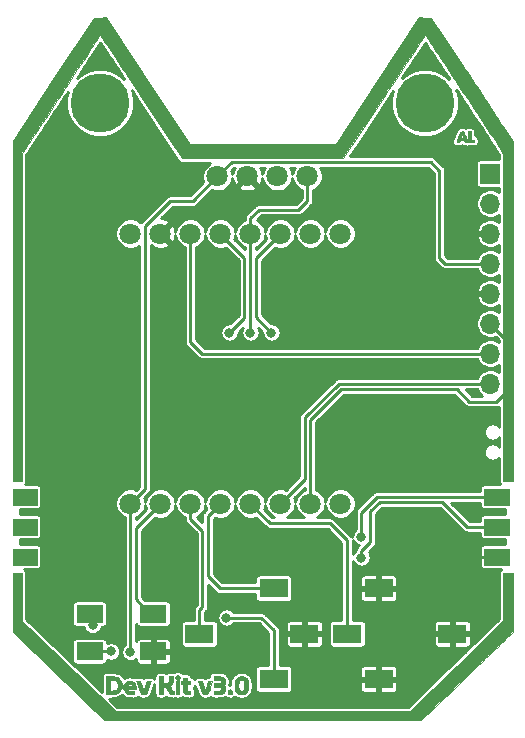
<source format=gtl>
G04 #@! TF.GenerationSoftware,KiCad,Pcbnew,5.1.5+dfsg1-2build2*
G04 #@! TF.CreationDate,2022-05-18T15:48:19-07:00*
G04 #@! TF.ProjectId,v3.0-Dev-Kit,76332e30-2d44-4657-962d-4b69742e6b69,rev?*
G04 #@! TF.SameCoordinates,Original*
G04 #@! TF.FileFunction,Copper,L1,Top*
G04 #@! TF.FilePolarity,Positive*
%FSLAX46Y46*%
G04 Gerber Fmt 4.6, Leading zero omitted, Abs format (unit mm)*
G04 Created by KiCad (PCBNEW 5.1.5+dfsg1-2build2) date 2022-05-18 15:48:19*
%MOMM*%
%LPD*%
G04 APERTURE LIST*
%ADD10C,0.010000*%
%ADD11C,1.800000*%
%ADD12R,2.400000X1.600000*%
%ADD13R,2.200000X1.500000*%
%ADD14O,1.700000X1.700000*%
%ADD15R,1.700000X1.700000*%
%ADD16C,5.000000*%
%ADD17C,0.800000*%
%ADD18C,0.250000*%
%ADD19C,0.400000*%
%ADD20C,0.254000*%
G04 APERTURE END LIST*
D10*
G36*
X-20370800Y-19828261D02*
G01*
X-16402050Y-23654829D01*
X-12433300Y-27481398D01*
X12459680Y-27481400D01*
X16427940Y-23655249D01*
X20396199Y-19829098D01*
X20396200Y-17813249D01*
X20396200Y-15797400D01*
X21183600Y-15797400D01*
X21182541Y-18292950D01*
X21181483Y-20788500D01*
X20617391Y-21327049D01*
X20538866Y-21402217D01*
X20426051Y-21510506D01*
X20281198Y-21649744D01*
X20106559Y-21817763D01*
X19904385Y-22012392D01*
X19676929Y-22231460D01*
X19426440Y-22472798D01*
X19155172Y-22734235D01*
X18865376Y-23013603D01*
X18559303Y-23308729D01*
X18239205Y-23617445D01*
X17907333Y-23937580D01*
X17565939Y-24266964D01*
X17217275Y-24603428D01*
X16863592Y-24944800D01*
X16738600Y-25065458D01*
X13423900Y-28265318D01*
X-13398500Y-28265366D01*
X-21154134Y-20788500D01*
X-21158200Y-15797400D01*
X-20370800Y-15797400D01*
X-20370800Y-19828261D01*
G37*
X-20370800Y-19828261D02*
X-16402050Y-23654829D01*
X-12433300Y-27481398D01*
X12459680Y-27481400D01*
X16427940Y-23655249D01*
X20396199Y-19829098D01*
X20396200Y-17813249D01*
X20396200Y-15797400D01*
X21183600Y-15797400D01*
X21182541Y-18292950D01*
X21181483Y-20788500D01*
X20617391Y-21327049D01*
X20538866Y-21402217D01*
X20426051Y-21510506D01*
X20281198Y-21649744D01*
X20106559Y-21817763D01*
X19904385Y-22012392D01*
X19676929Y-22231460D01*
X19426440Y-22472798D01*
X19155172Y-22734235D01*
X18865376Y-23013603D01*
X18559303Y-23308729D01*
X18239205Y-23617445D01*
X17907333Y-23937580D01*
X17565939Y-24266964D01*
X17217275Y-24603428D01*
X16863592Y-24944800D01*
X16738600Y-25065458D01*
X13423900Y-28265318D01*
X-13398500Y-28265366D01*
X-21154134Y-20788500D01*
X-21158200Y-15797400D01*
X-20370800Y-15797400D01*
X-20370800Y-19828261D01*
G36*
X-9554631Y-24942407D02*
G01*
X-9495427Y-24945042D01*
X-9474200Y-24948543D01*
X-9482082Y-24977646D01*
X-9503677Y-25045677D01*
X-9535907Y-25143616D01*
X-9575695Y-25262446D01*
X-9619965Y-25393147D01*
X-9665639Y-25526702D01*
X-9709640Y-25654093D01*
X-9748892Y-25766301D01*
X-9780317Y-25854307D01*
X-9800838Y-25909094D01*
X-9806119Y-25921349D01*
X-9870904Y-25994524D01*
X-9965755Y-26040623D01*
X-10076046Y-26056722D01*
X-10187150Y-26039896D01*
X-10251932Y-26010496D01*
X-10315869Y-25952629D01*
X-10360778Y-25879570D01*
X-10361636Y-25877241D01*
X-10399146Y-25771124D01*
X-10442598Y-25645712D01*
X-10489064Y-25509751D01*
X-10535618Y-25371987D01*
X-10579331Y-25241167D01*
X-10617275Y-25126036D01*
X-10646523Y-25035341D01*
X-10664147Y-24977828D01*
X-10668000Y-24962023D01*
X-10644858Y-24951501D01*
X-10584180Y-24945954D01*
X-10499090Y-24946579D01*
X-10498874Y-24946589D01*
X-10329748Y-24954100D01*
X-10208725Y-25343731D01*
X-10167038Y-25476310D01*
X-10129978Y-25591107D01*
X-10100357Y-25679654D01*
X-10080985Y-25733483D01*
X-10075277Y-25745789D01*
X-10063936Y-25727078D01*
X-10040307Y-25667439D01*
X-10007126Y-25574471D01*
X-9967125Y-25455775D01*
X-9932819Y-25349807D01*
X-9802785Y-24941400D01*
X-9638493Y-24941400D01*
X-9554631Y-24942407D01*
G37*
X-9554631Y-24942407D02*
X-9495427Y-24945042D01*
X-9474200Y-24948543D01*
X-9482082Y-24977646D01*
X-9503677Y-25045677D01*
X-9535907Y-25143616D01*
X-9575695Y-25262446D01*
X-9619965Y-25393147D01*
X-9665639Y-25526702D01*
X-9709640Y-25654093D01*
X-9748892Y-25766301D01*
X-9780317Y-25854307D01*
X-9800838Y-25909094D01*
X-9806119Y-25921349D01*
X-9870904Y-25994524D01*
X-9965755Y-26040623D01*
X-10076046Y-26056722D01*
X-10187150Y-26039896D01*
X-10251932Y-26010496D01*
X-10315869Y-25952629D01*
X-10360778Y-25879570D01*
X-10361636Y-25877241D01*
X-10399146Y-25771124D01*
X-10442598Y-25645712D01*
X-10489064Y-25509751D01*
X-10535618Y-25371987D01*
X-10579331Y-25241167D01*
X-10617275Y-25126036D01*
X-10646523Y-25035341D01*
X-10664147Y-24977828D01*
X-10668000Y-24962023D01*
X-10644858Y-24951501D01*
X-10584180Y-24945954D01*
X-10499090Y-24946579D01*
X-10498874Y-24946589D01*
X-10329748Y-24954100D01*
X-10208725Y-25343731D01*
X-10167038Y-25476310D01*
X-10129978Y-25591107D01*
X-10100357Y-25679654D01*
X-10080985Y-25733483D01*
X-10075277Y-25745789D01*
X-10063936Y-25727078D01*
X-10040307Y-25667439D01*
X-10007126Y-25574471D01*
X-9967125Y-25455775D01*
X-9932819Y-25349807D01*
X-9802785Y-24941400D01*
X-9638493Y-24941400D01*
X-9554631Y-24942407D01*
G36*
X-4408422Y-25430350D02*
G01*
X-4473678Y-25622323D01*
X-4528476Y-25770998D01*
X-4576642Y-25881824D01*
X-4622004Y-25960252D01*
X-4668390Y-26011732D01*
X-4719626Y-26041717D01*
X-4779541Y-26055655D01*
X-4849852Y-26059000D01*
X-4945471Y-26050619D01*
X-5016968Y-26020224D01*
X-5050764Y-25994830D01*
X-5080848Y-25964022D01*
X-5110105Y-25919950D01*
X-5141625Y-25855551D01*
X-5178494Y-25763765D01*
X-5223801Y-25637534D01*
X-5280635Y-25469795D01*
X-5281313Y-25467762D01*
X-5329422Y-25321835D01*
X-5371407Y-25191446D01*
X-5404764Y-25084625D01*
X-5426988Y-25009402D01*
X-5435574Y-24973806D01*
X-5435600Y-24973132D01*
X-5415452Y-24953924D01*
X-5352284Y-24943679D01*
X-5272212Y-24941400D01*
X-5180071Y-24943887D01*
X-5127057Y-24953286D01*
X-5101657Y-24972499D01*
X-5095953Y-24985850D01*
X-5061553Y-25101855D01*
X-5022184Y-25230174D01*
X-4980892Y-25361404D01*
X-4940722Y-25486141D01*
X-4904721Y-25594982D01*
X-4875934Y-25678524D01*
X-4857407Y-25727364D01*
X-4853060Y-25735712D01*
X-4840135Y-25719367D01*
X-4815659Y-25661757D01*
X-4782388Y-25570364D01*
X-4743080Y-25452666D01*
X-4710293Y-25348362D01*
X-4585550Y-24941400D01*
X-4245557Y-24941400D01*
X-4408422Y-25430350D01*
G37*
X-4408422Y-25430350D02*
X-4473678Y-25622323D01*
X-4528476Y-25770998D01*
X-4576642Y-25881824D01*
X-4622004Y-25960252D01*
X-4668390Y-26011732D01*
X-4719626Y-26041717D01*
X-4779541Y-26055655D01*
X-4849852Y-26059000D01*
X-4945471Y-26050619D01*
X-5016968Y-26020224D01*
X-5050764Y-25994830D01*
X-5080848Y-25964022D01*
X-5110105Y-25919950D01*
X-5141625Y-25855551D01*
X-5178494Y-25763765D01*
X-5223801Y-25637534D01*
X-5280635Y-25469795D01*
X-5281313Y-25467762D01*
X-5329422Y-25321835D01*
X-5371407Y-25191446D01*
X-5404764Y-25084625D01*
X-5426988Y-25009402D01*
X-5435574Y-24973806D01*
X-5435600Y-24973132D01*
X-5415452Y-24953924D01*
X-5352284Y-24943679D01*
X-5272212Y-24941400D01*
X-5180071Y-24943887D01*
X-5127057Y-24953286D01*
X-5101657Y-24972499D01*
X-5095953Y-24985850D01*
X-5061553Y-25101855D01*
X-5022184Y-25230174D01*
X-4980892Y-25361404D01*
X-4940722Y-25486141D01*
X-4904721Y-25594982D01*
X-4875934Y-25678524D01*
X-4857407Y-25727364D01*
X-4853060Y-25735712D01*
X-4840135Y-25719367D01*
X-4815659Y-25661757D01*
X-4782388Y-25570364D01*
X-4743080Y-25452666D01*
X-4710293Y-25348362D01*
X-4585550Y-24941400D01*
X-4245557Y-24941400D01*
X-4408422Y-25430350D01*
G36*
X-2656218Y-25674727D02*
G01*
X-2585686Y-25737484D01*
X-2548907Y-25834883D01*
X-2545373Y-25907342D01*
X-2570002Y-25961169D01*
X-2599325Y-25993633D01*
X-2677648Y-26043112D01*
X-2769190Y-26059823D01*
X-2853980Y-26041348D01*
X-2876902Y-26027250D01*
X-2923138Y-25970335D01*
X-2953071Y-25894204D01*
X-2957766Y-25823657D01*
X-2954603Y-25811570D01*
X-2902970Y-25725536D01*
X-2826272Y-25668903D01*
X-2754287Y-25652600D01*
X-2656218Y-25674727D01*
G37*
X-2656218Y-25674727D02*
X-2585686Y-25737484D01*
X-2548907Y-25834883D01*
X-2545373Y-25907342D01*
X-2570002Y-25961169D01*
X-2599325Y-25993633D01*
X-2677648Y-26043112D01*
X-2769190Y-26059823D01*
X-2853980Y-26041348D01*
X-2876902Y-26027250D01*
X-2923138Y-25970335D01*
X-2953071Y-25894204D01*
X-2957766Y-25823657D01*
X-2954603Y-25811570D01*
X-2902970Y-25725536D01*
X-2826272Y-25668903D01*
X-2754287Y-25652600D01*
X-2656218Y-25674727D01*
G36*
X-1674447Y-24520773D02*
G01*
X-1522106Y-24568936D01*
X-1412770Y-24640526D01*
X-1340814Y-24707909D01*
X-1288757Y-24779530D01*
X-1253612Y-24865002D01*
X-1232393Y-24973942D01*
X-1222115Y-25115965D01*
X-1219758Y-25262075D01*
X-1220725Y-25394536D01*
X-1223767Y-25515109D01*
X-1228423Y-25611236D01*
X-1234234Y-25670359D01*
X-1234850Y-25673699D01*
X-1270763Y-25759433D01*
X-1338858Y-25852825D01*
X-1425826Y-25938926D01*
X-1518355Y-26002788D01*
X-1535283Y-26011092D01*
X-1660450Y-26046990D01*
X-1806096Y-26057248D01*
X-1949157Y-26041842D01*
X-2044918Y-26011629D01*
X-2157133Y-25939382D01*
X-2254304Y-25838054D01*
X-2321619Y-25724306D01*
X-2335273Y-25685044D01*
X-2347849Y-25609530D01*
X-2356291Y-25498090D01*
X-2360576Y-25365259D01*
X-2360622Y-25305396D01*
X-2033551Y-25305396D01*
X-2030567Y-25429999D01*
X-2021885Y-25539590D01*
X-2007401Y-25621059D01*
X-1996555Y-25649804D01*
X-1928533Y-25725979D01*
X-1838286Y-25765365D01*
X-1740106Y-25766483D01*
X-1648287Y-25727853D01*
X-1606550Y-25690141D01*
X-1583272Y-25659873D01*
X-1567328Y-25625662D01*
X-1557346Y-25577779D01*
X-1551949Y-25506493D01*
X-1549762Y-25402074D01*
X-1549400Y-25285697D01*
X-1550375Y-25142931D01*
X-1553988Y-25041790D01*
X-1561276Y-24973123D01*
X-1573275Y-24927779D01*
X-1591021Y-24896608D01*
X-1593850Y-24893063D01*
X-1673216Y-24832714D01*
X-1769810Y-24811047D01*
X-1869085Y-24827108D01*
X-1956493Y-24879944D01*
X-1990642Y-24919055D01*
X-2009384Y-24972610D01*
X-2022853Y-25063591D01*
X-2030945Y-25178890D01*
X-2033551Y-25305396D01*
X-2360622Y-25305396D01*
X-2360684Y-25225571D01*
X-2356593Y-25093559D01*
X-2348283Y-24983759D01*
X-2336393Y-24913012D01*
X-2270355Y-24763801D01*
X-2166386Y-24645792D01*
X-2029495Y-24563039D01*
X-1864689Y-24519594D01*
X-1848002Y-24517683D01*
X-1674447Y-24520773D01*
G37*
X-1674447Y-24520773D02*
X-1522106Y-24568936D01*
X-1412770Y-24640526D01*
X-1340814Y-24707909D01*
X-1288757Y-24779530D01*
X-1253612Y-24865002D01*
X-1232393Y-24973942D01*
X-1222115Y-25115965D01*
X-1219758Y-25262075D01*
X-1220725Y-25394536D01*
X-1223767Y-25515109D01*
X-1228423Y-25611236D01*
X-1234234Y-25670359D01*
X-1234850Y-25673699D01*
X-1270763Y-25759433D01*
X-1338858Y-25852825D01*
X-1425826Y-25938926D01*
X-1518355Y-26002788D01*
X-1535283Y-26011092D01*
X-1660450Y-26046990D01*
X-1806096Y-26057248D01*
X-1949157Y-26041842D01*
X-2044918Y-26011629D01*
X-2157133Y-25939382D01*
X-2254304Y-25838054D01*
X-2321619Y-25724306D01*
X-2335273Y-25685044D01*
X-2347849Y-25609530D01*
X-2356291Y-25498090D01*
X-2360576Y-25365259D01*
X-2360622Y-25305396D01*
X-2033551Y-25305396D01*
X-2030567Y-25429999D01*
X-2021885Y-25539590D01*
X-2007401Y-25621059D01*
X-1996555Y-25649804D01*
X-1928533Y-25725979D01*
X-1838286Y-25765365D01*
X-1740106Y-25766483D01*
X-1648287Y-25727853D01*
X-1606550Y-25690141D01*
X-1583272Y-25659873D01*
X-1567328Y-25625662D01*
X-1557346Y-25577779D01*
X-1551949Y-25506493D01*
X-1549762Y-25402074D01*
X-1549400Y-25285697D01*
X-1550375Y-25142931D01*
X-1553988Y-25041790D01*
X-1561276Y-24973123D01*
X-1573275Y-24927779D01*
X-1591021Y-24896608D01*
X-1593850Y-24893063D01*
X-1673216Y-24832714D01*
X-1769810Y-24811047D01*
X-1869085Y-24827108D01*
X-1956493Y-24879944D01*
X-1990642Y-24919055D01*
X-2009384Y-24972610D01*
X-2022853Y-25063591D01*
X-2030945Y-25178890D01*
X-2033551Y-25305396D01*
X-2360622Y-25305396D01*
X-2360684Y-25225571D01*
X-2356593Y-25093559D01*
X-2348283Y-24983759D01*
X-2336393Y-24913012D01*
X-2270355Y-24763801D01*
X-2166386Y-24645792D01*
X-2029495Y-24563039D01*
X-1864689Y-24519594D01*
X-1848002Y-24517683D01*
X-1674447Y-24520773D01*
G36*
X-12833350Y-24539458D02*
G01*
X-12640892Y-24547746D01*
X-12489557Y-24563825D01*
X-12369935Y-24590297D01*
X-12272613Y-24629764D01*
X-12188180Y-24684827D01*
X-12132584Y-24733211D01*
X-12030979Y-24849294D01*
X-11964642Y-24976429D01*
X-11927947Y-25128015D01*
X-11917337Y-25245755D01*
X-11920874Y-25427241D01*
X-11953800Y-25576247D01*
X-12020662Y-25704608D01*
X-12126010Y-25824157D01*
X-12147118Y-25843596D01*
X-12233500Y-25913066D01*
X-12322100Y-25963945D01*
X-12422808Y-25998832D01*
X-12545515Y-26020329D01*
X-12700113Y-26031036D01*
X-12869711Y-26033600D01*
X-13208000Y-26033600D01*
X-13208000Y-25761025D01*
X-12877800Y-25761025D01*
X-12700028Y-25748306D01*
X-12577894Y-25733301D01*
X-12486649Y-25705275D01*
X-12424597Y-25670959D01*
X-12322417Y-25574546D01*
X-12260580Y-25447341D01*
X-12239188Y-25289559D01*
X-12239172Y-25284708D01*
X-12249214Y-25161227D01*
X-12284558Y-25064036D01*
X-12353028Y-24971726D01*
X-12353925Y-24970736D01*
X-12430569Y-24903728D01*
X-12524288Y-24859363D01*
X-12648821Y-24831995D01*
X-12709422Y-24824635D01*
X-12877800Y-24807384D01*
X-12877800Y-25761025D01*
X-13208000Y-25761025D01*
X-13208000Y-24530340D01*
X-12833350Y-24539458D01*
G37*
X-12833350Y-24539458D02*
X-12640892Y-24547746D01*
X-12489557Y-24563825D01*
X-12369935Y-24590297D01*
X-12272613Y-24629764D01*
X-12188180Y-24684827D01*
X-12132584Y-24733211D01*
X-12030979Y-24849294D01*
X-11964642Y-24976429D01*
X-11927947Y-25128015D01*
X-11917337Y-25245755D01*
X-11920874Y-25427241D01*
X-11953800Y-25576247D01*
X-12020662Y-25704608D01*
X-12126010Y-25824157D01*
X-12147118Y-25843596D01*
X-12233500Y-25913066D01*
X-12322100Y-25963945D01*
X-12422808Y-25998832D01*
X-12545515Y-26020329D01*
X-12700113Y-26031036D01*
X-12869711Y-26033600D01*
X-13208000Y-26033600D01*
X-13208000Y-25761025D01*
X-12877800Y-25761025D01*
X-12700028Y-25748306D01*
X-12577894Y-25733301D01*
X-12486649Y-25705275D01*
X-12424597Y-25670959D01*
X-12322417Y-25574546D01*
X-12260580Y-25447341D01*
X-12239188Y-25289559D01*
X-12239172Y-25284708D01*
X-12249214Y-25161227D01*
X-12284558Y-25064036D01*
X-12353028Y-24971726D01*
X-12353925Y-24970736D01*
X-12430569Y-24903728D01*
X-12524288Y-24859363D01*
X-12648821Y-24831995D01*
X-12709422Y-24824635D01*
X-12877800Y-24807384D01*
X-12877800Y-25761025D01*
X-13208000Y-25761025D01*
X-13208000Y-24530340D01*
X-12833350Y-24539458D01*
G36*
X-11065108Y-24938444D02*
G01*
X-10932722Y-25002934D01*
X-10828857Y-25105205D01*
X-10757332Y-25240993D01*
X-10721967Y-25406034D01*
X-10718800Y-25477993D01*
X-10718800Y-25601800D01*
X-11076517Y-25601800D01*
X-11227833Y-25602820D01*
X-11332684Y-25607065D01*
X-11395388Y-25616307D01*
X-11420259Y-25632320D01*
X-11411614Y-25656878D01*
X-11373767Y-25691755D01*
X-11346434Y-25712727D01*
X-11293769Y-25741210D01*
X-11219303Y-25759968D01*
X-11110750Y-25771673D01*
X-11062285Y-25774607D01*
X-10845800Y-25785970D01*
X-10845800Y-26033600D01*
X-11093450Y-26031667D01*
X-11210863Y-26027737D01*
X-11318121Y-26018824D01*
X-11398912Y-26006507D01*
X-11423933Y-25999694D01*
X-11565926Y-25923352D01*
X-11675385Y-25813910D01*
X-11749182Y-25679690D01*
X-11784195Y-25529014D01*
X-11777297Y-25370203D01*
X-11769323Y-25345846D01*
X-11455400Y-25345846D01*
X-11430936Y-25360678D01*
X-11360824Y-25370016D01*
X-11252200Y-25373200D01*
X-11150783Y-25372066D01*
X-11089984Y-25367033D01*
X-11059646Y-25355653D01*
X-11049608Y-25335479D01*
X-11049000Y-25324243D01*
X-11070811Y-25270104D01*
X-11124763Y-25217516D01*
X-11193639Y-25180037D01*
X-11244880Y-25170000D01*
X-11297679Y-25186807D01*
X-11360661Y-25228114D01*
X-11417455Y-25280243D01*
X-11451688Y-25329521D01*
X-11455400Y-25345846D01*
X-11769323Y-25345846D01*
X-11725363Y-25211578D01*
X-11722272Y-25205290D01*
X-11632172Y-25072042D01*
X-11514377Y-24980318D01*
X-11366802Y-24928913D01*
X-11222194Y-24916000D01*
X-11065108Y-24938444D01*
G37*
X-11065108Y-24938444D02*
X-10932722Y-25002934D01*
X-10828857Y-25105205D01*
X-10757332Y-25240993D01*
X-10721967Y-25406034D01*
X-10718800Y-25477993D01*
X-10718800Y-25601800D01*
X-11076517Y-25601800D01*
X-11227833Y-25602820D01*
X-11332684Y-25607065D01*
X-11395388Y-25616307D01*
X-11420259Y-25632320D01*
X-11411614Y-25656878D01*
X-11373767Y-25691755D01*
X-11346434Y-25712727D01*
X-11293769Y-25741210D01*
X-11219303Y-25759968D01*
X-11110750Y-25771673D01*
X-11062285Y-25774607D01*
X-10845800Y-25785970D01*
X-10845800Y-26033600D01*
X-11093450Y-26031667D01*
X-11210863Y-26027737D01*
X-11318121Y-26018824D01*
X-11398912Y-26006507D01*
X-11423933Y-25999694D01*
X-11565926Y-25923352D01*
X-11675385Y-25813910D01*
X-11749182Y-25679690D01*
X-11784195Y-25529014D01*
X-11777297Y-25370203D01*
X-11769323Y-25345846D01*
X-11455400Y-25345846D01*
X-11430936Y-25360678D01*
X-11360824Y-25370016D01*
X-11252200Y-25373200D01*
X-11150783Y-25372066D01*
X-11089984Y-25367033D01*
X-11059646Y-25355653D01*
X-11049608Y-25335479D01*
X-11049000Y-25324243D01*
X-11070811Y-25270104D01*
X-11124763Y-25217516D01*
X-11193639Y-25180037D01*
X-11244880Y-25170000D01*
X-11297679Y-25186807D01*
X-11360661Y-25228114D01*
X-11417455Y-25280243D01*
X-11451688Y-25329521D01*
X-11455400Y-25345846D01*
X-11769323Y-25345846D01*
X-11725363Y-25211578D01*
X-11722272Y-25205290D01*
X-11632172Y-25072042D01*
X-11514377Y-24980318D01*
X-11366802Y-24928913D01*
X-11222194Y-24916000D01*
X-11065108Y-24938444D01*
G36*
X-8432800Y-25144600D02*
G01*
X-8253047Y-25144600D01*
X-8155738Y-25142713D01*
X-8092845Y-25133871D01*
X-8048028Y-25113297D01*
X-8004951Y-25076215D01*
X-7999047Y-25070353D01*
X-7963776Y-25032259D01*
X-7941912Y-24995309D01*
X-7930257Y-24946386D01*
X-7925619Y-24872376D01*
X-7924800Y-24765553D01*
X-7924800Y-24535000D01*
X-7594600Y-24535000D01*
X-7595158Y-24782650D01*
X-7602840Y-24955075D01*
X-7627141Y-25088228D01*
X-7671262Y-25191828D01*
X-7738405Y-25275599D01*
X-7765517Y-25300010D01*
X-7842063Y-25364419D01*
X-7752856Y-25559309D01*
X-7708685Y-25653988D01*
X-7676720Y-25711621D01*
X-7648127Y-25741405D01*
X-7614074Y-25752533D01*
X-7565727Y-25754199D01*
X-7565625Y-25754200D01*
X-7467600Y-25754200D01*
X-7467600Y-26033600D01*
X-7639749Y-26033600D01*
X-7770775Y-26025690D01*
X-7855428Y-26001735D01*
X-7869106Y-25993529D01*
X-7903669Y-25954915D01*
X-7952604Y-25881673D01*
X-8008751Y-25785186D01*
X-8052789Y-25701429D01*
X-8179264Y-25449400D01*
X-8432800Y-25449400D01*
X-8432800Y-26033600D01*
X-8763000Y-26033600D01*
X-8763000Y-24535000D01*
X-8432800Y-24535000D01*
X-8432800Y-25144600D01*
G37*
X-8432800Y-25144600D02*
X-8253047Y-25144600D01*
X-8155738Y-25142713D01*
X-8092845Y-25133871D01*
X-8048028Y-25113297D01*
X-8004951Y-25076215D01*
X-7999047Y-25070353D01*
X-7963776Y-25032259D01*
X-7941912Y-24995309D01*
X-7930257Y-24946386D01*
X-7925619Y-24872376D01*
X-7924800Y-24765553D01*
X-7924800Y-24535000D01*
X-7594600Y-24535000D01*
X-7595158Y-24782650D01*
X-7602840Y-24955075D01*
X-7627141Y-25088228D01*
X-7671262Y-25191828D01*
X-7738405Y-25275599D01*
X-7765517Y-25300010D01*
X-7842063Y-25364419D01*
X-7752856Y-25559309D01*
X-7708685Y-25653988D01*
X-7676720Y-25711621D01*
X-7648127Y-25741405D01*
X-7614074Y-25752533D01*
X-7565727Y-25754199D01*
X-7565625Y-25754200D01*
X-7467600Y-25754200D01*
X-7467600Y-26033600D01*
X-7639749Y-26033600D01*
X-7770775Y-26025690D01*
X-7855428Y-26001735D01*
X-7869106Y-25993529D01*
X-7903669Y-25954915D01*
X-7952604Y-25881673D01*
X-8008751Y-25785186D01*
X-8052789Y-25701429D01*
X-8179264Y-25449400D01*
X-8432800Y-25449400D01*
X-8432800Y-26033600D01*
X-8763000Y-26033600D01*
X-8763000Y-24535000D01*
X-8432800Y-24535000D01*
X-8432800Y-25144600D01*
G36*
X-7035800Y-26033600D02*
G01*
X-7340600Y-26033600D01*
X-7340600Y-24941400D01*
X-7035800Y-24941400D01*
X-7035800Y-26033600D01*
G37*
X-7035800Y-26033600D02*
X-7340600Y-26033600D01*
X-7340600Y-24941400D01*
X-7035800Y-24941400D01*
X-7035800Y-26033600D01*
G36*
X-6400800Y-24941400D02*
G01*
X-6096000Y-24941400D01*
X-6096000Y-25220800D01*
X-6400800Y-25220800D01*
X-6400800Y-25469720D01*
X-6397453Y-25605242D01*
X-6387720Y-25699126D01*
X-6372064Y-25747134D01*
X-6370320Y-25749120D01*
X-6328167Y-25767237D01*
X-6256384Y-25778155D01*
X-6217920Y-25779600D01*
X-6096000Y-25779600D01*
X-6096000Y-26033600D01*
X-6311500Y-26033600D01*
X-6418699Y-26032369D01*
X-6489538Y-26026292D01*
X-6538440Y-26011789D01*
X-6579827Y-25985282D01*
X-6609950Y-25959546D01*
X-6692900Y-25885493D01*
X-6701269Y-25553146D01*
X-6709638Y-25220800D01*
X-6883400Y-25220800D01*
X-6883400Y-24941400D01*
X-6705600Y-24941400D01*
X-6705600Y-24662000D01*
X-6400800Y-24662000D01*
X-6400800Y-24941400D01*
G37*
X-6400800Y-24941400D02*
X-6096000Y-24941400D01*
X-6096000Y-25220800D01*
X-6400800Y-25220800D01*
X-6400800Y-25469720D01*
X-6397453Y-25605242D01*
X-6387720Y-25699126D01*
X-6372064Y-25747134D01*
X-6370320Y-25749120D01*
X-6328167Y-25767237D01*
X-6256384Y-25778155D01*
X-6217920Y-25779600D01*
X-6096000Y-25779600D01*
X-6096000Y-26033600D01*
X-6311500Y-26033600D01*
X-6418699Y-26032369D01*
X-6489538Y-26026292D01*
X-6538440Y-26011789D01*
X-6579827Y-25985282D01*
X-6609950Y-25959546D01*
X-6692900Y-25885493D01*
X-6701269Y-25553146D01*
X-6709638Y-25220800D01*
X-6883400Y-25220800D01*
X-6883400Y-24941400D01*
X-6705600Y-24941400D01*
X-6705600Y-24662000D01*
X-6400800Y-24662000D01*
X-6400800Y-24941400D01*
G36*
X-3816350Y-24535557D02*
G01*
X-3636940Y-24539880D01*
X-3499298Y-24553874D01*
X-3394891Y-24580126D01*
X-3315182Y-24621225D01*
X-3251638Y-24679758D01*
X-3224156Y-24715109D01*
X-3173046Y-24822463D01*
X-3151020Y-24948412D01*
X-3158791Y-25074377D01*
X-3197075Y-25181781D01*
X-3205669Y-25195400D01*
X-3266187Y-25284300D01*
X-3205604Y-25373200D01*
X-3161202Y-25478842D01*
X-3149441Y-25604692D01*
X-3169365Y-25732853D01*
X-3220018Y-25845430D01*
X-3231726Y-25861876D01*
X-3287875Y-25926358D01*
X-3348990Y-25972779D01*
X-3424413Y-26003924D01*
X-3523487Y-26022580D01*
X-3655553Y-26031534D01*
X-3807489Y-26033600D01*
X-4140200Y-26033600D01*
X-4140200Y-25754200D01*
X-3863614Y-25754200D01*
X-3710328Y-25750235D01*
X-3601039Y-25736603D01*
X-3529438Y-25710699D01*
X-3489216Y-25669917D01*
X-3474063Y-25611652D01*
X-3473450Y-25593073D01*
X-3481957Y-25523293D01*
X-3512164Y-25474987D01*
X-3571099Y-25444666D01*
X-3665790Y-25428839D01*
X-3803268Y-25424015D01*
X-3813937Y-25424000D01*
X-4064000Y-25424000D01*
X-4064000Y-25119200D01*
X-3800411Y-25119200D01*
X-3665227Y-25116841D01*
X-3572867Y-25107492D01*
X-3515478Y-25087741D01*
X-3485211Y-25054179D01*
X-3474213Y-25003393D01*
X-3473450Y-24977153D01*
X-3480151Y-24918940D01*
X-3505010Y-24877326D01*
X-3555160Y-24849298D01*
X-3637736Y-24831843D01*
X-3759873Y-24821948D01*
X-3848940Y-24818564D01*
X-4140200Y-24810028D01*
X-4140200Y-24535000D01*
X-3816350Y-24535557D01*
G37*
X-3816350Y-24535557D02*
X-3636940Y-24539880D01*
X-3499298Y-24553874D01*
X-3394891Y-24580126D01*
X-3315182Y-24621225D01*
X-3251638Y-24679758D01*
X-3224156Y-24715109D01*
X-3173046Y-24822463D01*
X-3151020Y-24948412D01*
X-3158791Y-25074377D01*
X-3197075Y-25181781D01*
X-3205669Y-25195400D01*
X-3266187Y-25284300D01*
X-3205604Y-25373200D01*
X-3161202Y-25478842D01*
X-3149441Y-25604692D01*
X-3169365Y-25732853D01*
X-3220018Y-25845430D01*
X-3231726Y-25861876D01*
X-3287875Y-25926358D01*
X-3348990Y-25972779D01*
X-3424413Y-26003924D01*
X-3523487Y-26022580D01*
X-3655553Y-26031534D01*
X-3807489Y-26033600D01*
X-4140200Y-26033600D01*
X-4140200Y-25754200D01*
X-3863614Y-25754200D01*
X-3710328Y-25750235D01*
X-3601039Y-25736603D01*
X-3529438Y-25710699D01*
X-3489216Y-25669917D01*
X-3474063Y-25611652D01*
X-3473450Y-25593073D01*
X-3481957Y-25523293D01*
X-3512164Y-25474987D01*
X-3571099Y-25444666D01*
X-3665790Y-25428839D01*
X-3803268Y-25424015D01*
X-3813937Y-25424000D01*
X-4064000Y-25424000D01*
X-4064000Y-25119200D01*
X-3800411Y-25119200D01*
X-3665227Y-25116841D01*
X-3572867Y-25107492D01*
X-3515478Y-25087741D01*
X-3485211Y-25054179D01*
X-3474213Y-25003393D01*
X-3473450Y-24977153D01*
X-3480151Y-24918940D01*
X-3505010Y-24877326D01*
X-3555160Y-24849298D01*
X-3637736Y-24831843D01*
X-3759873Y-24821948D01*
X-3848940Y-24818564D01*
X-4140200Y-24810028D01*
X-4140200Y-24535000D01*
X-3816350Y-24535557D01*
G36*
X-7137233Y-24455905D02*
G01*
X-7058888Y-24504125D01*
X-7044481Y-24519483D01*
X-7004497Y-24575238D01*
X-6985296Y-24620237D01*
X-6985000Y-24624121D01*
X-7005461Y-24704632D01*
X-7056322Y-24777597D01*
X-7103297Y-24811599D01*
X-7177890Y-24836529D01*
X-7237756Y-24827248D01*
X-7299075Y-24787156D01*
X-7348577Y-24731786D01*
X-7365549Y-24658736D01*
X-7366000Y-24638693D01*
X-7345662Y-24545603D01*
X-7292701Y-24481123D01*
X-7219198Y-24449730D01*
X-7137233Y-24455905D01*
G37*
X-7137233Y-24455905D02*
X-7058888Y-24504125D01*
X-7044481Y-24519483D01*
X-7004497Y-24575238D01*
X-6985296Y-24620237D01*
X-6985000Y-24624121D01*
X-7005461Y-24704632D01*
X-7056322Y-24777597D01*
X-7103297Y-24811599D01*
X-7177890Y-24836529D01*
X-7237756Y-24827248D01*
X-7299075Y-24787156D01*
X-7348577Y-24731786D01*
X-7365549Y-24658736D01*
X-7366000Y-24638693D01*
X-7345662Y-24545603D01*
X-7292701Y-24481123D01*
X-7219198Y-24449730D01*
X-7137233Y-24455905D01*
G36*
X-19100800Y-15086200D02*
G01*
X-21158200Y-15086200D01*
X-21158200Y-13740000D01*
X-19100800Y-13740000D01*
X-19100800Y-15086200D01*
G37*
X-19100800Y-15086200D02*
X-21158200Y-15086200D01*
X-21158200Y-13740000D01*
X-19100800Y-13740000D01*
X-19100800Y-15086200D01*
G36*
X20904200Y-15086200D02*
G01*
X18770600Y-15086200D01*
X18770600Y-13740000D01*
X20904200Y-13740000D01*
X20904200Y-15086200D01*
G37*
X20904200Y-15086200D02*
X18770600Y-15086200D01*
X18770600Y-13740000D01*
X20904200Y-13740000D01*
X20904200Y-15086200D01*
G36*
X-19100800Y-12546200D02*
G01*
X-21158200Y-12546200D01*
X-21158200Y-11200000D01*
X-19100800Y-11200000D01*
X-19100800Y-12546200D01*
G37*
X-19100800Y-12546200D02*
X-21158200Y-12546200D01*
X-21158200Y-11200000D01*
X-19100800Y-11200000D01*
X-19100800Y-12546200D01*
G36*
X20904200Y-12546200D02*
G01*
X18770600Y-12546200D01*
X18770600Y-11200000D01*
X20904200Y-11200000D01*
X20904200Y-12546200D01*
G37*
X20904200Y-12546200D02*
X18770600Y-12546200D01*
X18770600Y-11200000D01*
X20904200Y-11200000D01*
X20904200Y-12546200D01*
G36*
X-19100800Y-10006200D02*
G01*
X-21158200Y-10006200D01*
X-21158200Y-8660000D01*
X-19100800Y-8660000D01*
X-19100800Y-10006200D01*
G37*
X-19100800Y-10006200D02*
X-21158200Y-10006200D01*
X-21158200Y-8660000D01*
X-19100800Y-8660000D01*
X-19100800Y-10006200D01*
G36*
X20904200Y-10006200D02*
G01*
X18770600Y-10006200D01*
X18770600Y-8660000D01*
X20904200Y-8660000D01*
X20904200Y-10006200D01*
G37*
X20904200Y-10006200D02*
X18770600Y-10006200D01*
X18770600Y-8660000D01*
X20904200Y-8660000D01*
X20904200Y-10006200D01*
G36*
X13763439Y31242382D02*
G01*
X14287500Y31241364D01*
X16890444Y27286332D01*
X17172689Y26857502D01*
X17455989Y26427119D01*
X17738313Y25998265D01*
X18017635Y25574019D01*
X18291923Y25157462D01*
X18559151Y24751673D01*
X18817288Y24359732D01*
X19064306Y23984721D01*
X19298175Y23629718D01*
X19516868Y23297804D01*
X19718355Y22992059D01*
X19900608Y22715564D01*
X20061597Y22471398D01*
X20199293Y22262641D01*
X20311668Y22092374D01*
X20338494Y22051750D01*
X21183600Y20772200D01*
X21183600Y-7999600D01*
X20396200Y-7999600D01*
X20396199Y5864284D01*
X20396199Y19728167D01*
X20197711Y20031134D01*
X20094326Y20188808D01*
X19969843Y20378439D01*
X19825754Y20597762D01*
X19663553Y20844510D01*
X19484733Y21116419D01*
X19290788Y21411223D01*
X19083211Y21726655D01*
X18863496Y22060452D01*
X18633135Y22410346D01*
X18393623Y22774073D01*
X18146453Y23149366D01*
X17893118Y23533962D01*
X17635112Y23925592D01*
X17373927Y24321994D01*
X17111058Y24720900D01*
X16847998Y25120045D01*
X16586239Y25517164D01*
X16327277Y25909990D01*
X16072603Y26296260D01*
X15823712Y26673706D01*
X15582097Y27040063D01*
X15349251Y27393067D01*
X15126667Y27730450D01*
X14915840Y28049949D01*
X14718262Y28349296D01*
X14535427Y28626227D01*
X14368828Y28878476D01*
X14219959Y29103778D01*
X14090313Y29299867D01*
X13981383Y29464476D01*
X13894663Y29595342D01*
X13831647Y29690198D01*
X13793827Y29746779D01*
X13782635Y29763058D01*
X13772950Y29756705D01*
X13750043Y29729693D01*
X13713134Y29680855D01*
X13661444Y29609024D01*
X13594194Y29513033D01*
X13510603Y29391715D01*
X13409893Y29243905D01*
X13291283Y29068434D01*
X13153995Y28864136D01*
X12997248Y28629845D01*
X12820263Y28364394D01*
X12622261Y28066615D01*
X12402462Y27735342D01*
X12160086Y27369409D01*
X11894354Y26967648D01*
X11604486Y26528893D01*
X11289703Y26051977D01*
X10949226Y25535733D01*
X10582274Y24978995D01*
X10299585Y24549906D01*
X6845300Y19305797D01*
X-6819900Y19306151D01*
X-10273933Y24550336D01*
X-10660359Y25136899D01*
X-11019749Y25682125D01*
X-11352886Y26187184D01*
X-11660551Y26653248D01*
X-11943526Y27081486D01*
X-12202594Y27473069D01*
X-12438535Y27829166D01*
X-12652133Y28150949D01*
X-12844168Y28439587D01*
X-13015423Y28696252D01*
X-13166679Y28922112D01*
X-13298719Y29118340D01*
X-13412324Y29286104D01*
X-13508276Y29426575D01*
X-13587357Y29540924D01*
X-13650349Y29630320D01*
X-13698034Y29695935D01*
X-13731193Y29738939D01*
X-13750608Y29760501D01*
X-13756617Y29763311D01*
X-13773133Y29739399D01*
X-13816282Y29674998D01*
X-13884777Y29572058D01*
X-13977331Y29432531D01*
X-14092657Y29258365D01*
X-14229466Y29051512D01*
X-14386473Y28813921D01*
X-14562389Y28547543D01*
X-14755927Y28254329D01*
X-14965800Y27936228D01*
X-15190721Y27595191D01*
X-15429403Y27233168D01*
X-15680558Y26852109D01*
X-15942898Y26453965D01*
X-16215137Y26040686D01*
X-16495988Y25614223D01*
X-16784162Y25176525D01*
X-16803334Y25147400D01*
X-17095759Y24703196D01*
X-17383013Y24266873D01*
X-17663666Y23840603D01*
X-17936286Y23426558D01*
X-18199444Y23026911D01*
X-18451708Y22643834D01*
X-18691648Y22279499D01*
X-18917833Y21936077D01*
X-19128832Y21615741D01*
X-19323215Y21320662D01*
X-19499551Y21053014D01*
X-19656409Y20814968D01*
X-19792359Y20608695D01*
X-19905970Y20436369D01*
X-19995811Y20300161D01*
X-20060452Y20202243D01*
X-20096101Y20148348D01*
X-20370801Y19733995D01*
X-20370800Y5867198D01*
X-20370800Y-7999600D01*
X-21158200Y-7999600D01*
X-21158052Y20765900D01*
X-17710076Y26003498D01*
X-14262100Y31241095D01*
X-13737601Y31242248D01*
X-13213102Y31243400D01*
X-9686301Y25885293D01*
X-6159500Y20527185D01*
X6184900Y20526773D01*
X9712139Y25885087D01*
X13239379Y31243400D01*
X13763439Y31242382D01*
G37*
X13763439Y31242382D02*
X14287500Y31241364D01*
X16890444Y27286332D01*
X17172689Y26857502D01*
X17455989Y26427119D01*
X17738313Y25998265D01*
X18017635Y25574019D01*
X18291923Y25157462D01*
X18559151Y24751673D01*
X18817288Y24359732D01*
X19064306Y23984721D01*
X19298175Y23629718D01*
X19516868Y23297804D01*
X19718355Y22992059D01*
X19900608Y22715564D01*
X20061597Y22471398D01*
X20199293Y22262641D01*
X20311668Y22092374D01*
X20338494Y22051750D01*
X21183600Y20772200D01*
X21183600Y-7999600D01*
X20396200Y-7999600D01*
X20396199Y5864284D01*
X20396199Y19728167D01*
X20197711Y20031134D01*
X20094326Y20188808D01*
X19969843Y20378439D01*
X19825754Y20597762D01*
X19663553Y20844510D01*
X19484733Y21116419D01*
X19290788Y21411223D01*
X19083211Y21726655D01*
X18863496Y22060452D01*
X18633135Y22410346D01*
X18393623Y22774073D01*
X18146453Y23149366D01*
X17893118Y23533962D01*
X17635112Y23925592D01*
X17373927Y24321994D01*
X17111058Y24720900D01*
X16847998Y25120045D01*
X16586239Y25517164D01*
X16327277Y25909990D01*
X16072603Y26296260D01*
X15823712Y26673706D01*
X15582097Y27040063D01*
X15349251Y27393067D01*
X15126667Y27730450D01*
X14915840Y28049949D01*
X14718262Y28349296D01*
X14535427Y28626227D01*
X14368828Y28878476D01*
X14219959Y29103778D01*
X14090313Y29299867D01*
X13981383Y29464476D01*
X13894663Y29595342D01*
X13831647Y29690198D01*
X13793827Y29746779D01*
X13782635Y29763058D01*
X13772950Y29756705D01*
X13750043Y29729693D01*
X13713134Y29680855D01*
X13661444Y29609024D01*
X13594194Y29513033D01*
X13510603Y29391715D01*
X13409893Y29243905D01*
X13291283Y29068434D01*
X13153995Y28864136D01*
X12997248Y28629845D01*
X12820263Y28364394D01*
X12622261Y28066615D01*
X12402462Y27735342D01*
X12160086Y27369409D01*
X11894354Y26967648D01*
X11604486Y26528893D01*
X11289703Y26051977D01*
X10949226Y25535733D01*
X10582274Y24978995D01*
X10299585Y24549906D01*
X6845300Y19305797D01*
X-6819900Y19306151D01*
X-10273933Y24550336D01*
X-10660359Y25136899D01*
X-11019749Y25682125D01*
X-11352886Y26187184D01*
X-11660551Y26653248D01*
X-11943526Y27081486D01*
X-12202594Y27473069D01*
X-12438535Y27829166D01*
X-12652133Y28150949D01*
X-12844168Y28439587D01*
X-13015423Y28696252D01*
X-13166679Y28922112D01*
X-13298719Y29118340D01*
X-13412324Y29286104D01*
X-13508276Y29426575D01*
X-13587357Y29540924D01*
X-13650349Y29630320D01*
X-13698034Y29695935D01*
X-13731193Y29738939D01*
X-13750608Y29760501D01*
X-13756617Y29763311D01*
X-13773133Y29739399D01*
X-13816282Y29674998D01*
X-13884777Y29572058D01*
X-13977331Y29432531D01*
X-14092657Y29258365D01*
X-14229466Y29051512D01*
X-14386473Y28813921D01*
X-14562389Y28547543D01*
X-14755927Y28254329D01*
X-14965800Y27936228D01*
X-15190721Y27595191D01*
X-15429403Y27233168D01*
X-15680558Y26852109D01*
X-15942898Y26453965D01*
X-16215137Y26040686D01*
X-16495988Y25614223D01*
X-16784162Y25176525D01*
X-16803334Y25147400D01*
X-17095759Y24703196D01*
X-17383013Y24266873D01*
X-17663666Y23840603D01*
X-17936286Y23426558D01*
X-18199444Y23026911D01*
X-18451708Y22643834D01*
X-18691648Y22279499D01*
X-18917833Y21936077D01*
X-19128832Y21615741D01*
X-19323215Y21320662D01*
X-19499551Y21053014D01*
X-19656409Y20814968D01*
X-19792359Y20608695D01*
X-19905970Y20436369D01*
X-19995811Y20300161D01*
X-20060452Y20202243D01*
X-20096101Y20148348D01*
X-20370801Y19733995D01*
X-20370800Y5867198D01*
X-20370800Y-7999600D01*
X-21158200Y-7999600D01*
X-21158052Y20765900D01*
X-17710076Y26003498D01*
X-14262100Y31241095D01*
X-13737601Y31242248D01*
X-13213102Y31243400D01*
X-9686301Y25885293D01*
X-6159500Y20527185D01*
X6184900Y20526773D01*
X9712139Y25885087D01*
X13239379Y31243400D01*
X13763439Y31242382D01*
G36*
X16959988Y21595250D02*
G01*
X16989578Y21589588D01*
X17015962Y21574582D01*
X17041942Y21545061D01*
X17070322Y21495854D01*
X17103906Y21421792D01*
X17145496Y21317702D01*
X17197897Y21178415D01*
X17263911Y20998761D01*
X17295666Y20911950D01*
X17372322Y20702400D01*
X17247930Y20702400D01*
X17172666Y20704755D01*
X17131609Y20718208D01*
X17108190Y20752339D01*
X17094200Y20791300D01*
X17064860Y20880200D01*
X16720548Y20880200D01*
X16696999Y20797650D01*
X16678089Y20746972D01*
X16648433Y20721280D01*
X16591626Y20710245D01*
X16553625Y20707359D01*
X16481042Y20707568D01*
X16439111Y20717647D01*
X16433800Y20725213D01*
X16442261Y20757663D01*
X16465168Y20827329D01*
X16498804Y20923988D01*
X16539451Y21037414D01*
X16555125Y21080207D01*
X16789400Y21080207D01*
X16811941Y21066299D01*
X16868249Y21058566D01*
X16891000Y21058000D01*
X16954543Y21062225D01*
X16989740Y21072779D01*
X16992254Y21077050D01*
X16985062Y21109665D01*
X16966682Y21175536D01*
X16944736Y21248500D01*
X16916482Y21327835D01*
X16894280Y21366131D01*
X16882004Y21362800D01*
X16856002Y21294355D01*
X16828438Y21214802D01*
X16804911Y21141224D01*
X16791018Y21090703D01*
X16789400Y21080207D01*
X16555125Y21080207D01*
X16583393Y21157381D01*
X16626912Y21273664D01*
X16666292Y21376040D01*
X16697816Y21454281D01*
X16704603Y21470182D01*
X16753702Y21547685D01*
X16823299Y21587494D01*
X16924388Y21596738D01*
X16959988Y21595250D01*
G37*
X16959988Y21595250D02*
X16989578Y21589588D01*
X17015962Y21574582D01*
X17041942Y21545061D01*
X17070322Y21495854D01*
X17103906Y21421792D01*
X17145496Y21317702D01*
X17197897Y21178415D01*
X17263911Y20998761D01*
X17295666Y20911950D01*
X17372322Y20702400D01*
X17247930Y20702400D01*
X17172666Y20704755D01*
X17131609Y20718208D01*
X17108190Y20752339D01*
X17094200Y20791300D01*
X17064860Y20880200D01*
X16720548Y20880200D01*
X16696999Y20797650D01*
X16678089Y20746972D01*
X16648433Y20721280D01*
X16591626Y20710245D01*
X16553625Y20707359D01*
X16481042Y20707568D01*
X16439111Y20717647D01*
X16433800Y20725213D01*
X16442261Y20757663D01*
X16465168Y20827329D01*
X16498804Y20923988D01*
X16539451Y21037414D01*
X16555125Y21080207D01*
X16789400Y21080207D01*
X16811941Y21066299D01*
X16868249Y21058566D01*
X16891000Y21058000D01*
X16954543Y21062225D01*
X16989740Y21072779D01*
X16992254Y21077050D01*
X16985062Y21109665D01*
X16966682Y21175536D01*
X16944736Y21248500D01*
X16916482Y21327835D01*
X16894280Y21366131D01*
X16882004Y21362800D01*
X16856002Y21294355D01*
X16828438Y21214802D01*
X16804911Y21141224D01*
X16791018Y21090703D01*
X16789400Y21080207D01*
X16555125Y21080207D01*
X16583393Y21157381D01*
X16626912Y21273664D01*
X16666292Y21376040D01*
X16697816Y21454281D01*
X16704603Y21470182D01*
X16753702Y21547685D01*
X16823299Y21587494D01*
X16924388Y21596738D01*
X16959988Y21595250D01*
G36*
X17627600Y20908136D02*
G01*
X17919700Y20892900D01*
X17919700Y20715100D01*
X17754600Y20709199D01*
X17618578Y20713768D01*
X17526080Y20738401D01*
X17520288Y20741425D01*
X17461501Y20784723D01*
X17425038Y20828207D01*
X17415566Y20870513D01*
X17407634Y20952825D01*
X17401935Y21064359D01*
X17399159Y21194330D01*
X17399000Y21234131D01*
X17399000Y21591400D01*
X17627600Y21591400D01*
X17627600Y20908136D01*
G37*
X17627600Y20908136D02*
X17919700Y20892900D01*
X17919700Y20715100D01*
X17754600Y20709199D01*
X17618578Y20713768D01*
X17526080Y20738401D01*
X17520288Y20741425D01*
X17461501Y20784723D01*
X17425038Y20828207D01*
X17415566Y20870513D01*
X17407634Y20952825D01*
X17401935Y21064359D01*
X17399159Y21194330D01*
X17399000Y21234131D01*
X17399000Y21591400D01*
X17627600Y21591400D01*
X17627600Y20908136D01*
D11*
X6604000Y12954000D03*
X6604000Y-9906000D03*
X4064000Y12954000D03*
X4064000Y-9906000D03*
X1524000Y12954000D03*
X1524000Y-9906000D03*
X-1016000Y12954000D03*
X-1016000Y-9906000D03*
X-3556000Y12954000D03*
X-3556000Y-9906000D03*
X-6096000Y12954000D03*
X-6096000Y-9906000D03*
X-8636000Y12954000D03*
X-8636000Y-9906000D03*
X-11176000Y12954000D03*
X-11176000Y-9906000D03*
X-3810000Y17798000D03*
X-1270000Y17798000D03*
X1270000Y17798000D03*
X3810000Y17798000D03*
D12*
X952500Y-24765000D03*
X9842500Y-24765000D03*
X952500Y-17081500D03*
X9842500Y-17081500D03*
X-5334000Y-20933000D03*
X3556000Y-20933000D03*
X7175500Y-20933000D03*
X16065500Y-20933000D03*
D13*
X-9238000Y-22428000D03*
X-9238000Y-19228000D03*
X-14638000Y-22428000D03*
X-14638000Y-19228000D03*
D14*
X19304000Y254000D03*
X19304000Y2794000D03*
X19304000Y5334000D03*
X19304000Y7874000D03*
X19304000Y10414000D03*
X19304000Y12954000D03*
X19304000Y15494000D03*
D15*
X19304000Y18034000D03*
D16*
X13750000Y24000000D03*
X-13750000Y24000000D03*
D17*
X-1016000Y4572000D03*
X762000Y4572000D03*
X-11176000Y-22479000D03*
X-12827000Y-22428000D03*
X8382000Y-14478000D03*
X-2794000Y4572000D03*
X-3048000Y-19558000D03*
X8382000Y-12700000D03*
X-14388000Y-20193000D03*
X15494000Y19050000D03*
X5334000Y-8128000D03*
X17880800Y-4699000D03*
X17907000Y-14425800D03*
X-5588000Y-22892000D03*
D18*
X-1016000Y14226792D02*
X-256792Y14986000D01*
X-1016000Y12954000D02*
X-1016000Y14226792D01*
X-256792Y14986000D02*
X3048000Y14986000D01*
X3810000Y15748000D02*
X3810000Y17798000D01*
X3048000Y14986000D02*
X3810000Y15748000D01*
X-1016000Y12954000D02*
X-1016000Y8636000D01*
X-1016000Y8636000D02*
X-1016000Y8636000D01*
X-1016000Y8636000D02*
X-1016000Y4572000D01*
X-565990Y5899990D02*
X762000Y4572000D01*
X1524000Y12954000D02*
X-565990Y10864010D01*
X-565990Y10864010D02*
X-565990Y5899990D01*
X-11176000Y-9906000D02*
X-11176000Y-22479000D01*
X-9950999Y-8680999D02*
X-9950999Y13548203D01*
X-11176000Y-9906000D02*
X-9950999Y-8680999D01*
X-9950999Y13548203D02*
X-7809192Y15690010D01*
X-5917990Y15690010D02*
X-3810000Y17798000D01*
X-7809192Y15690010D02*
X-5917990Y15690010D01*
X15494000Y10414000D02*
X19304000Y10414000D01*
X14986000Y10922000D02*
X15494000Y10414000D01*
X14986000Y18288000D02*
X14986000Y10922000D01*
X14250999Y19023001D02*
X14986000Y18288000D01*
X-2584999Y19023001D02*
X14250999Y19023001D01*
X-3810000Y17798000D02*
X-2584999Y19023001D01*
X-8636000Y-9906000D02*
X-10725990Y-11995990D01*
X-10725990Y-17990010D02*
X-9488000Y-19228000D01*
X-10725990Y-11995990D02*
X-10725990Y-17990010D01*
X-14388000Y-22428000D02*
X-13081000Y-22428000D01*
X-13081000Y-22428000D02*
X-12827000Y-22428000D01*
X-12827000Y-22428000D02*
X-12827000Y-22428000D01*
X9107001Y-13187314D02*
X9107001Y-10579409D01*
X8382000Y-13912315D02*
X9107001Y-13187314D01*
X8382000Y-14478000D02*
X8382000Y-13912315D01*
X9107001Y-10579409D02*
X9916000Y-9770410D01*
X9916000Y-9770410D02*
X15240000Y-9770410D01*
X17329990Y-11860400D02*
X19837400Y-11860400D01*
X15240000Y-9770410D02*
X17329990Y-11860400D01*
X-4629990Y-10979990D02*
X-3556000Y-9906000D01*
X-4629990Y-16071010D02*
X-4629990Y-10979990D01*
X-3619500Y-17081500D02*
X-4629990Y-16071010D01*
X952500Y-17081500D02*
X-3619500Y-17081500D01*
X-6096000Y-11178792D02*
X-5080000Y-12194792D01*
X-6096000Y-9906000D02*
X-6096000Y-11178792D01*
X-5080000Y-12194792D02*
X-5080000Y-18669000D01*
X-5334000Y-18923000D02*
X-5334000Y-20933000D01*
X-5080000Y-18669000D02*
X-5334000Y-18923000D01*
X7175500Y-19883000D02*
X7175500Y-20933000D01*
X7175500Y-13017500D02*
X7175500Y-19883000D01*
X5715000Y-11557000D02*
X7175500Y-13017500D01*
X635000Y-11557000D02*
X5715000Y-11557000D01*
X-1016000Y-9906000D02*
X635000Y-11557000D01*
X1524000Y-9906000D02*
X3613990Y-7816010D01*
X3613990Y-7816010D02*
X3613991Y-2607599D01*
X6475590Y254000D02*
X19304000Y254000D01*
X3613991Y-2607599D02*
X6475590Y254000D01*
X-6096000Y12954000D02*
X-6096000Y3810000D01*
X-5080000Y2794000D02*
X19304000Y2794000D01*
X-6096000Y3810000D02*
X-5080000Y2794000D01*
X-3556000Y12954000D02*
X-1524000Y10922000D01*
X-1524000Y10922000D02*
X-1524000Y5842000D01*
X-1524000Y5842000D02*
X-2794000Y4572000D01*
X-2794000Y4572000D02*
X-2794000Y4572000D01*
X-3048000Y-19558000D02*
X-127000Y-19558000D01*
X952500Y-20637500D02*
X952500Y-24765000D01*
X-127000Y-19558000D02*
X952500Y-20637500D01*
X4064000Y-9906000D02*
X4064000Y-2794000D01*
X4064000Y-2794000D02*
X6661990Y-196010D01*
X6661990Y-196010D02*
X16452010Y-196010D01*
X16452010Y-196010D02*
X17526000Y-1270000D01*
X19812000Y-1270000D02*
X20574000Y-508000D01*
X17526000Y-1270000D02*
X19812000Y-1270000D01*
X20574000Y4064000D02*
X19304000Y5334000D01*
X20574000Y-508000D02*
X20574000Y4064000D01*
X8382000Y-12700000D02*
X8382000Y-10668000D01*
X9729600Y-9320400D02*
X19837400Y-9320400D01*
X8382000Y-10668000D02*
X9729600Y-9320400D01*
D19*
X-14388000Y-20193000D02*
X-14388000Y-20193000D01*
X-14388000Y-19228000D02*
X-14388000Y-20193000D01*
D18*
X19837400Y-14425800D02*
X17907000Y-14425800D01*
X17907000Y-14425800D02*
X17907000Y-14425800D01*
D20*
G36*
X-10979356Y24926745D02*
G01*
X-10592992Y24340276D01*
X-10592953Y24340216D01*
X-7138920Y19096032D01*
X-7115831Y19067489D01*
X-7092836Y19038887D01*
X-7092396Y19038517D01*
X-7092032Y19038068D01*
X-7063647Y19014394D01*
X-7035725Y18990964D01*
X-7035225Y18990689D01*
X-7034779Y18990317D01*
X-7002463Y18972676D01*
X-6970395Y18955045D01*
X-6969844Y18954870D01*
X-6969340Y18954595D01*
X-6934326Y18943603D01*
X-6899332Y18932501D01*
X-6898761Y18932437D01*
X-6898210Y18932264D01*
X-6861743Y18928283D01*
X-6825244Y18924188D01*
X-6824156Y18924180D01*
X-6824097Y18924174D01*
X-6824033Y18924180D01*
X-6819910Y18924151D01*
X-4423228Y18924089D01*
X-4624040Y18789911D01*
X-4801911Y18612040D01*
X-4941663Y18402886D01*
X-5037926Y18170487D01*
X-5087000Y17923774D01*
X-5087000Y17672226D01*
X-5037926Y17425513D01*
X-4995309Y17322626D01*
X-6125924Y16192010D01*
X-7784547Y16192010D01*
X-7809192Y16194437D01*
X-7833838Y16192010D01*
X-7833845Y16192010D01*
X-7898760Y16185617D01*
X-7907602Y16184746D01*
X-8002229Y16156041D01*
X-8089438Y16109427D01*
X-8146727Y16062410D01*
X-8146730Y16062407D01*
X-8165876Y16046694D01*
X-8181589Y16027548D01*
X-10288536Y13920600D01*
X-10307682Y13904887D01*
X-10313656Y13897607D01*
X-10361960Y13945911D01*
X-10571114Y14085663D01*
X-10803513Y14181926D01*
X-11050226Y14231000D01*
X-11301774Y14231000D01*
X-11548487Y14181926D01*
X-11780886Y14085663D01*
X-11990040Y13945911D01*
X-12167911Y13768040D01*
X-12307663Y13558886D01*
X-12403926Y13326487D01*
X-12453000Y13079774D01*
X-12453000Y12828226D01*
X-12403926Y12581513D01*
X-12307663Y12349114D01*
X-12167911Y12139960D01*
X-11990040Y11962089D01*
X-11780886Y11822337D01*
X-11548487Y11726074D01*
X-11301774Y11677000D01*
X-11050226Y11677000D01*
X-10803513Y11726074D01*
X-10571114Y11822337D01*
X-10452998Y11901259D01*
X-10452999Y-8473064D01*
X-10700626Y-8720691D01*
X-10803513Y-8678074D01*
X-11050226Y-8629000D01*
X-11301774Y-8629000D01*
X-11548487Y-8678074D01*
X-11780886Y-8774337D01*
X-11990040Y-8914089D01*
X-12167911Y-9091960D01*
X-12307663Y-9301114D01*
X-12403926Y-9533513D01*
X-12453000Y-9780226D01*
X-12453000Y-10031774D01*
X-12403926Y-10278487D01*
X-12307663Y-10510886D01*
X-12167911Y-10720040D01*
X-11990040Y-10897911D01*
X-11780886Y-11037663D01*
X-11678000Y-11080280D01*
X-11677999Y-21882154D01*
X-11779536Y-21983691D01*
X-11864569Y-22110952D01*
X-11923141Y-22252357D01*
X-11953000Y-22402472D01*
X-11953000Y-22555528D01*
X-11923141Y-22705643D01*
X-11864569Y-22847048D01*
X-11779536Y-22974309D01*
X-11671309Y-23082536D01*
X-11544048Y-23167569D01*
X-11402643Y-23226141D01*
X-11252528Y-23256000D01*
X-11099472Y-23256000D01*
X-10970908Y-23230428D01*
X-10963812Y-23302482D01*
X-10927502Y-23422180D01*
X-10868537Y-23532494D01*
X-10789185Y-23629185D01*
X-10692494Y-23708537D01*
X-10582180Y-23767502D01*
X-10462482Y-23803812D01*
X-10338000Y-23816072D01*
X-9523750Y-23813000D01*
X-9365000Y-23654250D01*
X-9365000Y-22555000D01*
X-9111000Y-22555000D01*
X-9111000Y-23654250D01*
X-8952250Y-23813000D01*
X-8138000Y-23816072D01*
X-8013518Y-23803812D01*
X-7893820Y-23767502D01*
X-7783506Y-23708537D01*
X-7686815Y-23629185D01*
X-7607463Y-23532494D01*
X-7548498Y-23422180D01*
X-7512188Y-23302482D01*
X-7499928Y-23178000D01*
X-7503000Y-22713750D01*
X-7661750Y-22555000D01*
X-9111000Y-22555000D01*
X-9365000Y-22555000D01*
X-9385000Y-22555000D01*
X-9385000Y-22301000D01*
X-9365000Y-22301000D01*
X-9365000Y-21201750D01*
X-9111000Y-21201750D01*
X-9111000Y-22301000D01*
X-7661750Y-22301000D01*
X-7503000Y-22142250D01*
X-7499928Y-21678000D01*
X-7512188Y-21553518D01*
X-7548498Y-21433820D01*
X-7607463Y-21323506D01*
X-7686815Y-21226815D01*
X-7783506Y-21147463D01*
X-7893820Y-21088498D01*
X-8013518Y-21052188D01*
X-8138000Y-21039928D01*
X-8952250Y-21043000D01*
X-9111000Y-21201750D01*
X-9365000Y-21201750D01*
X-9523750Y-21043000D01*
X-10338000Y-21039928D01*
X-10462482Y-21052188D01*
X-10582180Y-21088498D01*
X-10674000Y-21137578D01*
X-10674000Y-20149140D01*
X-10652981Y-20188463D01*
X-10605869Y-20245869D01*
X-10548463Y-20292981D01*
X-10482970Y-20327988D01*
X-10411905Y-20349545D01*
X-10338000Y-20356824D01*
X-8138000Y-20356824D01*
X-8064095Y-20349545D01*
X-7993030Y-20327988D01*
X-7927537Y-20292981D01*
X-7870131Y-20245869D01*
X-7823019Y-20188463D01*
X-7788012Y-20122970D01*
X-7766455Y-20051905D01*
X-7759176Y-19978000D01*
X-7759176Y-18478000D01*
X-7766455Y-18404095D01*
X-7788012Y-18333030D01*
X-7823019Y-18267537D01*
X-7870131Y-18210131D01*
X-7927537Y-18163019D01*
X-7993030Y-18128012D01*
X-8064095Y-18106455D01*
X-8138000Y-18099176D01*
X-9906890Y-18099176D01*
X-10223990Y-17782076D01*
X-10223990Y-12203924D01*
X-9111374Y-11091309D01*
X-9008487Y-11133926D01*
X-8761774Y-11183000D01*
X-8510226Y-11183000D01*
X-8263513Y-11133926D01*
X-8031114Y-11037663D01*
X-7821960Y-10897911D01*
X-7644089Y-10720040D01*
X-7504337Y-10510886D01*
X-7408074Y-10278487D01*
X-7366000Y-10066966D01*
X-7323926Y-10278487D01*
X-7227663Y-10510886D01*
X-7087911Y-10720040D01*
X-6910040Y-10897911D01*
X-6700886Y-11037663D01*
X-6597999Y-11080280D01*
X-6597999Y-11154139D01*
X-6600427Y-11178792D01*
X-6590735Y-11277201D01*
X-6562030Y-11371828D01*
X-6515416Y-11459037D01*
X-6468399Y-11516327D01*
X-6468396Y-11516330D01*
X-6452683Y-11535476D01*
X-6433537Y-11551189D01*
X-5582000Y-12402727D01*
X-5581999Y-18461065D01*
X-5671532Y-18550598D01*
X-5690684Y-18566316D01*
X-5753417Y-18642755D01*
X-5800031Y-18729965D01*
X-5828736Y-18824592D01*
X-5836000Y-18898348D01*
X-5836000Y-18898357D01*
X-5838427Y-18923000D01*
X-5836000Y-18947643D01*
X-5836000Y-19754176D01*
X-6534000Y-19754176D01*
X-6607905Y-19761455D01*
X-6678970Y-19783012D01*
X-6744463Y-19818019D01*
X-6801869Y-19865131D01*
X-6848981Y-19922537D01*
X-6883988Y-19988030D01*
X-6905545Y-20059095D01*
X-6912824Y-20133000D01*
X-6912824Y-21733000D01*
X-6905545Y-21806905D01*
X-6883988Y-21877970D01*
X-6848981Y-21943463D01*
X-6801869Y-22000869D01*
X-6744463Y-22047981D01*
X-6678970Y-22082988D01*
X-6607905Y-22104545D01*
X-6534000Y-22111824D01*
X-4134000Y-22111824D01*
X-4060095Y-22104545D01*
X-3989030Y-22082988D01*
X-3923537Y-22047981D01*
X-3866131Y-22000869D01*
X-3819019Y-21943463D01*
X-3784012Y-21877970D01*
X-3762455Y-21806905D01*
X-3755176Y-21733000D01*
X-3755176Y-20133000D01*
X-3762455Y-20059095D01*
X-3784012Y-19988030D01*
X-3819019Y-19922537D01*
X-3866131Y-19865131D01*
X-3923537Y-19818019D01*
X-3989030Y-19783012D01*
X-4060095Y-19761455D01*
X-4134000Y-19754176D01*
X-4832000Y-19754176D01*
X-4832000Y-19481472D01*
X-3825000Y-19481472D01*
X-3825000Y-19634528D01*
X-3795141Y-19784643D01*
X-3736569Y-19926048D01*
X-3651536Y-20053309D01*
X-3543309Y-20161536D01*
X-3416048Y-20246569D01*
X-3274643Y-20305141D01*
X-3124528Y-20335000D01*
X-2971472Y-20335000D01*
X-2821357Y-20305141D01*
X-2679952Y-20246569D01*
X-2552691Y-20161536D01*
X-2451155Y-20060000D01*
X-334934Y-20060000D01*
X450500Y-20845435D01*
X450501Y-23586176D01*
X-247500Y-23586176D01*
X-321405Y-23593455D01*
X-392470Y-23615012D01*
X-457963Y-23650019D01*
X-515369Y-23697131D01*
X-562481Y-23754537D01*
X-597488Y-23820030D01*
X-619045Y-23891095D01*
X-626324Y-23965000D01*
X-626324Y-25565000D01*
X-619045Y-25638905D01*
X-597488Y-25709970D01*
X-562481Y-25775463D01*
X-515369Y-25832869D01*
X-457963Y-25879981D01*
X-392470Y-25914988D01*
X-321405Y-25936545D01*
X-247500Y-25943824D01*
X2152500Y-25943824D01*
X2226405Y-25936545D01*
X2297470Y-25914988D01*
X2362963Y-25879981D01*
X2420369Y-25832869D01*
X2467481Y-25775463D01*
X2502488Y-25709970D01*
X2524045Y-25638905D01*
X2531324Y-25565000D01*
X8004428Y-25565000D01*
X8016688Y-25689482D01*
X8052998Y-25809180D01*
X8111963Y-25919494D01*
X8191315Y-26016185D01*
X8288006Y-26095537D01*
X8398320Y-26154502D01*
X8518018Y-26190812D01*
X8642500Y-26203072D01*
X9556750Y-26200000D01*
X9715500Y-26041250D01*
X9715500Y-24892000D01*
X9969500Y-24892000D01*
X9969500Y-26041250D01*
X10128250Y-26200000D01*
X11042500Y-26203072D01*
X11166982Y-26190812D01*
X11286680Y-26154502D01*
X11396994Y-26095537D01*
X11493685Y-26016185D01*
X11573037Y-25919494D01*
X11632002Y-25809180D01*
X11668312Y-25689482D01*
X11680572Y-25565000D01*
X11677500Y-25050750D01*
X11518750Y-24892000D01*
X9969500Y-24892000D01*
X9715500Y-24892000D01*
X8166250Y-24892000D01*
X8007500Y-25050750D01*
X8004428Y-25565000D01*
X2531324Y-25565000D01*
X2531324Y-23965000D01*
X8004428Y-23965000D01*
X8007500Y-24479250D01*
X8166250Y-24638000D01*
X9715500Y-24638000D01*
X9715500Y-23488750D01*
X9969500Y-23488750D01*
X9969500Y-24638000D01*
X11518750Y-24638000D01*
X11677500Y-24479250D01*
X11680572Y-23965000D01*
X11668312Y-23840518D01*
X11632002Y-23720820D01*
X11573037Y-23610506D01*
X11493685Y-23513815D01*
X11396994Y-23434463D01*
X11286680Y-23375498D01*
X11166982Y-23339188D01*
X11042500Y-23326928D01*
X10128250Y-23330000D01*
X9969500Y-23488750D01*
X9715500Y-23488750D01*
X9556750Y-23330000D01*
X8642500Y-23326928D01*
X8518018Y-23339188D01*
X8398320Y-23375498D01*
X8288006Y-23434463D01*
X8191315Y-23513815D01*
X8111963Y-23610506D01*
X8052998Y-23720820D01*
X8016688Y-23840518D01*
X8004428Y-23965000D01*
X2531324Y-23965000D01*
X2524045Y-23891095D01*
X2502488Y-23820030D01*
X2467481Y-23754537D01*
X2420369Y-23697131D01*
X2362963Y-23650019D01*
X2297470Y-23615012D01*
X2226405Y-23593455D01*
X2152500Y-23586176D01*
X1454500Y-23586176D01*
X1454500Y-21733000D01*
X1717928Y-21733000D01*
X1730188Y-21857482D01*
X1766498Y-21977180D01*
X1825463Y-22087494D01*
X1904815Y-22184185D01*
X2001506Y-22263537D01*
X2111820Y-22322502D01*
X2231518Y-22358812D01*
X2356000Y-22371072D01*
X3270250Y-22368000D01*
X3429000Y-22209250D01*
X3429000Y-21060000D01*
X3683000Y-21060000D01*
X3683000Y-22209250D01*
X3841750Y-22368000D01*
X4756000Y-22371072D01*
X4880482Y-22358812D01*
X5000180Y-22322502D01*
X5110494Y-22263537D01*
X5207185Y-22184185D01*
X5286537Y-22087494D01*
X5345502Y-21977180D01*
X5381812Y-21857482D01*
X5394072Y-21733000D01*
X5391000Y-21218750D01*
X5232250Y-21060000D01*
X3683000Y-21060000D01*
X3429000Y-21060000D01*
X1879750Y-21060000D01*
X1721000Y-21218750D01*
X1717928Y-21733000D01*
X1454500Y-21733000D01*
X1454500Y-20662145D01*
X1456927Y-20637500D01*
X1454500Y-20612854D01*
X1454500Y-20612847D01*
X1447236Y-20539091D01*
X1443462Y-20526649D01*
X1418531Y-20444463D01*
X1371917Y-20357254D01*
X1324900Y-20299965D01*
X1324897Y-20299962D01*
X1309184Y-20280816D01*
X1290038Y-20265103D01*
X1157935Y-20133000D01*
X1717928Y-20133000D01*
X1721000Y-20647250D01*
X1879750Y-20806000D01*
X3429000Y-20806000D01*
X3429000Y-19656750D01*
X3683000Y-19656750D01*
X3683000Y-20806000D01*
X5232250Y-20806000D01*
X5391000Y-20647250D01*
X5394072Y-20133000D01*
X5381812Y-20008518D01*
X5345502Y-19888820D01*
X5286537Y-19778506D01*
X5207185Y-19681815D01*
X5110494Y-19602463D01*
X5000180Y-19543498D01*
X4880482Y-19507188D01*
X4756000Y-19494928D01*
X3841750Y-19498000D01*
X3683000Y-19656750D01*
X3429000Y-19656750D01*
X3270250Y-19498000D01*
X2356000Y-19494928D01*
X2231518Y-19507188D01*
X2111820Y-19543498D01*
X2001506Y-19602463D01*
X1904815Y-19681815D01*
X1825463Y-19778506D01*
X1766498Y-19888820D01*
X1730188Y-20008518D01*
X1717928Y-20133000D01*
X1157935Y-20133000D01*
X245401Y-19220467D01*
X229684Y-19201316D01*
X153245Y-19138583D01*
X66036Y-19091969D01*
X-28591Y-19063264D01*
X-102347Y-19056000D01*
X-102357Y-19056000D01*
X-127000Y-19053573D01*
X-151643Y-19056000D01*
X-2451155Y-19056000D01*
X-2552691Y-18954464D01*
X-2679952Y-18869431D01*
X-2821357Y-18810859D01*
X-2971472Y-18781000D01*
X-3124528Y-18781000D01*
X-3274643Y-18810859D01*
X-3416048Y-18869431D01*
X-3543309Y-18954464D01*
X-3651536Y-19062691D01*
X-3736569Y-19189952D01*
X-3795141Y-19331357D01*
X-3825000Y-19481472D01*
X-4832000Y-19481472D01*
X-4832000Y-19130934D01*
X-4742468Y-19041402D01*
X-4723316Y-19025684D01*
X-4660583Y-18949245D01*
X-4613969Y-18862036D01*
X-4585264Y-18767409D01*
X-4578000Y-18693653D01*
X-4578000Y-18693644D01*
X-4575573Y-18669001D01*
X-4578000Y-18644358D01*
X-4578000Y-16832935D01*
X-3991893Y-17419043D01*
X-3976184Y-17438184D01*
X-3957044Y-17453892D01*
X-3957036Y-17453900D01*
X-3899746Y-17500917D01*
X-3856597Y-17523980D01*
X-3812536Y-17547531D01*
X-3717909Y-17576236D01*
X-3644153Y-17583500D01*
X-3644143Y-17583500D01*
X-3619500Y-17585927D01*
X-3594857Y-17583500D01*
X-626324Y-17583500D01*
X-626324Y-17881500D01*
X-619045Y-17955405D01*
X-597488Y-18026470D01*
X-562481Y-18091963D01*
X-515369Y-18149369D01*
X-457963Y-18196481D01*
X-392470Y-18231488D01*
X-321405Y-18253045D01*
X-247500Y-18260324D01*
X2152500Y-18260324D01*
X2226405Y-18253045D01*
X2297470Y-18231488D01*
X2362963Y-18196481D01*
X2420369Y-18149369D01*
X2467481Y-18091963D01*
X2502488Y-18026470D01*
X2524045Y-17955405D01*
X2531324Y-17881500D01*
X2531324Y-16281500D01*
X2524045Y-16207595D01*
X2502488Y-16136530D01*
X2467481Y-16071037D01*
X2420369Y-16013631D01*
X2362963Y-15966519D01*
X2297470Y-15931512D01*
X2226405Y-15909955D01*
X2152500Y-15902676D01*
X-247500Y-15902676D01*
X-321405Y-15909955D01*
X-392470Y-15931512D01*
X-457963Y-15966519D01*
X-515369Y-16013631D01*
X-562481Y-16071037D01*
X-597488Y-16136530D01*
X-619045Y-16207595D01*
X-626324Y-16281500D01*
X-626324Y-16579500D01*
X-3411564Y-16579500D01*
X-4127990Y-15863076D01*
X-4127990Y-11187924D01*
X-4031374Y-11091309D01*
X-3928487Y-11133926D01*
X-3681774Y-11183000D01*
X-3430226Y-11183000D01*
X-3183513Y-11133926D01*
X-2951114Y-11037663D01*
X-2741960Y-10897911D01*
X-2564089Y-10720040D01*
X-2424337Y-10510886D01*
X-2328074Y-10278487D01*
X-2286000Y-10066966D01*
X-2243926Y-10278487D01*
X-2147663Y-10510886D01*
X-2007911Y-10720040D01*
X-1830040Y-10897911D01*
X-1620886Y-11037663D01*
X-1388487Y-11133926D01*
X-1141774Y-11183000D01*
X-890226Y-11183000D01*
X-643513Y-11133926D01*
X-540626Y-11091309D01*
X262607Y-11894543D01*
X278316Y-11913684D01*
X297456Y-11929392D01*
X297464Y-11929400D01*
X354754Y-11976417D01*
X441963Y-12023031D01*
X536590Y-12051736D01*
X545432Y-12052607D01*
X610347Y-12059000D01*
X610354Y-12059000D01*
X635000Y-12061427D01*
X659645Y-12059000D01*
X5507066Y-12059000D01*
X6673500Y-13225435D01*
X6673501Y-19754176D01*
X5975500Y-19754176D01*
X5901595Y-19761455D01*
X5830530Y-19783012D01*
X5765037Y-19818019D01*
X5707631Y-19865131D01*
X5660519Y-19922537D01*
X5625512Y-19988030D01*
X5603955Y-20059095D01*
X5596676Y-20133000D01*
X5596676Y-21733000D01*
X5603955Y-21806905D01*
X5625512Y-21877970D01*
X5660519Y-21943463D01*
X5707631Y-22000869D01*
X5765037Y-22047981D01*
X5830530Y-22082988D01*
X5901595Y-22104545D01*
X5975500Y-22111824D01*
X8375500Y-22111824D01*
X8449405Y-22104545D01*
X8520470Y-22082988D01*
X8585963Y-22047981D01*
X8643369Y-22000869D01*
X8690481Y-21943463D01*
X8725488Y-21877970D01*
X8747045Y-21806905D01*
X8754324Y-21733000D01*
X14227428Y-21733000D01*
X14239688Y-21857482D01*
X14275998Y-21977180D01*
X14334963Y-22087494D01*
X14414315Y-22184185D01*
X14511006Y-22263537D01*
X14621320Y-22322502D01*
X14741018Y-22358812D01*
X14865500Y-22371072D01*
X15779750Y-22368000D01*
X15938500Y-22209250D01*
X15938500Y-21060000D01*
X14389250Y-21060000D01*
X14230500Y-21218750D01*
X14227428Y-21733000D01*
X8754324Y-21733000D01*
X8754324Y-20133000D01*
X14227428Y-20133000D01*
X14230500Y-20647250D01*
X14389250Y-20806000D01*
X15938500Y-20806000D01*
X15938500Y-19656750D01*
X16192500Y-19656750D01*
X16192500Y-20806000D01*
X17741750Y-20806000D01*
X17900500Y-20647250D01*
X17903572Y-20133000D01*
X17891312Y-20008518D01*
X17855002Y-19888820D01*
X17796037Y-19778506D01*
X17716685Y-19681815D01*
X17619994Y-19602463D01*
X17509680Y-19543498D01*
X17389982Y-19507188D01*
X17265500Y-19494928D01*
X16351250Y-19498000D01*
X16192500Y-19656750D01*
X15938500Y-19656750D01*
X15779750Y-19498000D01*
X14865500Y-19494928D01*
X14741018Y-19507188D01*
X14621320Y-19543498D01*
X14511006Y-19602463D01*
X14414315Y-19681815D01*
X14334963Y-19778506D01*
X14275998Y-19888820D01*
X14239688Y-20008518D01*
X14227428Y-20133000D01*
X8754324Y-20133000D01*
X8747045Y-20059095D01*
X8725488Y-19988030D01*
X8690481Y-19922537D01*
X8643369Y-19865131D01*
X8585963Y-19818019D01*
X8520470Y-19783012D01*
X8449405Y-19761455D01*
X8375500Y-19754176D01*
X7677500Y-19754176D01*
X7677500Y-17881500D01*
X8004428Y-17881500D01*
X8016688Y-18005982D01*
X8052998Y-18125680D01*
X8111963Y-18235994D01*
X8191315Y-18332685D01*
X8288006Y-18412037D01*
X8398320Y-18471002D01*
X8518018Y-18507312D01*
X8642500Y-18519572D01*
X9556750Y-18516500D01*
X9715500Y-18357750D01*
X9715500Y-17208500D01*
X9969500Y-17208500D01*
X9969500Y-18357750D01*
X10128250Y-18516500D01*
X11042500Y-18519572D01*
X11166982Y-18507312D01*
X11286680Y-18471002D01*
X11396994Y-18412037D01*
X11493685Y-18332685D01*
X11573037Y-18235994D01*
X11632002Y-18125680D01*
X11668312Y-18005982D01*
X11680572Y-17881500D01*
X11677500Y-17367250D01*
X11518750Y-17208500D01*
X9969500Y-17208500D01*
X9715500Y-17208500D01*
X8166250Y-17208500D01*
X8007500Y-17367250D01*
X8004428Y-17881500D01*
X7677500Y-17881500D01*
X7677500Y-16281500D01*
X8004428Y-16281500D01*
X8007500Y-16795750D01*
X8166250Y-16954500D01*
X9715500Y-16954500D01*
X9715500Y-15805250D01*
X9969500Y-15805250D01*
X9969500Y-16954500D01*
X11518750Y-16954500D01*
X11677500Y-16795750D01*
X11680572Y-16281500D01*
X11668312Y-16157018D01*
X11632002Y-16037320D01*
X11573037Y-15927006D01*
X11493685Y-15830315D01*
X11396994Y-15750963D01*
X11286680Y-15691998D01*
X11166982Y-15655688D01*
X11042500Y-15643428D01*
X10128250Y-15646500D01*
X9969500Y-15805250D01*
X9715500Y-15805250D01*
X9556750Y-15646500D01*
X8642500Y-15643428D01*
X8518018Y-15655688D01*
X8398320Y-15691998D01*
X8288006Y-15750963D01*
X8191315Y-15830315D01*
X8111963Y-15927006D01*
X8052998Y-16037320D01*
X8016688Y-16157018D01*
X8004428Y-16281500D01*
X7677500Y-16281500D01*
X7677500Y-14807587D01*
X7693431Y-14846048D01*
X7778464Y-14973309D01*
X7886691Y-15081536D01*
X8013952Y-15166569D01*
X8155357Y-15225141D01*
X8305472Y-15255000D01*
X8458528Y-15255000D01*
X8608643Y-15225141D01*
X8750048Y-15166569D01*
X8877309Y-15081536D01*
X8985536Y-14973309D01*
X9070569Y-14846048D01*
X9129141Y-14704643D01*
X9159000Y-14554528D01*
X9159000Y-14401472D01*
X9129141Y-14251357D01*
X9070569Y-14109952D01*
X8999965Y-14004285D01*
X9444539Y-13559711D01*
X9463685Y-13543998D01*
X9505623Y-13492898D01*
X9522175Y-13472729D01*
X9526418Y-13467559D01*
X9573032Y-13380350D01*
X9601737Y-13285723D01*
X9609001Y-13211967D01*
X9609001Y-13211958D01*
X9611428Y-13187315D01*
X9609001Y-13162672D01*
X9609001Y-10787343D01*
X10123935Y-10272410D01*
X15032066Y-10272410D01*
X16957593Y-12197938D01*
X16973306Y-12217084D01*
X17049745Y-12279817D01*
X17136954Y-12326431D01*
X17231581Y-12355136D01*
X17305337Y-12362400D01*
X17305346Y-12362400D01*
X17329989Y-12364827D01*
X17354632Y-12362400D01*
X18388600Y-12362400D01*
X18388600Y-12546200D01*
X18392105Y-12581948D01*
X18395366Y-12617780D01*
X18395744Y-12619065D01*
X18395875Y-12620398D01*
X18406276Y-12654847D01*
X18416416Y-12689300D01*
X18417035Y-12690484D01*
X18417423Y-12691769D01*
X18434328Y-12723562D01*
X18450956Y-12755369D01*
X18451794Y-12756411D01*
X18452424Y-12757596D01*
X18475152Y-12785462D01*
X18497671Y-12813471D01*
X18498698Y-12814333D01*
X18499544Y-12815370D01*
X18527259Y-12838298D01*
X18554783Y-12861393D01*
X18555955Y-12862037D01*
X18556988Y-12862892D01*
X18588624Y-12879998D01*
X18620114Y-12897310D01*
X18621391Y-12897715D01*
X18622569Y-12898352D01*
X18656960Y-12908998D01*
X18691178Y-12919852D01*
X18692505Y-12920001D01*
X18693788Y-12920398D01*
X18729591Y-12924161D01*
X18765266Y-12928163D01*
X18767836Y-12928181D01*
X18767933Y-12928191D01*
X18768030Y-12928182D01*
X18770600Y-12928200D01*
X20523001Y-12928200D01*
X20523001Y-13358000D01*
X18770600Y-13358000D01*
X18734852Y-13361505D01*
X18699020Y-13364766D01*
X18697735Y-13365144D01*
X18696402Y-13365275D01*
X18661953Y-13375676D01*
X18627500Y-13385816D01*
X18626316Y-13386435D01*
X18625031Y-13386823D01*
X18593238Y-13403728D01*
X18561431Y-13420356D01*
X18560389Y-13421194D01*
X18559204Y-13421824D01*
X18531338Y-13444552D01*
X18503329Y-13467071D01*
X18502467Y-13468098D01*
X18501430Y-13468944D01*
X18478502Y-13496659D01*
X18455407Y-13524183D01*
X18454763Y-13525355D01*
X18453908Y-13526388D01*
X18436802Y-13558024D01*
X18419490Y-13589514D01*
X18419085Y-13590791D01*
X18418448Y-13591969D01*
X18407802Y-13626360D01*
X18396948Y-13660578D01*
X18396799Y-13661905D01*
X18396402Y-13663188D01*
X18392639Y-13698991D01*
X18388637Y-13734666D01*
X18388619Y-13737236D01*
X18388609Y-13737333D01*
X18388618Y-13737430D01*
X18388600Y-13740000D01*
X18388600Y-15086200D01*
X18392105Y-15121948D01*
X18395366Y-15157780D01*
X18395744Y-15159065D01*
X18395875Y-15160398D01*
X18406276Y-15194847D01*
X18416416Y-15229300D01*
X18417035Y-15230484D01*
X18417423Y-15231769D01*
X18434328Y-15263562D01*
X18450956Y-15295369D01*
X18451794Y-15296411D01*
X18452424Y-15297596D01*
X18475152Y-15325462D01*
X18497671Y-15353471D01*
X18498698Y-15354333D01*
X18499544Y-15355370D01*
X18527259Y-15378298D01*
X18554783Y-15401393D01*
X18555955Y-15402037D01*
X18556988Y-15402892D01*
X18588624Y-15419998D01*
X18620114Y-15437310D01*
X18621391Y-15437715D01*
X18622569Y-15438352D01*
X18656960Y-15448998D01*
X18691178Y-15459852D01*
X18692505Y-15460001D01*
X18693788Y-15460398D01*
X18729591Y-15464161D01*
X18765266Y-15468163D01*
X18767836Y-15468181D01*
X18767933Y-15468191D01*
X18768030Y-15468182D01*
X18770600Y-15468200D01*
X20205310Y-15468200D01*
X20187031Y-15477756D01*
X20185989Y-15478594D01*
X20184804Y-15479224D01*
X20156938Y-15501952D01*
X20128929Y-15524471D01*
X20128067Y-15525498D01*
X20127030Y-15526344D01*
X20104102Y-15554059D01*
X20081007Y-15581583D01*
X20080363Y-15582755D01*
X20079508Y-15583788D01*
X20062402Y-15615424D01*
X20045090Y-15646914D01*
X20044685Y-15648191D01*
X20044048Y-15649369D01*
X20033402Y-15683760D01*
X20022548Y-15717978D01*
X20022399Y-15719305D01*
X20022002Y-15720588D01*
X20018239Y-15756391D01*
X20014237Y-15792066D01*
X20014219Y-15794636D01*
X20014209Y-15794733D01*
X20014218Y-15794830D01*
X20014200Y-15797400D01*
X20014200Y-17813249D01*
X20014199Y-19666773D01*
X17903387Y-21701995D01*
X17900500Y-21218750D01*
X17741750Y-21060000D01*
X16192500Y-21060000D01*
X16192500Y-22209250D01*
X16351250Y-22368000D01*
X17209654Y-22370884D01*
X16162794Y-23380255D01*
X12305514Y-27099400D01*
X-12279136Y-27099398D01*
X-12988341Y-26415600D01*
X-12869711Y-26415600D01*
X-12869492Y-26415579D01*
X-12869270Y-26415600D01*
X-12863937Y-26415556D01*
X-12694339Y-26412992D01*
X-12686716Y-26412128D01*
X-12679044Y-26412455D01*
X-12673720Y-26412123D01*
X-12519122Y-26401416D01*
X-12502098Y-26398548D01*
X-12484857Y-26397483D01*
X-12479596Y-26396599D01*
X-12356889Y-26375101D01*
X-12330025Y-26367633D01*
X-12302819Y-26361498D01*
X-12297767Y-26359787D01*
X-12197058Y-26324900D01*
X-12166936Y-26311041D01*
X-12136514Y-26297834D01*
X-12131870Y-26295210D01*
X-12043269Y-26244331D01*
X-12021177Y-26228592D01*
X-11998281Y-26214058D01*
X-11994102Y-26210744D01*
X-11907720Y-26141274D01*
X-11900476Y-26134178D01*
X-11897512Y-26132006D01*
X-11836020Y-26193487D01*
X-11823817Y-26203510D01*
X-11812819Y-26214844D01*
X-11795078Y-26227113D01*
X-11778406Y-26240805D01*
X-11764488Y-26248267D01*
X-11751500Y-26257248D01*
X-11746819Y-26259806D01*
X-11604827Y-26336148D01*
X-11601637Y-26337480D01*
X-11598733Y-26339354D01*
X-11567281Y-26351827D01*
X-11536030Y-26364877D01*
X-11532639Y-26365565D01*
X-11529431Y-26366837D01*
X-11524294Y-26368275D01*
X-11499273Y-26375088D01*
X-11480314Y-26378306D01*
X-11461752Y-26383303D01*
X-11456485Y-26384144D01*
X-11375693Y-26396461D01*
X-11365287Y-26397019D01*
X-11355068Y-26399033D01*
X-11349756Y-26399512D01*
X-11242497Y-26408425D01*
X-11235701Y-26408324D01*
X-11228972Y-26409308D01*
X-11223642Y-26409523D01*
X-11106229Y-26413453D01*
X-11103995Y-26413309D01*
X-11101765Y-26413577D01*
X-11096432Y-26413655D01*
X-10848781Y-26415588D01*
X-10848627Y-26415574D01*
X-10848467Y-26415591D01*
X-10811240Y-26412203D01*
X-10774529Y-26408893D01*
X-10774376Y-26408848D01*
X-10774220Y-26408834D01*
X-10738823Y-26398416D01*
X-10702992Y-26387902D01*
X-10702851Y-26387828D01*
X-10702700Y-26387784D01*
X-10670121Y-26370752D01*
X-10636893Y-26353416D01*
X-10636768Y-26353316D01*
X-10636631Y-26353244D01*
X-10608125Y-26330325D01*
X-10578753Y-26306749D01*
X-10578650Y-26306626D01*
X-10578529Y-26306529D01*
X-10555130Y-26278643D01*
X-10542081Y-26263117D01*
X-10508268Y-26293720D01*
X-10492891Y-26305118D01*
X-10478671Y-26317926D01*
X-10463020Y-26327260D01*
X-10448374Y-26338116D01*
X-10431076Y-26346310D01*
X-10414640Y-26356112D01*
X-10409798Y-26358350D01*
X-10345017Y-26387750D01*
X-10333002Y-26391842D01*
X-10321626Y-26397443D01*
X-10297801Y-26403832D01*
X-10274444Y-26411788D01*
X-10261872Y-26413468D01*
X-10249618Y-26416754D01*
X-10244349Y-26417589D01*
X-10133245Y-26434415D01*
X-10116857Y-26435277D01*
X-10100666Y-26437927D01*
X-10079724Y-26437231D01*
X-10058794Y-26438332D01*
X-10042553Y-26435995D01*
X-10026154Y-26435450D01*
X-10020871Y-26434716D01*
X-9910580Y-26418617D01*
X-9892388Y-26414114D01*
X-9873856Y-26411403D01*
X-9856307Y-26405182D01*
X-9838210Y-26400702D01*
X-9821238Y-26392750D01*
X-9803588Y-26386493D01*
X-9798774Y-26384195D01*
X-9703923Y-26338096D01*
X-9673915Y-26319692D01*
X-9643788Y-26301676D01*
X-9642199Y-26300241D01*
X-9640369Y-26299119D01*
X-9614500Y-26275231D01*
X-9588454Y-26251713D01*
X-9585652Y-26248592D01*
X-9585597Y-26248541D01*
X-9585556Y-26248485D01*
X-9584891Y-26247744D01*
X-9520105Y-26174569D01*
X-9507955Y-26157796D01*
X-9494403Y-26142158D01*
X-9486147Y-26127691D01*
X-9476368Y-26114192D01*
X-9467711Y-26095387D01*
X-9457450Y-26077408D01*
X-9455305Y-26072524D01*
X-9450025Y-26060269D01*
X-9448013Y-26053970D01*
X-9445014Y-26048067D01*
X-9443108Y-26043085D01*
X-9422588Y-25988298D01*
X-9422517Y-25988031D01*
X-9422393Y-25987778D01*
X-9420564Y-25982767D01*
X-9389139Y-25894761D01*
X-9389116Y-25894671D01*
X-9388317Y-25892435D01*
X-9349065Y-25780228D01*
X-9349047Y-25780154D01*
X-9348571Y-25778807D01*
X-9304570Y-25651415D01*
X-9304555Y-25651354D01*
X-9304191Y-25650312D01*
X-9258517Y-25516757D01*
X-9258503Y-25516698D01*
X-9258156Y-25515696D01*
X-9213886Y-25384995D01*
X-9213870Y-25384927D01*
X-9213461Y-25383733D01*
X-9173673Y-25264903D01*
X-9173654Y-25264819D01*
X-9173050Y-25263026D01*
X-9145000Y-25177789D01*
X-9145000Y-26033600D01*
X-9141495Y-26069348D01*
X-9138234Y-26105180D01*
X-9137856Y-26106465D01*
X-9137725Y-26107798D01*
X-9127351Y-26142158D01*
X-9117184Y-26176700D01*
X-9116565Y-26177884D01*
X-9116177Y-26179169D01*
X-9099272Y-26210962D01*
X-9082644Y-26242769D01*
X-9081806Y-26243811D01*
X-9081176Y-26244996D01*
X-9058448Y-26272862D01*
X-9035929Y-26300871D01*
X-9034902Y-26301733D01*
X-9034056Y-26302770D01*
X-9006341Y-26325698D01*
X-8978817Y-26348793D01*
X-8977645Y-26349437D01*
X-8976612Y-26350292D01*
X-8944976Y-26367398D01*
X-8913486Y-26384710D01*
X-8912209Y-26385115D01*
X-8911031Y-26385752D01*
X-8876640Y-26396398D01*
X-8842422Y-26407252D01*
X-8841095Y-26407401D01*
X-8839812Y-26407798D01*
X-8804009Y-26411561D01*
X-8768334Y-26415563D01*
X-8765764Y-26415581D01*
X-8765667Y-26415591D01*
X-8765570Y-26415582D01*
X-8763000Y-26415600D01*
X-8432800Y-26415600D01*
X-8397052Y-26412095D01*
X-8361220Y-26408834D01*
X-8359935Y-26408456D01*
X-8358602Y-26408325D01*
X-8324153Y-26397924D01*
X-8289700Y-26387784D01*
X-8288516Y-26387165D01*
X-8287231Y-26386777D01*
X-8255438Y-26369872D01*
X-8223631Y-26353244D01*
X-8222589Y-26352406D01*
X-8221404Y-26351776D01*
X-8193538Y-26329048D01*
X-8165529Y-26306529D01*
X-8164667Y-26305502D01*
X-8163630Y-26304656D01*
X-8140702Y-26276941D01*
X-8133554Y-26268422D01*
X-8129440Y-26273082D01*
X-8113555Y-26285210D01*
X-8098832Y-26298734D01*
X-8083994Y-26307780D01*
X-8070184Y-26318324D01*
X-8065629Y-26321100D01*
X-8051951Y-26329306D01*
X-8042404Y-26333831D01*
X-8033590Y-26339643D01*
X-8008789Y-26349765D01*
X-7984582Y-26361239D01*
X-7974346Y-26363822D01*
X-7964564Y-26367814D01*
X-7959442Y-26369302D01*
X-7874789Y-26393257D01*
X-7873645Y-26393463D01*
X-7872569Y-26393877D01*
X-7837110Y-26400037D01*
X-7801413Y-26406460D01*
X-7800252Y-26406440D01*
X-7799116Y-26406637D01*
X-7793794Y-26406996D01*
X-7662768Y-26414906D01*
X-7653901Y-26414574D01*
X-7645083Y-26415563D01*
X-7639749Y-26415600D01*
X-7467600Y-26415600D01*
X-7431852Y-26412095D01*
X-7402202Y-26409397D01*
X-7381609Y-26411561D01*
X-7345934Y-26415563D01*
X-7343364Y-26415581D01*
X-7343267Y-26415591D01*
X-7343170Y-26415582D01*
X-7340600Y-26415600D01*
X-7035800Y-26415600D01*
X-7000052Y-26412095D01*
X-6964220Y-26408834D01*
X-6962935Y-26408456D01*
X-6961602Y-26408325D01*
X-6927153Y-26397924D01*
X-6892700Y-26387784D01*
X-6891516Y-26387165D01*
X-6890231Y-26386777D01*
X-6858438Y-26369872D01*
X-6826631Y-26353244D01*
X-6825589Y-26352406D01*
X-6824404Y-26351776D01*
X-6796538Y-26329048D01*
X-6776509Y-26312945D01*
X-6744465Y-26333469D01*
X-6732209Y-26339724D01*
X-6720825Y-26347437D01*
X-6699092Y-26356626D01*
X-6678060Y-26367360D01*
X-6664823Y-26371115D01*
X-6652158Y-26376470D01*
X-6647055Y-26378022D01*
X-6598153Y-26392525D01*
X-6562787Y-26399348D01*
X-6527500Y-26406401D01*
X-6525041Y-26406629D01*
X-6524949Y-26406647D01*
X-6524854Y-26406647D01*
X-6522188Y-26406894D01*
X-6451350Y-26412971D01*
X-6439844Y-26412831D01*
X-6428419Y-26414246D01*
X-6423085Y-26414344D01*
X-6315886Y-26415575D01*
X-6315828Y-26415570D01*
X-6311500Y-26415600D01*
X-6096000Y-26415600D01*
X-6060252Y-26412095D01*
X-6024420Y-26408834D01*
X-6023135Y-26408456D01*
X-6021802Y-26408325D01*
X-5987353Y-26397924D01*
X-5952900Y-26387784D01*
X-5951716Y-26387165D01*
X-5950431Y-26386777D01*
X-5918638Y-26369872D01*
X-5886831Y-26353244D01*
X-5885789Y-26352406D01*
X-5884604Y-26351776D01*
X-5856738Y-26329048D01*
X-5828729Y-26306529D01*
X-5827867Y-26305502D01*
X-5826830Y-26304656D01*
X-5803902Y-26276941D01*
X-5780807Y-26249417D01*
X-5780163Y-26248245D01*
X-5779308Y-26247212D01*
X-5762202Y-26215576D01*
X-5744890Y-26184086D01*
X-5744485Y-26182809D01*
X-5743848Y-26181631D01*
X-5733202Y-26147240D01*
X-5722348Y-26113022D01*
X-5722199Y-26111695D01*
X-5721802Y-26110412D01*
X-5718030Y-26074528D01*
X-5714037Y-26038934D01*
X-5714019Y-26036364D01*
X-5714009Y-26036267D01*
X-5714018Y-26036170D01*
X-5714000Y-26033600D01*
X-5714000Y-25779600D01*
X-5717505Y-25743852D01*
X-5720766Y-25708020D01*
X-5721144Y-25706735D01*
X-5721275Y-25705402D01*
X-5731676Y-25670953D01*
X-5741816Y-25636500D01*
X-5742435Y-25635316D01*
X-5742823Y-25634031D01*
X-5759728Y-25602238D01*
X-5776356Y-25570431D01*
X-5777194Y-25569389D01*
X-5777824Y-25568204D01*
X-5800552Y-25540338D01*
X-5823071Y-25512329D01*
X-5824098Y-25511467D01*
X-5824944Y-25510430D01*
X-5837047Y-25500417D01*
X-5828729Y-25493729D01*
X-5827867Y-25492702D01*
X-5826830Y-25491856D01*
X-5803893Y-25464130D01*
X-5780807Y-25436617D01*
X-5780163Y-25435445D01*
X-5779308Y-25434412D01*
X-5762190Y-25402753D01*
X-5744890Y-25371286D01*
X-5744485Y-25370009D01*
X-5743848Y-25368831D01*
X-5733202Y-25334440D01*
X-5729965Y-25324234D01*
X-5693036Y-25438918D01*
X-5693002Y-25438997D01*
X-5692215Y-25441440D01*
X-5644106Y-25587367D01*
X-5644077Y-25587432D01*
X-5643692Y-25588614D01*
X-5643014Y-25590647D01*
X-5642982Y-25590719D01*
X-5642432Y-25592380D01*
X-5585598Y-25760120D01*
X-5585286Y-25760810D01*
X-5585111Y-25761549D01*
X-5583343Y-25766581D01*
X-5538036Y-25892813D01*
X-5536118Y-25896863D01*
X-5534920Y-25901187D01*
X-5532966Y-25906151D01*
X-5496097Y-25997937D01*
X-5490863Y-26007997D01*
X-5487044Y-26018677D01*
X-5484732Y-26023484D01*
X-5453212Y-26087883D01*
X-5441481Y-26106892D01*
X-5431281Y-26126759D01*
X-5428362Y-26131223D01*
X-5399105Y-26175295D01*
X-5378193Y-26200957D01*
X-5357855Y-26227064D01*
X-5354155Y-26230906D01*
X-5324071Y-26261714D01*
X-5303776Y-26278793D01*
X-5284478Y-26296992D01*
X-5280236Y-26300226D01*
X-5246440Y-26325620D01*
X-5241043Y-26328904D01*
X-5236246Y-26333020D01*
X-5209231Y-26348262D01*
X-5182751Y-26364375D01*
X-5176821Y-26366548D01*
X-5171315Y-26369654D01*
X-5166420Y-26371775D01*
X-5094923Y-26402170D01*
X-5075752Y-26408189D01*
X-5057215Y-26415909D01*
X-5040286Y-26419325D01*
X-5023793Y-26424504D01*
X-5003818Y-26426685D01*
X-4984136Y-26430657D01*
X-4978825Y-26431160D01*
X-4883206Y-26439541D01*
X-4860097Y-26439303D01*
X-4837029Y-26440785D01*
X-4831699Y-26440568D01*
X-4761388Y-26437223D01*
X-4729858Y-26432610D01*
X-4698191Y-26428893D01*
X-4692988Y-26427720D01*
X-4633072Y-26413782D01*
X-4616498Y-26408174D01*
X-4599443Y-26404318D01*
X-4581285Y-26396258D01*
X-4562453Y-26389885D01*
X-4547288Y-26381166D01*
X-4531302Y-26374070D01*
X-4526680Y-26371408D01*
X-4475444Y-26341423D01*
X-4460199Y-26330372D01*
X-4443966Y-26320856D01*
X-4430099Y-26308553D01*
X-4415475Y-26297953D01*
X-4413129Y-26300871D01*
X-4412102Y-26301733D01*
X-4411256Y-26302770D01*
X-4383541Y-26325698D01*
X-4356017Y-26348793D01*
X-4354845Y-26349437D01*
X-4353812Y-26350292D01*
X-4322176Y-26367398D01*
X-4290686Y-26384710D01*
X-4289409Y-26385115D01*
X-4288231Y-26385752D01*
X-4253840Y-26396398D01*
X-4219622Y-26407252D01*
X-4218295Y-26407401D01*
X-4217012Y-26407798D01*
X-4181209Y-26411561D01*
X-4145534Y-26415563D01*
X-4142964Y-26415581D01*
X-4142867Y-26415591D01*
X-4142770Y-26415582D01*
X-4140200Y-26415600D01*
X-3807489Y-26415600D01*
X-3807479Y-26415599D01*
X-3802295Y-26415565D01*
X-3650359Y-26413499D01*
X-3642718Y-26412645D01*
X-3635037Y-26412983D01*
X-3629713Y-26412659D01*
X-3497647Y-26403705D01*
X-3477955Y-26400417D01*
X-3458046Y-26398933D01*
X-3452797Y-26397982D01*
X-3353724Y-26379326D01*
X-3318739Y-26369120D01*
X-3283557Y-26359007D01*
X-3282228Y-26358469D01*
X-3282153Y-26358447D01*
X-3282079Y-26358408D01*
X-3278613Y-26357005D01*
X-3203190Y-26325860D01*
X-3194982Y-26321489D01*
X-3186227Y-26318368D01*
X-3162140Y-26303999D01*
X-3147132Y-26296006D01*
X-3140304Y-26303914D01*
X-3130087Y-26311895D01*
X-3120965Y-26321116D01*
X-3100765Y-26334798D01*
X-3081550Y-26349807D01*
X-3077026Y-26352633D01*
X-3054105Y-26366731D01*
X-3032223Y-26377400D01*
X-3011130Y-26389525D01*
X-2998800Y-26393697D01*
X-2987093Y-26399405D01*
X-2963565Y-26405619D01*
X-2940510Y-26413419D01*
X-2935306Y-26414591D01*
X-2850517Y-26433066D01*
X-2815298Y-26437198D01*
X-2780220Y-26441663D01*
X-2778347Y-26441534D01*
X-2776471Y-26441754D01*
X-2741117Y-26438966D01*
X-2705843Y-26436534D01*
X-2702228Y-26435900D01*
X-2702149Y-26435894D01*
X-2702077Y-26435874D01*
X-2700590Y-26435613D01*
X-2609047Y-26418902D01*
X-2577235Y-26409812D01*
X-2545232Y-26401427D01*
X-2541430Y-26399582D01*
X-2537362Y-26398420D01*
X-2507904Y-26383316D01*
X-2478157Y-26368884D01*
X-2473628Y-26366067D01*
X-2395304Y-26316588D01*
X-2385734Y-26309143D01*
X-2375276Y-26303029D01*
X-2356384Y-26286309D01*
X-2341695Y-26274881D01*
X-2251708Y-26332817D01*
X-2242005Y-26337798D01*
X-2233086Y-26344069D01*
X-2208920Y-26354783D01*
X-2185383Y-26366867D01*
X-2174895Y-26369869D01*
X-2164931Y-26374287D01*
X-2159856Y-26375927D01*
X-2064095Y-26406140D01*
X-2029684Y-26413398D01*
X-1995357Y-26421038D01*
X-1991208Y-26421514D01*
X-1991146Y-26421527D01*
X-1991088Y-26421528D01*
X-1990057Y-26421646D01*
X-1846997Y-26437052D01*
X-1815785Y-26437350D01*
X-1784581Y-26438642D01*
X-1779258Y-26438304D01*
X-1633612Y-26428046D01*
X-1597726Y-26421958D01*
X-1560275Y-26415622D01*
X-1560114Y-26415577D01*
X-1560108Y-26415576D01*
X-1560102Y-26415574D01*
X-1555138Y-26414187D01*
X-1429971Y-26378289D01*
X-1401089Y-26366852D01*
X-1371851Y-26356366D01*
X-1367046Y-26354050D01*
X-1350118Y-26345746D01*
X-1328344Y-26332283D01*
X-1305779Y-26320177D01*
X-1301368Y-26317178D01*
X-1208839Y-26253315D01*
X-1185198Y-26233328D01*
X-1160884Y-26214117D01*
X-1157068Y-26210391D01*
X-1070100Y-26124289D01*
X-1052257Y-26102788D01*
X-1033366Y-26082170D01*
X-1030194Y-26077882D01*
X-962099Y-25984490D01*
X-959772Y-25980539D01*
X-956812Y-25977052D01*
X-940889Y-25948479D01*
X-924263Y-25920250D01*
X-922749Y-25915926D01*
X-920521Y-25911928D01*
X-918426Y-25907023D01*
X-882513Y-25821289D01*
X-882238Y-25820395D01*
X-881800Y-25819574D01*
X-875156Y-25797638D01*
X-870143Y-25785949D01*
X-866842Y-25770441D01*
X-860556Y-25750042D01*
X-860460Y-25749116D01*
X-860189Y-25748222D01*
X-859186Y-25742983D01*
X-858570Y-25739644D01*
X-857431Y-25726218D01*
X-854624Y-25713029D01*
X-854066Y-25707724D01*
X-848255Y-25648601D01*
X-848253Y-25641782D01*
X-847165Y-25635043D01*
X-846870Y-25629717D01*
X-842214Y-25533590D01*
X-842301Y-25531825D01*
X-842060Y-25530075D01*
X-841889Y-25524744D01*
X-838847Y-25404171D01*
X-838902Y-25403417D01*
X-838811Y-25402658D01*
X-838735Y-25397325D01*
X-837768Y-25264863D01*
X-837932Y-25263053D01*
X-837759Y-25261247D01*
X-837808Y-25255913D01*
X-840165Y-25109803D01*
X-841082Y-25101787D01*
X-840763Y-25093715D01*
X-841111Y-25088392D01*
X-851389Y-24946369D01*
X-854822Y-24926370D01*
X-856456Y-24906152D01*
X-857439Y-24900909D01*
X-878658Y-24791970D01*
X-888689Y-24758370D01*
X-898319Y-24724678D01*
X-899970Y-24720581D01*
X-899985Y-24720531D01*
X-900007Y-24720489D01*
X-900313Y-24719730D01*
X-935458Y-24634258D01*
X-938061Y-24629353D01*
X-939813Y-24624089D01*
X-955511Y-24596467D01*
X-970404Y-24568401D01*
X-973907Y-24564098D01*
X-976650Y-24559272D01*
X-979756Y-24554936D01*
X-1031813Y-24483315D01*
X-1054089Y-24458235D01*
X-1075836Y-24432753D01*
X-1079704Y-24429080D01*
X-1151661Y-24361696D01*
X-1175712Y-24343227D01*
X-1199071Y-24323892D01*
X-1203513Y-24320939D01*
X-1312850Y-24249349D01*
X-1323721Y-24243662D01*
X-1333743Y-24236607D01*
X-1356660Y-24226430D01*
X-1378910Y-24214790D01*
X-1390679Y-24211323D01*
X-1401879Y-24206349D01*
X-1406954Y-24204705D01*
X-1559295Y-24156542D01*
X-1574076Y-24153415D01*
X-1588386Y-24148594D01*
X-1610452Y-24145720D01*
X-1632234Y-24141112D01*
X-1647337Y-24140916D01*
X-1662314Y-24138965D01*
X-1667646Y-24138834D01*
X-1841202Y-24135744D01*
X-1863636Y-24137541D01*
X-1886161Y-24137593D01*
X-1891465Y-24138164D01*
X-1908152Y-24140075D01*
X-1932375Y-24145282D01*
X-1956896Y-24148889D01*
X-1962063Y-24150213D01*
X-2126869Y-24193658D01*
X-2140596Y-24198754D01*
X-2154831Y-24202186D01*
X-2175462Y-24211699D01*
X-2196761Y-24219606D01*
X-2209236Y-24227271D01*
X-2222533Y-24233402D01*
X-2227117Y-24236130D01*
X-2364008Y-24318883D01*
X-2378620Y-24329796D01*
X-2394246Y-24339192D01*
X-2408412Y-24352045D01*
X-2423742Y-24363494D01*
X-2435953Y-24377034D01*
X-2449459Y-24389288D01*
X-2453013Y-24393266D01*
X-2556982Y-24511275D01*
X-2567728Y-24526185D01*
X-2579895Y-24539951D01*
X-2589468Y-24556351D01*
X-2600572Y-24571758D01*
X-2608216Y-24588469D01*
X-2617479Y-24604337D01*
X-2619672Y-24609199D01*
X-2685710Y-24758411D01*
X-2688156Y-24765820D01*
X-2691714Y-24772760D01*
X-2699822Y-24801147D01*
X-2709087Y-24829205D01*
X-2710048Y-24836950D01*
X-2712189Y-24844446D01*
X-2713110Y-24849700D01*
X-2725000Y-24920447D01*
X-2726012Y-24935144D01*
X-2728754Y-24949615D01*
X-2729194Y-24954931D01*
X-2737504Y-25064731D01*
X-2737374Y-25070591D01*
X-2738208Y-25076397D01*
X-2738410Y-25081727D01*
X-2742501Y-25213739D01*
X-2742273Y-25217144D01*
X-2742651Y-25220534D01*
X-2742684Y-25225868D01*
X-2742649Y-25270925D01*
X-2744191Y-25270733D01*
X-2751784Y-25271275D01*
X-2759360Y-25270634D01*
X-2788885Y-25273925D01*
X-2818554Y-25276044D01*
X-2825843Y-25278036D01*
X-2798967Y-25202636D01*
X-2795661Y-25189394D01*
X-2790738Y-25176656D01*
X-2786649Y-25153300D01*
X-2780907Y-25130303D01*
X-2780236Y-25116670D01*
X-2777881Y-25103220D01*
X-2777516Y-25097899D01*
X-2769745Y-24971934D01*
X-2769920Y-24967086D01*
X-2769272Y-24962279D01*
X-2771265Y-24929876D01*
X-2772437Y-24897429D01*
X-2773550Y-24892708D01*
X-2773848Y-24887867D01*
X-2774731Y-24882606D01*
X-2796757Y-24756657D01*
X-2799921Y-24745264D01*
X-2801537Y-24733556D01*
X-2809872Y-24709427D01*
X-2816705Y-24684822D01*
X-2822020Y-24674264D01*
X-2825880Y-24663089D01*
X-2828139Y-24658257D01*
X-2879250Y-24550903D01*
X-2879947Y-24549745D01*
X-2880414Y-24548481D01*
X-2899165Y-24517836D01*
X-2917713Y-24487037D01*
X-2918620Y-24486039D01*
X-2919324Y-24484888D01*
X-2922569Y-24480654D01*
X-2950051Y-24445303D01*
X-2969960Y-24424295D01*
X-2988931Y-24402433D01*
X-2992829Y-24398792D01*
X-3056373Y-24340259D01*
X-3065368Y-24333469D01*
X-3073353Y-24325518D01*
X-3095054Y-24311058D01*
X-3115875Y-24295340D01*
X-3126019Y-24290425D01*
X-3135395Y-24284178D01*
X-3140119Y-24281701D01*
X-3219828Y-24240602D01*
X-3223441Y-24239166D01*
X-3226752Y-24237120D01*
X-3258050Y-24225409D01*
X-3289109Y-24213064D01*
X-3292936Y-24212356D01*
X-3296577Y-24210994D01*
X-3301741Y-24209657D01*
X-3406148Y-24183405D01*
X-3430904Y-24179699D01*
X-3455356Y-24174410D01*
X-3460659Y-24173833D01*
X-3598301Y-24159839D01*
X-3610408Y-24159796D01*
X-3622407Y-24158156D01*
X-3627738Y-24157991D01*
X-3807148Y-24153668D01*
X-3808756Y-24153787D01*
X-3810360Y-24153604D01*
X-3815693Y-24153558D01*
X-4139543Y-24153001D01*
X-4175561Y-24156470D01*
X-4211780Y-24159766D01*
X-4212750Y-24160051D01*
X-4213753Y-24160148D01*
X-4248532Y-24170583D01*
X-4283300Y-24180816D01*
X-4284192Y-24181282D01*
X-4285161Y-24181573D01*
X-4317262Y-24198571D01*
X-4349369Y-24215356D01*
X-4350156Y-24215989D01*
X-4351048Y-24216461D01*
X-4379188Y-24239331D01*
X-4407471Y-24262071D01*
X-4408120Y-24262845D01*
X-4408903Y-24263481D01*
X-4432069Y-24291387D01*
X-4455393Y-24319183D01*
X-4455879Y-24320067D01*
X-4456524Y-24320844D01*
X-4473824Y-24352709D01*
X-4491310Y-24384514D01*
X-4491616Y-24385477D01*
X-4492097Y-24386364D01*
X-4502890Y-24421021D01*
X-4513852Y-24455578D01*
X-4513964Y-24456580D01*
X-4514265Y-24457545D01*
X-4518124Y-24493660D01*
X-4522163Y-24529666D01*
X-4522176Y-24531585D01*
X-4522186Y-24531676D01*
X-4522178Y-24531770D01*
X-4522200Y-24535000D01*
X-4522200Y-24559400D01*
X-4585550Y-24559400D01*
X-4602022Y-24561015D01*
X-4618568Y-24560830D01*
X-4639026Y-24564643D01*
X-4659748Y-24566675D01*
X-4675595Y-24571460D01*
X-4691859Y-24574491D01*
X-4711186Y-24582205D01*
X-4731119Y-24588223D01*
X-4745734Y-24595994D01*
X-4761100Y-24602127D01*
X-4778562Y-24613449D01*
X-4796946Y-24623224D01*
X-4809773Y-24633685D01*
X-4823656Y-24642687D01*
X-4838590Y-24657189D01*
X-4854720Y-24670344D01*
X-4860455Y-24677276D01*
X-4866976Y-24671087D01*
X-4871208Y-24667840D01*
X-4896608Y-24648627D01*
X-4907570Y-24641908D01*
X-4917588Y-24633838D01*
X-4939290Y-24622467D01*
X-4960172Y-24609668D01*
X-4972235Y-24605205D01*
X-4983626Y-24599236D01*
X-5007116Y-24592298D01*
X-5030092Y-24583797D01*
X-5042790Y-24581762D01*
X-5055125Y-24578119D01*
X-5060371Y-24577152D01*
X-5113385Y-24567753D01*
X-5138993Y-24565758D01*
X-5164433Y-24562207D01*
X-5169764Y-24562026D01*
X-5261905Y-24559539D01*
X-5269831Y-24560101D01*
X-5277748Y-24559440D01*
X-5283080Y-24559555D01*
X-5363152Y-24561834D01*
X-5385584Y-24564680D01*
X-5408169Y-24565789D01*
X-5413441Y-24566606D01*
X-5476608Y-24576851D01*
X-5476672Y-24576868D01*
X-5476736Y-24576872D01*
X-5512556Y-24586357D01*
X-5548684Y-24595911D01*
X-5548742Y-24595939D01*
X-5548805Y-24595956D01*
X-5580847Y-24611606D01*
X-5615685Y-24628607D01*
X-5615741Y-24628650D01*
X-5615795Y-24628676D01*
X-5642889Y-24649265D01*
X-5675060Y-24673695D01*
X-5675105Y-24673746D01*
X-5675154Y-24673783D01*
X-5679040Y-24677436D01*
X-5699188Y-24696644D01*
X-5705685Y-24704179D01*
X-5713193Y-24710708D01*
X-5729977Y-24732354D01*
X-5747872Y-24753108D01*
X-5752784Y-24761766D01*
X-5757620Y-24768002D01*
X-5759749Y-24763998D01*
X-5776356Y-24732231D01*
X-5777194Y-24731189D01*
X-5777824Y-24730004D01*
X-5800612Y-24702063D01*
X-5823071Y-24674129D01*
X-5824098Y-24673267D01*
X-5824944Y-24672230D01*
X-5852659Y-24649302D01*
X-5880183Y-24626207D01*
X-5881355Y-24625563D01*
X-5882388Y-24624708D01*
X-5914024Y-24607602D01*
X-5945514Y-24590290D01*
X-5946791Y-24589885D01*
X-5947969Y-24589248D01*
X-5982360Y-24578602D01*
X-6016578Y-24567748D01*
X-6017905Y-24567599D01*
X-6019188Y-24567202D01*
X-6032724Y-24565779D01*
X-6036476Y-24553353D01*
X-6046616Y-24518900D01*
X-6047235Y-24517716D01*
X-6047623Y-24516431D01*
X-6064528Y-24484638D01*
X-6081156Y-24452831D01*
X-6081994Y-24451789D01*
X-6082624Y-24450604D01*
X-6105352Y-24422738D01*
X-6127871Y-24394729D01*
X-6128898Y-24393867D01*
X-6129744Y-24392830D01*
X-6157459Y-24369902D01*
X-6184983Y-24346807D01*
X-6186155Y-24346163D01*
X-6187188Y-24345308D01*
X-6218824Y-24328202D01*
X-6250314Y-24310890D01*
X-6251591Y-24310485D01*
X-6252769Y-24309848D01*
X-6287160Y-24299202D01*
X-6321378Y-24288348D01*
X-6322705Y-24288199D01*
X-6323988Y-24287802D01*
X-6359791Y-24284039D01*
X-6395466Y-24280037D01*
X-6398036Y-24280019D01*
X-6398133Y-24280009D01*
X-6398230Y-24280018D01*
X-6400800Y-24280000D01*
X-6705600Y-24280000D01*
X-6741348Y-24283505D01*
X-6745441Y-24283878D01*
X-6748844Y-24279996D01*
X-6762256Y-24262048D01*
X-6765878Y-24258132D01*
X-6780285Y-24242774D01*
X-6788375Y-24235684D01*
X-6795398Y-24227545D01*
X-6816351Y-24211168D01*
X-6836355Y-24193637D01*
X-6845664Y-24188256D01*
X-6854137Y-24181633D01*
X-6858660Y-24178806D01*
X-6937005Y-24130586D01*
X-6949317Y-24124578D01*
X-6960796Y-24117092D01*
X-6982748Y-24108264D01*
X-7004006Y-24097890D01*
X-7017254Y-24094387D01*
X-7029965Y-24089275D01*
X-7053207Y-24084880D01*
X-7076082Y-24078831D01*
X-7089757Y-24077968D01*
X-7103220Y-24075422D01*
X-7108536Y-24074984D01*
X-7190501Y-24068809D01*
X-7204641Y-24069128D01*
X-7218713Y-24067730D01*
X-7241821Y-24069966D01*
X-7265035Y-24070490D01*
X-7278848Y-24073550D01*
X-7292920Y-24074912D01*
X-7315141Y-24081590D01*
X-7337824Y-24086615D01*
X-7350783Y-24092301D01*
X-7364318Y-24096369D01*
X-7369238Y-24098430D01*
X-7442741Y-24129822D01*
X-7455260Y-24136684D01*
X-7468508Y-24141983D01*
X-7487869Y-24154557D01*
X-7505728Y-24164346D01*
X-7515178Y-24161348D01*
X-7516075Y-24161247D01*
X-7516945Y-24160976D01*
X-7553194Y-24157083D01*
X-7589266Y-24153037D01*
X-7590988Y-24153025D01*
X-7591072Y-24153016D01*
X-7591161Y-24153024D01*
X-7594600Y-24153000D01*
X-7924800Y-24153000D01*
X-7960548Y-24156505D01*
X-7996380Y-24159766D01*
X-7997665Y-24160144D01*
X-7998998Y-24160275D01*
X-8033447Y-24170676D01*
X-8067900Y-24180816D01*
X-8069084Y-24181435D01*
X-8070369Y-24181823D01*
X-8102162Y-24198728D01*
X-8133969Y-24215356D01*
X-8135011Y-24216194D01*
X-8136196Y-24216824D01*
X-8164062Y-24239552D01*
X-8178996Y-24251558D01*
X-8189459Y-24242902D01*
X-8216983Y-24219807D01*
X-8218155Y-24219163D01*
X-8219188Y-24218308D01*
X-8250824Y-24201202D01*
X-8282314Y-24183890D01*
X-8283591Y-24183485D01*
X-8284769Y-24182848D01*
X-8319160Y-24172202D01*
X-8353378Y-24161348D01*
X-8354705Y-24161199D01*
X-8355988Y-24160802D01*
X-8391791Y-24157039D01*
X-8427466Y-24153037D01*
X-8430036Y-24153019D01*
X-8430133Y-24153009D01*
X-8430230Y-24153018D01*
X-8432800Y-24153000D01*
X-8763000Y-24153000D01*
X-8798748Y-24156505D01*
X-8834580Y-24159766D01*
X-8835865Y-24160144D01*
X-8837198Y-24160275D01*
X-8871647Y-24170676D01*
X-8906100Y-24180816D01*
X-8907284Y-24181435D01*
X-8908569Y-24181823D01*
X-8940362Y-24198728D01*
X-8972169Y-24215356D01*
X-8973211Y-24216194D01*
X-8974396Y-24216824D01*
X-9002262Y-24239552D01*
X-9030271Y-24262071D01*
X-9031133Y-24263098D01*
X-9032170Y-24263944D01*
X-9055098Y-24291659D01*
X-9078193Y-24319183D01*
X-9078837Y-24320355D01*
X-9079692Y-24321388D01*
X-9096798Y-24353024D01*
X-9114110Y-24384514D01*
X-9114515Y-24385791D01*
X-9115152Y-24386969D01*
X-9125798Y-24421360D01*
X-9136652Y-24455578D01*
X-9136801Y-24456905D01*
X-9137198Y-24458188D01*
X-9140961Y-24493991D01*
X-9144963Y-24529666D01*
X-9144981Y-24532236D01*
X-9144991Y-24532333D01*
X-9144982Y-24532430D01*
X-9145000Y-24535000D01*
X-9145000Y-24755636D01*
X-9152576Y-24744914D01*
X-9161415Y-24729249D01*
X-9174044Y-24714533D01*
X-9185228Y-24698705D01*
X-9198257Y-24686317D01*
X-9209967Y-24672672D01*
X-9225209Y-24660693D01*
X-9239259Y-24647334D01*
X-9254445Y-24637714D01*
X-9268583Y-24626602D01*
X-9285866Y-24617809D01*
X-9302239Y-24607437D01*
X-9319004Y-24600950D01*
X-9335031Y-24592796D01*
X-9353691Y-24587528D01*
X-9371768Y-24580533D01*
X-9389473Y-24577426D01*
X-9406779Y-24572540D01*
X-9412036Y-24571635D01*
X-9433263Y-24568134D01*
X-9453289Y-24566816D01*
X-9473115Y-24563694D01*
X-9478442Y-24563420D01*
X-9537646Y-24560785D01*
X-9541189Y-24560974D01*
X-9544711Y-24560536D01*
X-9550044Y-24560435D01*
X-9633906Y-24559428D01*
X-9633947Y-24559432D01*
X-9638493Y-24559400D01*
X-9802785Y-24559400D01*
X-9817205Y-24560814D01*
X-9831686Y-24560495D01*
X-9854213Y-24564442D01*
X-9876983Y-24566675D01*
X-9890856Y-24570864D01*
X-9905120Y-24573363D01*
X-9926446Y-24581609D01*
X-9948354Y-24588223D01*
X-9961151Y-24595027D01*
X-9974656Y-24600249D01*
X-9993973Y-24612479D01*
X-10014181Y-24623224D01*
X-10025414Y-24632385D01*
X-10037646Y-24640130D01*
X-10054223Y-24655882D01*
X-10071955Y-24670344D01*
X-10073769Y-24672537D01*
X-10088599Y-24657838D01*
X-10094738Y-24653768D01*
X-10100159Y-24648793D01*
X-10125750Y-24633207D01*
X-10150735Y-24616641D01*
X-10157542Y-24613843D01*
X-10163832Y-24610012D01*
X-10191975Y-24599690D01*
X-10219690Y-24588298D01*
X-10226916Y-24586874D01*
X-10233826Y-24584340D01*
X-10263421Y-24579683D01*
X-10292838Y-24573887D01*
X-10300202Y-24573894D01*
X-10307472Y-24572750D01*
X-10312800Y-24572476D01*
X-10481926Y-24564965D01*
X-10486432Y-24565206D01*
X-10490951Y-24564665D01*
X-10496285Y-24564589D01*
X-10581374Y-24563964D01*
X-10597481Y-24565424D01*
X-10613641Y-24565092D01*
X-10618956Y-24565540D01*
X-10679634Y-24571087D01*
X-10703295Y-24575611D01*
X-10727212Y-24578484D01*
X-10739827Y-24582595D01*
X-10752862Y-24585087D01*
X-10775190Y-24594119D01*
X-10798096Y-24601583D01*
X-10802967Y-24603757D01*
X-10826109Y-24614279D01*
X-10826257Y-24614364D01*
X-10826416Y-24614419D01*
X-10840839Y-24622780D01*
X-10897816Y-24595024D01*
X-10916087Y-24588239D01*
X-10933635Y-24579782D01*
X-10950939Y-24575297D01*
X-10967706Y-24569070D01*
X-10986942Y-24565964D01*
X-11005803Y-24561075D01*
X-11011078Y-24560284D01*
X-11168164Y-24537840D01*
X-11172294Y-24537657D01*
X-11176321Y-24536765D01*
X-11209493Y-24536013D01*
X-11242645Y-24534548D01*
X-11246722Y-24535170D01*
X-11250854Y-24535076D01*
X-11256170Y-24535514D01*
X-11400778Y-24548427D01*
X-11407689Y-24549733D01*
X-11414711Y-24549930D01*
X-11444241Y-24556641D01*
X-11474035Y-24562272D01*
X-11480559Y-24564895D01*
X-11487410Y-24566452D01*
X-11492459Y-24568172D01*
X-11640034Y-24619577D01*
X-11660321Y-24628953D01*
X-11681277Y-24636708D01*
X-11694074Y-24644552D01*
X-11706355Y-24650228D01*
X-11715668Y-24636825D01*
X-11733083Y-24610166D01*
X-11736919Y-24606243D01*
X-11740049Y-24601738D01*
X-11743534Y-24597700D01*
X-11845139Y-24481617D01*
X-11862083Y-24465702D01*
X-11877807Y-24448583D01*
X-11881806Y-24445054D01*
X-11937403Y-24396669D01*
X-11956748Y-24382905D01*
X-11975063Y-24367801D01*
X-11979511Y-24364856D01*
X-12063944Y-24309793D01*
X-12094191Y-24294041D01*
X-12124127Y-24277804D01*
X-12129056Y-24275765D01*
X-12226378Y-24236298D01*
X-12254465Y-24227992D01*
X-12282196Y-24218509D01*
X-12287396Y-24217321D01*
X-12407018Y-24190849D01*
X-12425606Y-24188607D01*
X-12443897Y-24184563D01*
X-12449197Y-24183963D01*
X-12600533Y-24167884D01*
X-12609886Y-24167808D01*
X-12619130Y-24166366D01*
X-12624457Y-24166100D01*
X-12816915Y-24157812D01*
X-12817821Y-24157862D01*
X-12818724Y-24157738D01*
X-12824056Y-24157571D01*
X-13198706Y-24148453D01*
X-13202023Y-24148697D01*
X-13205333Y-24148349D01*
X-13239191Y-24151430D01*
X-13273059Y-24153921D01*
X-13276264Y-24154804D01*
X-13279580Y-24155106D01*
X-13312176Y-24164700D01*
X-13344933Y-24173726D01*
X-13347910Y-24175217D01*
X-13351100Y-24176156D01*
X-13381200Y-24191892D01*
X-13411592Y-24207115D01*
X-13414221Y-24209155D01*
X-13417169Y-24210696D01*
X-13443653Y-24231990D01*
X-13470495Y-24252815D01*
X-13472676Y-24255325D01*
X-13475271Y-24257411D01*
X-13497111Y-24283439D01*
X-13519401Y-24309086D01*
X-13521056Y-24311976D01*
X-13523193Y-24314523D01*
X-13539560Y-24344293D01*
X-13556446Y-24373785D01*
X-13557507Y-24376937D01*
X-13559110Y-24379854D01*
X-13569382Y-24412235D01*
X-13580218Y-24444446D01*
X-13580647Y-24447748D01*
X-13581652Y-24450918D01*
X-13585436Y-24484652D01*
X-13589813Y-24518380D01*
X-13589592Y-24521700D01*
X-13589963Y-24525006D01*
X-13590000Y-24530340D01*
X-13590000Y-25835496D01*
X-16136906Y-23379833D01*
X-17901973Y-21678000D01*
X-16116824Y-21678000D01*
X-16116824Y-23178000D01*
X-16109545Y-23251905D01*
X-16087988Y-23322970D01*
X-16052981Y-23388463D01*
X-16005869Y-23445869D01*
X-15948463Y-23492981D01*
X-15882970Y-23527988D01*
X-15811905Y-23549545D01*
X-15738000Y-23556824D01*
X-13538000Y-23556824D01*
X-13464095Y-23549545D01*
X-13393030Y-23527988D01*
X-13327537Y-23492981D01*
X-13270131Y-23445869D01*
X-13223019Y-23388463D01*
X-13188012Y-23322970D01*
X-13166455Y-23251905D01*
X-13159176Y-23178000D01*
X-13159176Y-23131428D01*
X-13053643Y-23175141D01*
X-12903528Y-23205000D01*
X-12750472Y-23205000D01*
X-12600357Y-23175141D01*
X-12458952Y-23116569D01*
X-12331691Y-23031536D01*
X-12223464Y-22923309D01*
X-12138431Y-22796048D01*
X-12079859Y-22654643D01*
X-12050000Y-22504528D01*
X-12050000Y-22351472D01*
X-12079859Y-22201357D01*
X-12138431Y-22059952D01*
X-12223464Y-21932691D01*
X-12331691Y-21824464D01*
X-12458952Y-21739431D01*
X-12600357Y-21680859D01*
X-12750472Y-21651000D01*
X-12903528Y-21651000D01*
X-13053643Y-21680859D01*
X-13159176Y-21724572D01*
X-13159176Y-21678000D01*
X-13166455Y-21604095D01*
X-13188012Y-21533030D01*
X-13223019Y-21467537D01*
X-13270131Y-21410131D01*
X-13327537Y-21363019D01*
X-13393030Y-21328012D01*
X-13464095Y-21306455D01*
X-13538000Y-21299176D01*
X-15738000Y-21299176D01*
X-15811905Y-21306455D01*
X-15882970Y-21328012D01*
X-15948463Y-21363019D01*
X-16005869Y-21410131D01*
X-16052981Y-21467537D01*
X-16087988Y-21533030D01*
X-16109545Y-21604095D01*
X-16116824Y-21678000D01*
X-17901973Y-21678000D01*
X-19988800Y-19665935D01*
X-19988800Y-18478000D01*
X-16116824Y-18478000D01*
X-16116824Y-19978000D01*
X-16109545Y-20051905D01*
X-16087988Y-20122970D01*
X-16052981Y-20188463D01*
X-16005869Y-20245869D01*
X-15948463Y-20292981D01*
X-15882970Y-20327988D01*
X-15811905Y-20349545D01*
X-15738000Y-20356824D01*
X-15147636Y-20356824D01*
X-15135141Y-20419643D01*
X-15076569Y-20561048D01*
X-14991536Y-20688309D01*
X-14883309Y-20796536D01*
X-14756048Y-20881569D01*
X-14614643Y-20940141D01*
X-14464528Y-20970000D01*
X-14311472Y-20970000D01*
X-14161357Y-20940141D01*
X-14019952Y-20881569D01*
X-13892691Y-20796536D01*
X-13784464Y-20688309D01*
X-13699431Y-20561048D01*
X-13640859Y-20419643D01*
X-13628364Y-20356824D01*
X-13538000Y-20356824D01*
X-13464095Y-20349545D01*
X-13393030Y-20327988D01*
X-13327537Y-20292981D01*
X-13270131Y-20245869D01*
X-13223019Y-20188463D01*
X-13188012Y-20122970D01*
X-13166455Y-20051905D01*
X-13159176Y-19978000D01*
X-13159176Y-18478000D01*
X-13166455Y-18404095D01*
X-13188012Y-18333030D01*
X-13223019Y-18267537D01*
X-13270131Y-18210131D01*
X-13327537Y-18163019D01*
X-13393030Y-18128012D01*
X-13464095Y-18106455D01*
X-13538000Y-18099176D01*
X-15738000Y-18099176D01*
X-15811905Y-18106455D01*
X-15882970Y-18128012D01*
X-15948463Y-18163019D01*
X-16005869Y-18210131D01*
X-16052981Y-18267537D01*
X-16087988Y-18333030D01*
X-16109545Y-18404095D01*
X-16116824Y-18478000D01*
X-19988800Y-18478000D01*
X-19988800Y-15797400D01*
X-19992305Y-15761652D01*
X-19995566Y-15725820D01*
X-19995944Y-15724535D01*
X-19996075Y-15723202D01*
X-20006476Y-15688753D01*
X-20016616Y-15654300D01*
X-20017235Y-15653116D01*
X-20017623Y-15651831D01*
X-20034528Y-15620038D01*
X-20051156Y-15588231D01*
X-20051994Y-15587189D01*
X-20052624Y-15586004D01*
X-20075352Y-15558138D01*
X-20097871Y-15530129D01*
X-20098898Y-15529267D01*
X-20099744Y-15528230D01*
X-20127459Y-15505302D01*
X-20154983Y-15482207D01*
X-20156155Y-15481563D01*
X-20157188Y-15480708D01*
X-20180321Y-15468200D01*
X-19100800Y-15468200D01*
X-19065052Y-15464695D01*
X-19029220Y-15461434D01*
X-19027935Y-15461056D01*
X-19026602Y-15460925D01*
X-18992153Y-15450524D01*
X-18957700Y-15440384D01*
X-18956516Y-15439765D01*
X-18955231Y-15439377D01*
X-18923438Y-15422472D01*
X-18891631Y-15405844D01*
X-18890589Y-15405006D01*
X-18889404Y-15404376D01*
X-18861538Y-15381648D01*
X-18833529Y-15359129D01*
X-18832667Y-15358102D01*
X-18831630Y-15357256D01*
X-18808702Y-15329541D01*
X-18785607Y-15302017D01*
X-18784963Y-15300845D01*
X-18784108Y-15299812D01*
X-18767002Y-15268176D01*
X-18749690Y-15236686D01*
X-18749285Y-15235409D01*
X-18748648Y-15234231D01*
X-18738002Y-15199840D01*
X-18727148Y-15165622D01*
X-18726999Y-15164295D01*
X-18726602Y-15163012D01*
X-18722839Y-15127209D01*
X-18718837Y-15091534D01*
X-18718819Y-15088964D01*
X-18718809Y-15088867D01*
X-18718818Y-15088770D01*
X-18718800Y-15086200D01*
X-18718800Y-13740000D01*
X-18722305Y-13704252D01*
X-18725566Y-13668420D01*
X-18725944Y-13667135D01*
X-18726075Y-13665802D01*
X-18736476Y-13631353D01*
X-18746616Y-13596900D01*
X-18747235Y-13595716D01*
X-18747623Y-13594431D01*
X-18764528Y-13562638D01*
X-18781156Y-13530831D01*
X-18781994Y-13529789D01*
X-18782624Y-13528604D01*
X-18805352Y-13500738D01*
X-18827871Y-13472729D01*
X-18828898Y-13471867D01*
X-18829744Y-13470830D01*
X-18857459Y-13447902D01*
X-18884983Y-13424807D01*
X-18886155Y-13424163D01*
X-18887188Y-13423308D01*
X-18918824Y-13406202D01*
X-18950314Y-13388890D01*
X-18951591Y-13388485D01*
X-18952769Y-13387848D01*
X-18987160Y-13377202D01*
X-19021378Y-13366348D01*
X-19022705Y-13366199D01*
X-19023988Y-13365802D01*
X-19059791Y-13362039D01*
X-19095466Y-13358037D01*
X-19098036Y-13358019D01*
X-19098133Y-13358009D01*
X-19098230Y-13358018D01*
X-19100800Y-13358000D01*
X-20523000Y-13358000D01*
X-20523000Y-12928200D01*
X-19100800Y-12928200D01*
X-19065052Y-12924695D01*
X-19029220Y-12921434D01*
X-19027935Y-12921056D01*
X-19026602Y-12920925D01*
X-18992153Y-12910524D01*
X-18957700Y-12900384D01*
X-18956516Y-12899765D01*
X-18955231Y-12899377D01*
X-18923438Y-12882472D01*
X-18891631Y-12865844D01*
X-18890589Y-12865006D01*
X-18889404Y-12864376D01*
X-18861538Y-12841648D01*
X-18833529Y-12819129D01*
X-18832667Y-12818102D01*
X-18831630Y-12817256D01*
X-18808702Y-12789541D01*
X-18785607Y-12762017D01*
X-18784963Y-12760845D01*
X-18784108Y-12759812D01*
X-18767002Y-12728176D01*
X-18749690Y-12696686D01*
X-18749285Y-12695409D01*
X-18748648Y-12694231D01*
X-18738002Y-12659840D01*
X-18727148Y-12625622D01*
X-18726999Y-12624295D01*
X-18726602Y-12623012D01*
X-18722839Y-12587209D01*
X-18718837Y-12551534D01*
X-18718819Y-12548964D01*
X-18718809Y-12548867D01*
X-18718818Y-12548770D01*
X-18718800Y-12546200D01*
X-18718800Y-11200000D01*
X-18722305Y-11164252D01*
X-18725566Y-11128420D01*
X-18725944Y-11127135D01*
X-18726075Y-11125802D01*
X-18736476Y-11091353D01*
X-18746616Y-11056900D01*
X-18747235Y-11055716D01*
X-18747623Y-11054431D01*
X-18764528Y-11022638D01*
X-18781156Y-10990831D01*
X-18781994Y-10989789D01*
X-18782624Y-10988604D01*
X-18805352Y-10960738D01*
X-18827871Y-10932729D01*
X-18828898Y-10931867D01*
X-18829744Y-10930830D01*
X-18857459Y-10907902D01*
X-18884983Y-10884807D01*
X-18886155Y-10884163D01*
X-18887188Y-10883308D01*
X-18918824Y-10866202D01*
X-18950314Y-10848890D01*
X-18951591Y-10848485D01*
X-18952769Y-10847848D01*
X-18987160Y-10837202D01*
X-19021378Y-10826348D01*
X-19022705Y-10826199D01*
X-19023988Y-10825802D01*
X-19059791Y-10822039D01*
X-19095466Y-10818037D01*
X-19098036Y-10818019D01*
X-19098133Y-10818009D01*
X-19098230Y-10818018D01*
X-19100800Y-10818000D01*
X-20523000Y-10818000D01*
X-20523000Y-10388200D01*
X-19100800Y-10388200D01*
X-19065052Y-10384695D01*
X-19029220Y-10381434D01*
X-19027935Y-10381056D01*
X-19026602Y-10380925D01*
X-18992153Y-10370524D01*
X-18957700Y-10360384D01*
X-18956516Y-10359765D01*
X-18955231Y-10359377D01*
X-18923438Y-10342472D01*
X-18891631Y-10325844D01*
X-18890589Y-10325006D01*
X-18889404Y-10324376D01*
X-18861538Y-10301648D01*
X-18833529Y-10279129D01*
X-18832667Y-10278102D01*
X-18831630Y-10277256D01*
X-18808702Y-10249541D01*
X-18785607Y-10222017D01*
X-18784963Y-10220845D01*
X-18784108Y-10219812D01*
X-18767002Y-10188176D01*
X-18749690Y-10156686D01*
X-18749285Y-10155409D01*
X-18748648Y-10154231D01*
X-18738002Y-10119840D01*
X-18727148Y-10085622D01*
X-18726999Y-10084295D01*
X-18726602Y-10083012D01*
X-18722839Y-10047209D01*
X-18718837Y-10011534D01*
X-18718819Y-10008964D01*
X-18718809Y-10008867D01*
X-18718818Y-10008770D01*
X-18718800Y-10006200D01*
X-18718800Y-8660000D01*
X-18722305Y-8624252D01*
X-18725566Y-8588420D01*
X-18725944Y-8587135D01*
X-18726075Y-8585802D01*
X-18736476Y-8551353D01*
X-18746616Y-8516900D01*
X-18747235Y-8515716D01*
X-18747623Y-8514431D01*
X-18764528Y-8482638D01*
X-18781156Y-8450831D01*
X-18781994Y-8449789D01*
X-18782624Y-8448604D01*
X-18805352Y-8420738D01*
X-18827871Y-8392729D01*
X-18828898Y-8391867D01*
X-18829744Y-8390830D01*
X-18857459Y-8367902D01*
X-18884983Y-8344807D01*
X-18886155Y-8344163D01*
X-18887188Y-8343308D01*
X-18918824Y-8326202D01*
X-18950314Y-8308890D01*
X-18951591Y-8308485D01*
X-18952769Y-8307848D01*
X-18987160Y-8297202D01*
X-19021378Y-8286348D01*
X-19022705Y-8286199D01*
X-19023988Y-8285802D01*
X-19059791Y-8282039D01*
X-19095466Y-8278037D01*
X-19098036Y-8278019D01*
X-19098133Y-8278009D01*
X-19098230Y-8278018D01*
X-19100800Y-8278000D01*
X-20110334Y-8278000D01*
X-20103529Y-8272529D01*
X-20102667Y-8271502D01*
X-20101630Y-8270656D01*
X-20078702Y-8242941D01*
X-20055607Y-8215417D01*
X-20054963Y-8214245D01*
X-20054108Y-8213212D01*
X-20037002Y-8181576D01*
X-20019690Y-8150086D01*
X-20019285Y-8148809D01*
X-20018648Y-8147631D01*
X-20008002Y-8113240D01*
X-19997148Y-8079022D01*
X-19996999Y-8077695D01*
X-19996602Y-8076412D01*
X-19992839Y-8040609D01*
X-19988837Y-8004934D01*
X-19988819Y-8002364D01*
X-19988809Y-8002267D01*
X-19988818Y-8002170D01*
X-19988800Y-7999600D01*
X-19988800Y5867198D01*
X-19988801Y19618870D01*
X-19777715Y19937270D01*
X-19777706Y19937286D01*
X-19777493Y19937604D01*
X-19741844Y19991499D01*
X-19741833Y19991520D01*
X-19741654Y19991787D01*
X-19677013Y20089705D01*
X-19677008Y20089715D01*
X-19676930Y20089831D01*
X-19587088Y20226039D01*
X-19587082Y20226050D01*
X-19587044Y20226107D01*
X-19473432Y20398434D01*
X-19473429Y20398439D01*
X-19473403Y20398478D01*
X-19337453Y20604751D01*
X-19337450Y20604756D01*
X-19337433Y20604782D01*
X-19180575Y20842828D01*
X-19180574Y20842831D01*
X-19180560Y20842851D01*
X-19004224Y21110499D01*
X-19004211Y21110518D01*
X-18809828Y21405597D01*
X-18809825Y21405602D01*
X-18809818Y21405613D01*
X-18598819Y21725949D01*
X-18598810Y21725962D01*
X-18372625Y22069384D01*
X-18372624Y22069386D01*
X-18372618Y22069395D01*
X-18132677Y22433730D01*
X-18132676Y22433733D01*
X-18132670Y22433741D01*
X-17880406Y22816819D01*
X-17880400Y22816828D01*
X-17617242Y23216475D01*
X-17617235Y23216485D01*
X-17344615Y23630530D01*
X-17344610Y23630539D01*
X-17063957Y24056809D01*
X-17063951Y24056818D01*
X-16776739Y24493077D01*
X-16776691Y24493149D01*
X-16484266Y24937353D01*
X-16484265Y24937355D01*
X-16484259Y24937364D01*
X-16465087Y24966489D01*
X-16465086Y24966491D01*
X-16461374Y24972129D01*
X-16516439Y24839190D01*
X-16627000Y24283360D01*
X-16627000Y23716640D01*
X-16516439Y23160810D01*
X-16299565Y22637229D01*
X-15984712Y22166019D01*
X-15583981Y21765288D01*
X-15112771Y21450435D01*
X-14589190Y21233561D01*
X-14033360Y21123000D01*
X-13466640Y21123000D01*
X-12910810Y21233561D01*
X-12387229Y21450435D01*
X-11916019Y21765288D01*
X-11515288Y22166019D01*
X-11200435Y22637229D01*
X-10983561Y23160810D01*
X-10873000Y23716640D01*
X-10873000Y24283360D01*
X-10983561Y24839190D01*
X-11088266Y25091970D01*
X-10979356Y24926745D01*
G37*
X-10979356Y24926745D02*
X-10592992Y24340276D01*
X-10592953Y24340216D01*
X-7138920Y19096032D01*
X-7115831Y19067489D01*
X-7092836Y19038887D01*
X-7092396Y19038517D01*
X-7092032Y19038068D01*
X-7063647Y19014394D01*
X-7035725Y18990964D01*
X-7035225Y18990689D01*
X-7034779Y18990317D01*
X-7002463Y18972676D01*
X-6970395Y18955045D01*
X-6969844Y18954870D01*
X-6969340Y18954595D01*
X-6934326Y18943603D01*
X-6899332Y18932501D01*
X-6898761Y18932437D01*
X-6898210Y18932264D01*
X-6861743Y18928283D01*
X-6825244Y18924188D01*
X-6824156Y18924180D01*
X-6824097Y18924174D01*
X-6824033Y18924180D01*
X-6819910Y18924151D01*
X-4423228Y18924089D01*
X-4624040Y18789911D01*
X-4801911Y18612040D01*
X-4941663Y18402886D01*
X-5037926Y18170487D01*
X-5087000Y17923774D01*
X-5087000Y17672226D01*
X-5037926Y17425513D01*
X-4995309Y17322626D01*
X-6125924Y16192010D01*
X-7784547Y16192010D01*
X-7809192Y16194437D01*
X-7833838Y16192010D01*
X-7833845Y16192010D01*
X-7898760Y16185617D01*
X-7907602Y16184746D01*
X-8002229Y16156041D01*
X-8089438Y16109427D01*
X-8146727Y16062410D01*
X-8146730Y16062407D01*
X-8165876Y16046694D01*
X-8181589Y16027548D01*
X-10288536Y13920600D01*
X-10307682Y13904887D01*
X-10313656Y13897607D01*
X-10361960Y13945911D01*
X-10571114Y14085663D01*
X-10803513Y14181926D01*
X-11050226Y14231000D01*
X-11301774Y14231000D01*
X-11548487Y14181926D01*
X-11780886Y14085663D01*
X-11990040Y13945911D01*
X-12167911Y13768040D01*
X-12307663Y13558886D01*
X-12403926Y13326487D01*
X-12453000Y13079774D01*
X-12453000Y12828226D01*
X-12403926Y12581513D01*
X-12307663Y12349114D01*
X-12167911Y12139960D01*
X-11990040Y11962089D01*
X-11780886Y11822337D01*
X-11548487Y11726074D01*
X-11301774Y11677000D01*
X-11050226Y11677000D01*
X-10803513Y11726074D01*
X-10571114Y11822337D01*
X-10452998Y11901259D01*
X-10452999Y-8473064D01*
X-10700626Y-8720691D01*
X-10803513Y-8678074D01*
X-11050226Y-8629000D01*
X-11301774Y-8629000D01*
X-11548487Y-8678074D01*
X-11780886Y-8774337D01*
X-11990040Y-8914089D01*
X-12167911Y-9091960D01*
X-12307663Y-9301114D01*
X-12403926Y-9533513D01*
X-12453000Y-9780226D01*
X-12453000Y-10031774D01*
X-12403926Y-10278487D01*
X-12307663Y-10510886D01*
X-12167911Y-10720040D01*
X-11990040Y-10897911D01*
X-11780886Y-11037663D01*
X-11678000Y-11080280D01*
X-11677999Y-21882154D01*
X-11779536Y-21983691D01*
X-11864569Y-22110952D01*
X-11923141Y-22252357D01*
X-11953000Y-22402472D01*
X-11953000Y-22555528D01*
X-11923141Y-22705643D01*
X-11864569Y-22847048D01*
X-11779536Y-22974309D01*
X-11671309Y-23082536D01*
X-11544048Y-23167569D01*
X-11402643Y-23226141D01*
X-11252528Y-23256000D01*
X-11099472Y-23256000D01*
X-10970908Y-23230428D01*
X-10963812Y-23302482D01*
X-10927502Y-23422180D01*
X-10868537Y-23532494D01*
X-10789185Y-23629185D01*
X-10692494Y-23708537D01*
X-10582180Y-23767502D01*
X-10462482Y-23803812D01*
X-10338000Y-23816072D01*
X-9523750Y-23813000D01*
X-9365000Y-23654250D01*
X-9365000Y-22555000D01*
X-9111000Y-22555000D01*
X-9111000Y-23654250D01*
X-8952250Y-23813000D01*
X-8138000Y-23816072D01*
X-8013518Y-23803812D01*
X-7893820Y-23767502D01*
X-7783506Y-23708537D01*
X-7686815Y-23629185D01*
X-7607463Y-23532494D01*
X-7548498Y-23422180D01*
X-7512188Y-23302482D01*
X-7499928Y-23178000D01*
X-7503000Y-22713750D01*
X-7661750Y-22555000D01*
X-9111000Y-22555000D01*
X-9365000Y-22555000D01*
X-9385000Y-22555000D01*
X-9385000Y-22301000D01*
X-9365000Y-22301000D01*
X-9365000Y-21201750D01*
X-9111000Y-21201750D01*
X-9111000Y-22301000D01*
X-7661750Y-22301000D01*
X-7503000Y-22142250D01*
X-7499928Y-21678000D01*
X-7512188Y-21553518D01*
X-7548498Y-21433820D01*
X-7607463Y-21323506D01*
X-7686815Y-21226815D01*
X-7783506Y-21147463D01*
X-7893820Y-21088498D01*
X-8013518Y-21052188D01*
X-8138000Y-21039928D01*
X-8952250Y-21043000D01*
X-9111000Y-21201750D01*
X-9365000Y-21201750D01*
X-9523750Y-21043000D01*
X-10338000Y-21039928D01*
X-10462482Y-21052188D01*
X-10582180Y-21088498D01*
X-10674000Y-21137578D01*
X-10674000Y-20149140D01*
X-10652981Y-20188463D01*
X-10605869Y-20245869D01*
X-10548463Y-20292981D01*
X-10482970Y-20327988D01*
X-10411905Y-20349545D01*
X-10338000Y-20356824D01*
X-8138000Y-20356824D01*
X-8064095Y-20349545D01*
X-7993030Y-20327988D01*
X-7927537Y-20292981D01*
X-7870131Y-20245869D01*
X-7823019Y-20188463D01*
X-7788012Y-20122970D01*
X-7766455Y-20051905D01*
X-7759176Y-19978000D01*
X-7759176Y-18478000D01*
X-7766455Y-18404095D01*
X-7788012Y-18333030D01*
X-7823019Y-18267537D01*
X-7870131Y-18210131D01*
X-7927537Y-18163019D01*
X-7993030Y-18128012D01*
X-8064095Y-18106455D01*
X-8138000Y-18099176D01*
X-9906890Y-18099176D01*
X-10223990Y-17782076D01*
X-10223990Y-12203924D01*
X-9111374Y-11091309D01*
X-9008487Y-11133926D01*
X-8761774Y-11183000D01*
X-8510226Y-11183000D01*
X-8263513Y-11133926D01*
X-8031114Y-11037663D01*
X-7821960Y-10897911D01*
X-7644089Y-10720040D01*
X-7504337Y-10510886D01*
X-7408074Y-10278487D01*
X-7366000Y-10066966D01*
X-7323926Y-10278487D01*
X-7227663Y-10510886D01*
X-7087911Y-10720040D01*
X-6910040Y-10897911D01*
X-6700886Y-11037663D01*
X-6597999Y-11080280D01*
X-6597999Y-11154139D01*
X-6600427Y-11178792D01*
X-6590735Y-11277201D01*
X-6562030Y-11371828D01*
X-6515416Y-11459037D01*
X-6468399Y-11516327D01*
X-6468396Y-11516330D01*
X-6452683Y-11535476D01*
X-6433537Y-11551189D01*
X-5582000Y-12402727D01*
X-5581999Y-18461065D01*
X-5671532Y-18550598D01*
X-5690684Y-18566316D01*
X-5753417Y-18642755D01*
X-5800031Y-18729965D01*
X-5828736Y-18824592D01*
X-5836000Y-18898348D01*
X-5836000Y-18898357D01*
X-5838427Y-18923000D01*
X-5836000Y-18947643D01*
X-5836000Y-19754176D01*
X-6534000Y-19754176D01*
X-6607905Y-19761455D01*
X-6678970Y-19783012D01*
X-6744463Y-19818019D01*
X-6801869Y-19865131D01*
X-6848981Y-19922537D01*
X-6883988Y-19988030D01*
X-6905545Y-20059095D01*
X-6912824Y-20133000D01*
X-6912824Y-21733000D01*
X-6905545Y-21806905D01*
X-6883988Y-21877970D01*
X-6848981Y-21943463D01*
X-6801869Y-22000869D01*
X-6744463Y-22047981D01*
X-6678970Y-22082988D01*
X-6607905Y-22104545D01*
X-6534000Y-22111824D01*
X-4134000Y-22111824D01*
X-4060095Y-22104545D01*
X-3989030Y-22082988D01*
X-3923537Y-22047981D01*
X-3866131Y-22000869D01*
X-3819019Y-21943463D01*
X-3784012Y-21877970D01*
X-3762455Y-21806905D01*
X-3755176Y-21733000D01*
X-3755176Y-20133000D01*
X-3762455Y-20059095D01*
X-3784012Y-19988030D01*
X-3819019Y-19922537D01*
X-3866131Y-19865131D01*
X-3923537Y-19818019D01*
X-3989030Y-19783012D01*
X-4060095Y-19761455D01*
X-4134000Y-19754176D01*
X-4832000Y-19754176D01*
X-4832000Y-19481472D01*
X-3825000Y-19481472D01*
X-3825000Y-19634528D01*
X-3795141Y-19784643D01*
X-3736569Y-19926048D01*
X-3651536Y-20053309D01*
X-3543309Y-20161536D01*
X-3416048Y-20246569D01*
X-3274643Y-20305141D01*
X-3124528Y-20335000D01*
X-2971472Y-20335000D01*
X-2821357Y-20305141D01*
X-2679952Y-20246569D01*
X-2552691Y-20161536D01*
X-2451155Y-20060000D01*
X-334934Y-20060000D01*
X450500Y-20845435D01*
X450501Y-23586176D01*
X-247500Y-23586176D01*
X-321405Y-23593455D01*
X-392470Y-23615012D01*
X-457963Y-23650019D01*
X-515369Y-23697131D01*
X-562481Y-23754537D01*
X-597488Y-23820030D01*
X-619045Y-23891095D01*
X-626324Y-23965000D01*
X-626324Y-25565000D01*
X-619045Y-25638905D01*
X-597488Y-25709970D01*
X-562481Y-25775463D01*
X-515369Y-25832869D01*
X-457963Y-25879981D01*
X-392470Y-25914988D01*
X-321405Y-25936545D01*
X-247500Y-25943824D01*
X2152500Y-25943824D01*
X2226405Y-25936545D01*
X2297470Y-25914988D01*
X2362963Y-25879981D01*
X2420369Y-25832869D01*
X2467481Y-25775463D01*
X2502488Y-25709970D01*
X2524045Y-25638905D01*
X2531324Y-25565000D01*
X8004428Y-25565000D01*
X8016688Y-25689482D01*
X8052998Y-25809180D01*
X8111963Y-25919494D01*
X8191315Y-26016185D01*
X8288006Y-26095537D01*
X8398320Y-26154502D01*
X8518018Y-26190812D01*
X8642500Y-26203072D01*
X9556750Y-26200000D01*
X9715500Y-26041250D01*
X9715500Y-24892000D01*
X9969500Y-24892000D01*
X9969500Y-26041250D01*
X10128250Y-26200000D01*
X11042500Y-26203072D01*
X11166982Y-26190812D01*
X11286680Y-26154502D01*
X11396994Y-26095537D01*
X11493685Y-26016185D01*
X11573037Y-25919494D01*
X11632002Y-25809180D01*
X11668312Y-25689482D01*
X11680572Y-25565000D01*
X11677500Y-25050750D01*
X11518750Y-24892000D01*
X9969500Y-24892000D01*
X9715500Y-24892000D01*
X8166250Y-24892000D01*
X8007500Y-25050750D01*
X8004428Y-25565000D01*
X2531324Y-25565000D01*
X2531324Y-23965000D01*
X8004428Y-23965000D01*
X8007500Y-24479250D01*
X8166250Y-24638000D01*
X9715500Y-24638000D01*
X9715500Y-23488750D01*
X9969500Y-23488750D01*
X9969500Y-24638000D01*
X11518750Y-24638000D01*
X11677500Y-24479250D01*
X11680572Y-23965000D01*
X11668312Y-23840518D01*
X11632002Y-23720820D01*
X11573037Y-23610506D01*
X11493685Y-23513815D01*
X11396994Y-23434463D01*
X11286680Y-23375498D01*
X11166982Y-23339188D01*
X11042500Y-23326928D01*
X10128250Y-23330000D01*
X9969500Y-23488750D01*
X9715500Y-23488750D01*
X9556750Y-23330000D01*
X8642500Y-23326928D01*
X8518018Y-23339188D01*
X8398320Y-23375498D01*
X8288006Y-23434463D01*
X8191315Y-23513815D01*
X8111963Y-23610506D01*
X8052998Y-23720820D01*
X8016688Y-23840518D01*
X8004428Y-23965000D01*
X2531324Y-23965000D01*
X2524045Y-23891095D01*
X2502488Y-23820030D01*
X2467481Y-23754537D01*
X2420369Y-23697131D01*
X2362963Y-23650019D01*
X2297470Y-23615012D01*
X2226405Y-23593455D01*
X2152500Y-23586176D01*
X1454500Y-23586176D01*
X1454500Y-21733000D01*
X1717928Y-21733000D01*
X1730188Y-21857482D01*
X1766498Y-21977180D01*
X1825463Y-22087494D01*
X1904815Y-22184185D01*
X2001506Y-22263537D01*
X2111820Y-22322502D01*
X2231518Y-22358812D01*
X2356000Y-22371072D01*
X3270250Y-22368000D01*
X3429000Y-22209250D01*
X3429000Y-21060000D01*
X3683000Y-21060000D01*
X3683000Y-22209250D01*
X3841750Y-22368000D01*
X4756000Y-22371072D01*
X4880482Y-22358812D01*
X5000180Y-22322502D01*
X5110494Y-22263537D01*
X5207185Y-22184185D01*
X5286537Y-22087494D01*
X5345502Y-21977180D01*
X5381812Y-21857482D01*
X5394072Y-21733000D01*
X5391000Y-21218750D01*
X5232250Y-21060000D01*
X3683000Y-21060000D01*
X3429000Y-21060000D01*
X1879750Y-21060000D01*
X1721000Y-21218750D01*
X1717928Y-21733000D01*
X1454500Y-21733000D01*
X1454500Y-20662145D01*
X1456927Y-20637500D01*
X1454500Y-20612854D01*
X1454500Y-20612847D01*
X1447236Y-20539091D01*
X1443462Y-20526649D01*
X1418531Y-20444463D01*
X1371917Y-20357254D01*
X1324900Y-20299965D01*
X1324897Y-20299962D01*
X1309184Y-20280816D01*
X1290038Y-20265103D01*
X1157935Y-20133000D01*
X1717928Y-20133000D01*
X1721000Y-20647250D01*
X1879750Y-20806000D01*
X3429000Y-20806000D01*
X3429000Y-19656750D01*
X3683000Y-19656750D01*
X3683000Y-20806000D01*
X5232250Y-20806000D01*
X5391000Y-20647250D01*
X5394072Y-20133000D01*
X5381812Y-20008518D01*
X5345502Y-19888820D01*
X5286537Y-19778506D01*
X5207185Y-19681815D01*
X5110494Y-19602463D01*
X5000180Y-19543498D01*
X4880482Y-19507188D01*
X4756000Y-19494928D01*
X3841750Y-19498000D01*
X3683000Y-19656750D01*
X3429000Y-19656750D01*
X3270250Y-19498000D01*
X2356000Y-19494928D01*
X2231518Y-19507188D01*
X2111820Y-19543498D01*
X2001506Y-19602463D01*
X1904815Y-19681815D01*
X1825463Y-19778506D01*
X1766498Y-19888820D01*
X1730188Y-20008518D01*
X1717928Y-20133000D01*
X1157935Y-20133000D01*
X245401Y-19220467D01*
X229684Y-19201316D01*
X153245Y-19138583D01*
X66036Y-19091969D01*
X-28591Y-19063264D01*
X-102347Y-19056000D01*
X-102357Y-19056000D01*
X-127000Y-19053573D01*
X-151643Y-19056000D01*
X-2451155Y-19056000D01*
X-2552691Y-18954464D01*
X-2679952Y-18869431D01*
X-2821357Y-18810859D01*
X-2971472Y-18781000D01*
X-3124528Y-18781000D01*
X-3274643Y-18810859D01*
X-3416048Y-18869431D01*
X-3543309Y-18954464D01*
X-3651536Y-19062691D01*
X-3736569Y-19189952D01*
X-3795141Y-19331357D01*
X-3825000Y-19481472D01*
X-4832000Y-19481472D01*
X-4832000Y-19130934D01*
X-4742468Y-19041402D01*
X-4723316Y-19025684D01*
X-4660583Y-18949245D01*
X-4613969Y-18862036D01*
X-4585264Y-18767409D01*
X-4578000Y-18693653D01*
X-4578000Y-18693644D01*
X-4575573Y-18669001D01*
X-4578000Y-18644358D01*
X-4578000Y-16832935D01*
X-3991893Y-17419043D01*
X-3976184Y-17438184D01*
X-3957044Y-17453892D01*
X-3957036Y-17453900D01*
X-3899746Y-17500917D01*
X-3856597Y-17523980D01*
X-3812536Y-17547531D01*
X-3717909Y-17576236D01*
X-3644153Y-17583500D01*
X-3644143Y-17583500D01*
X-3619500Y-17585927D01*
X-3594857Y-17583500D01*
X-626324Y-17583500D01*
X-626324Y-17881500D01*
X-619045Y-17955405D01*
X-597488Y-18026470D01*
X-562481Y-18091963D01*
X-515369Y-18149369D01*
X-457963Y-18196481D01*
X-392470Y-18231488D01*
X-321405Y-18253045D01*
X-247500Y-18260324D01*
X2152500Y-18260324D01*
X2226405Y-18253045D01*
X2297470Y-18231488D01*
X2362963Y-18196481D01*
X2420369Y-18149369D01*
X2467481Y-18091963D01*
X2502488Y-18026470D01*
X2524045Y-17955405D01*
X2531324Y-17881500D01*
X2531324Y-16281500D01*
X2524045Y-16207595D01*
X2502488Y-16136530D01*
X2467481Y-16071037D01*
X2420369Y-16013631D01*
X2362963Y-15966519D01*
X2297470Y-15931512D01*
X2226405Y-15909955D01*
X2152500Y-15902676D01*
X-247500Y-15902676D01*
X-321405Y-15909955D01*
X-392470Y-15931512D01*
X-457963Y-15966519D01*
X-515369Y-16013631D01*
X-562481Y-16071037D01*
X-597488Y-16136530D01*
X-619045Y-16207595D01*
X-626324Y-16281500D01*
X-626324Y-16579500D01*
X-3411564Y-16579500D01*
X-4127990Y-15863076D01*
X-4127990Y-11187924D01*
X-4031374Y-11091309D01*
X-3928487Y-11133926D01*
X-3681774Y-11183000D01*
X-3430226Y-11183000D01*
X-3183513Y-11133926D01*
X-2951114Y-11037663D01*
X-2741960Y-10897911D01*
X-2564089Y-10720040D01*
X-2424337Y-10510886D01*
X-2328074Y-10278487D01*
X-2286000Y-10066966D01*
X-2243926Y-10278487D01*
X-2147663Y-10510886D01*
X-2007911Y-10720040D01*
X-1830040Y-10897911D01*
X-1620886Y-11037663D01*
X-1388487Y-11133926D01*
X-1141774Y-11183000D01*
X-890226Y-11183000D01*
X-643513Y-11133926D01*
X-540626Y-11091309D01*
X262607Y-11894543D01*
X278316Y-11913684D01*
X297456Y-11929392D01*
X297464Y-11929400D01*
X354754Y-11976417D01*
X441963Y-12023031D01*
X536590Y-12051736D01*
X545432Y-12052607D01*
X610347Y-12059000D01*
X610354Y-12059000D01*
X635000Y-12061427D01*
X659645Y-12059000D01*
X5507066Y-12059000D01*
X6673500Y-13225435D01*
X6673501Y-19754176D01*
X5975500Y-19754176D01*
X5901595Y-19761455D01*
X5830530Y-19783012D01*
X5765037Y-19818019D01*
X5707631Y-19865131D01*
X5660519Y-19922537D01*
X5625512Y-19988030D01*
X5603955Y-20059095D01*
X5596676Y-20133000D01*
X5596676Y-21733000D01*
X5603955Y-21806905D01*
X5625512Y-21877970D01*
X5660519Y-21943463D01*
X5707631Y-22000869D01*
X5765037Y-22047981D01*
X5830530Y-22082988D01*
X5901595Y-22104545D01*
X5975500Y-22111824D01*
X8375500Y-22111824D01*
X8449405Y-22104545D01*
X8520470Y-22082988D01*
X8585963Y-22047981D01*
X8643369Y-22000869D01*
X8690481Y-21943463D01*
X8725488Y-21877970D01*
X8747045Y-21806905D01*
X8754324Y-21733000D01*
X14227428Y-21733000D01*
X14239688Y-21857482D01*
X14275998Y-21977180D01*
X14334963Y-22087494D01*
X14414315Y-22184185D01*
X14511006Y-22263537D01*
X14621320Y-22322502D01*
X14741018Y-22358812D01*
X14865500Y-22371072D01*
X15779750Y-22368000D01*
X15938500Y-22209250D01*
X15938500Y-21060000D01*
X14389250Y-21060000D01*
X14230500Y-21218750D01*
X14227428Y-21733000D01*
X8754324Y-21733000D01*
X8754324Y-20133000D01*
X14227428Y-20133000D01*
X14230500Y-20647250D01*
X14389250Y-20806000D01*
X15938500Y-20806000D01*
X15938500Y-19656750D01*
X16192500Y-19656750D01*
X16192500Y-20806000D01*
X17741750Y-20806000D01*
X17900500Y-20647250D01*
X17903572Y-20133000D01*
X17891312Y-20008518D01*
X17855002Y-19888820D01*
X17796037Y-19778506D01*
X17716685Y-19681815D01*
X17619994Y-19602463D01*
X17509680Y-19543498D01*
X17389982Y-19507188D01*
X17265500Y-19494928D01*
X16351250Y-19498000D01*
X16192500Y-19656750D01*
X15938500Y-19656750D01*
X15779750Y-19498000D01*
X14865500Y-19494928D01*
X14741018Y-19507188D01*
X14621320Y-19543498D01*
X14511006Y-19602463D01*
X14414315Y-19681815D01*
X14334963Y-19778506D01*
X14275998Y-19888820D01*
X14239688Y-20008518D01*
X14227428Y-20133000D01*
X8754324Y-20133000D01*
X8747045Y-20059095D01*
X8725488Y-19988030D01*
X8690481Y-19922537D01*
X8643369Y-19865131D01*
X8585963Y-19818019D01*
X8520470Y-19783012D01*
X8449405Y-19761455D01*
X8375500Y-19754176D01*
X7677500Y-19754176D01*
X7677500Y-17881500D01*
X8004428Y-17881500D01*
X8016688Y-18005982D01*
X8052998Y-18125680D01*
X8111963Y-18235994D01*
X8191315Y-18332685D01*
X8288006Y-18412037D01*
X8398320Y-18471002D01*
X8518018Y-18507312D01*
X8642500Y-18519572D01*
X9556750Y-18516500D01*
X9715500Y-18357750D01*
X9715500Y-17208500D01*
X9969500Y-17208500D01*
X9969500Y-18357750D01*
X10128250Y-18516500D01*
X11042500Y-18519572D01*
X11166982Y-18507312D01*
X11286680Y-18471002D01*
X11396994Y-18412037D01*
X11493685Y-18332685D01*
X11573037Y-18235994D01*
X11632002Y-18125680D01*
X11668312Y-18005982D01*
X11680572Y-17881500D01*
X11677500Y-17367250D01*
X11518750Y-17208500D01*
X9969500Y-17208500D01*
X9715500Y-17208500D01*
X8166250Y-17208500D01*
X8007500Y-17367250D01*
X8004428Y-17881500D01*
X7677500Y-17881500D01*
X7677500Y-16281500D01*
X8004428Y-16281500D01*
X8007500Y-16795750D01*
X8166250Y-16954500D01*
X9715500Y-16954500D01*
X9715500Y-15805250D01*
X9969500Y-15805250D01*
X9969500Y-16954500D01*
X11518750Y-16954500D01*
X11677500Y-16795750D01*
X11680572Y-16281500D01*
X11668312Y-16157018D01*
X11632002Y-16037320D01*
X11573037Y-15927006D01*
X11493685Y-15830315D01*
X11396994Y-15750963D01*
X11286680Y-15691998D01*
X11166982Y-15655688D01*
X11042500Y-15643428D01*
X10128250Y-15646500D01*
X9969500Y-15805250D01*
X9715500Y-15805250D01*
X9556750Y-15646500D01*
X8642500Y-15643428D01*
X8518018Y-15655688D01*
X8398320Y-15691998D01*
X8288006Y-15750963D01*
X8191315Y-15830315D01*
X8111963Y-15927006D01*
X8052998Y-16037320D01*
X8016688Y-16157018D01*
X8004428Y-16281500D01*
X7677500Y-16281500D01*
X7677500Y-14807587D01*
X7693431Y-14846048D01*
X7778464Y-14973309D01*
X7886691Y-15081536D01*
X8013952Y-15166569D01*
X8155357Y-15225141D01*
X8305472Y-15255000D01*
X8458528Y-15255000D01*
X8608643Y-15225141D01*
X8750048Y-15166569D01*
X8877309Y-15081536D01*
X8985536Y-14973309D01*
X9070569Y-14846048D01*
X9129141Y-14704643D01*
X9159000Y-14554528D01*
X9159000Y-14401472D01*
X9129141Y-14251357D01*
X9070569Y-14109952D01*
X8999965Y-14004285D01*
X9444539Y-13559711D01*
X9463685Y-13543998D01*
X9505623Y-13492898D01*
X9522175Y-13472729D01*
X9526418Y-13467559D01*
X9573032Y-13380350D01*
X9601737Y-13285723D01*
X9609001Y-13211967D01*
X9609001Y-13211958D01*
X9611428Y-13187315D01*
X9609001Y-13162672D01*
X9609001Y-10787343D01*
X10123935Y-10272410D01*
X15032066Y-10272410D01*
X16957593Y-12197938D01*
X16973306Y-12217084D01*
X17049745Y-12279817D01*
X17136954Y-12326431D01*
X17231581Y-12355136D01*
X17305337Y-12362400D01*
X17305346Y-12362400D01*
X17329989Y-12364827D01*
X17354632Y-12362400D01*
X18388600Y-12362400D01*
X18388600Y-12546200D01*
X18392105Y-12581948D01*
X18395366Y-12617780D01*
X18395744Y-12619065D01*
X18395875Y-12620398D01*
X18406276Y-12654847D01*
X18416416Y-12689300D01*
X18417035Y-12690484D01*
X18417423Y-12691769D01*
X18434328Y-12723562D01*
X18450956Y-12755369D01*
X18451794Y-12756411D01*
X18452424Y-12757596D01*
X18475152Y-12785462D01*
X18497671Y-12813471D01*
X18498698Y-12814333D01*
X18499544Y-12815370D01*
X18527259Y-12838298D01*
X18554783Y-12861393D01*
X18555955Y-12862037D01*
X18556988Y-12862892D01*
X18588624Y-12879998D01*
X18620114Y-12897310D01*
X18621391Y-12897715D01*
X18622569Y-12898352D01*
X18656960Y-12908998D01*
X18691178Y-12919852D01*
X18692505Y-12920001D01*
X18693788Y-12920398D01*
X18729591Y-12924161D01*
X18765266Y-12928163D01*
X18767836Y-12928181D01*
X18767933Y-12928191D01*
X18768030Y-12928182D01*
X18770600Y-12928200D01*
X20523001Y-12928200D01*
X20523001Y-13358000D01*
X18770600Y-13358000D01*
X18734852Y-13361505D01*
X18699020Y-13364766D01*
X18697735Y-13365144D01*
X18696402Y-13365275D01*
X18661953Y-13375676D01*
X18627500Y-13385816D01*
X18626316Y-13386435D01*
X18625031Y-13386823D01*
X18593238Y-13403728D01*
X18561431Y-13420356D01*
X18560389Y-13421194D01*
X18559204Y-13421824D01*
X18531338Y-13444552D01*
X18503329Y-13467071D01*
X18502467Y-13468098D01*
X18501430Y-13468944D01*
X18478502Y-13496659D01*
X18455407Y-13524183D01*
X18454763Y-13525355D01*
X18453908Y-13526388D01*
X18436802Y-13558024D01*
X18419490Y-13589514D01*
X18419085Y-13590791D01*
X18418448Y-13591969D01*
X18407802Y-13626360D01*
X18396948Y-13660578D01*
X18396799Y-13661905D01*
X18396402Y-13663188D01*
X18392639Y-13698991D01*
X18388637Y-13734666D01*
X18388619Y-13737236D01*
X18388609Y-13737333D01*
X18388618Y-13737430D01*
X18388600Y-13740000D01*
X18388600Y-15086200D01*
X18392105Y-15121948D01*
X18395366Y-15157780D01*
X18395744Y-15159065D01*
X18395875Y-15160398D01*
X18406276Y-15194847D01*
X18416416Y-15229300D01*
X18417035Y-15230484D01*
X18417423Y-15231769D01*
X18434328Y-15263562D01*
X18450956Y-15295369D01*
X18451794Y-15296411D01*
X18452424Y-15297596D01*
X18475152Y-15325462D01*
X18497671Y-15353471D01*
X18498698Y-15354333D01*
X18499544Y-15355370D01*
X18527259Y-15378298D01*
X18554783Y-15401393D01*
X18555955Y-15402037D01*
X18556988Y-15402892D01*
X18588624Y-15419998D01*
X18620114Y-15437310D01*
X18621391Y-15437715D01*
X18622569Y-15438352D01*
X18656960Y-15448998D01*
X18691178Y-15459852D01*
X18692505Y-15460001D01*
X18693788Y-15460398D01*
X18729591Y-15464161D01*
X18765266Y-15468163D01*
X18767836Y-15468181D01*
X18767933Y-15468191D01*
X18768030Y-15468182D01*
X18770600Y-15468200D01*
X20205310Y-15468200D01*
X20187031Y-15477756D01*
X20185989Y-15478594D01*
X20184804Y-15479224D01*
X20156938Y-15501952D01*
X20128929Y-15524471D01*
X20128067Y-15525498D01*
X20127030Y-15526344D01*
X20104102Y-15554059D01*
X20081007Y-15581583D01*
X20080363Y-15582755D01*
X20079508Y-15583788D01*
X20062402Y-15615424D01*
X20045090Y-15646914D01*
X20044685Y-15648191D01*
X20044048Y-15649369D01*
X20033402Y-15683760D01*
X20022548Y-15717978D01*
X20022399Y-15719305D01*
X20022002Y-15720588D01*
X20018239Y-15756391D01*
X20014237Y-15792066D01*
X20014219Y-15794636D01*
X20014209Y-15794733D01*
X20014218Y-15794830D01*
X20014200Y-15797400D01*
X20014200Y-17813249D01*
X20014199Y-19666773D01*
X17903387Y-21701995D01*
X17900500Y-21218750D01*
X17741750Y-21060000D01*
X16192500Y-21060000D01*
X16192500Y-22209250D01*
X16351250Y-22368000D01*
X17209654Y-22370884D01*
X16162794Y-23380255D01*
X12305514Y-27099400D01*
X-12279136Y-27099398D01*
X-12988341Y-26415600D01*
X-12869711Y-26415600D01*
X-12869492Y-26415579D01*
X-12869270Y-26415600D01*
X-12863937Y-26415556D01*
X-12694339Y-26412992D01*
X-12686716Y-26412128D01*
X-12679044Y-26412455D01*
X-12673720Y-26412123D01*
X-12519122Y-26401416D01*
X-12502098Y-26398548D01*
X-12484857Y-26397483D01*
X-12479596Y-26396599D01*
X-12356889Y-26375101D01*
X-12330025Y-26367633D01*
X-12302819Y-26361498D01*
X-12297767Y-26359787D01*
X-12197058Y-26324900D01*
X-12166936Y-26311041D01*
X-12136514Y-26297834D01*
X-12131870Y-26295210D01*
X-12043269Y-26244331D01*
X-12021177Y-26228592D01*
X-11998281Y-26214058D01*
X-11994102Y-26210744D01*
X-11907720Y-26141274D01*
X-11900476Y-26134178D01*
X-11897512Y-26132006D01*
X-11836020Y-26193487D01*
X-11823817Y-26203510D01*
X-11812819Y-26214844D01*
X-11795078Y-26227113D01*
X-11778406Y-26240805D01*
X-11764488Y-26248267D01*
X-11751500Y-26257248D01*
X-11746819Y-26259806D01*
X-11604827Y-26336148D01*
X-11601637Y-26337480D01*
X-11598733Y-26339354D01*
X-11567281Y-26351827D01*
X-11536030Y-26364877D01*
X-11532639Y-26365565D01*
X-11529431Y-26366837D01*
X-11524294Y-26368275D01*
X-11499273Y-26375088D01*
X-11480314Y-26378306D01*
X-11461752Y-26383303D01*
X-11456485Y-26384144D01*
X-11375693Y-26396461D01*
X-11365287Y-26397019D01*
X-11355068Y-26399033D01*
X-11349756Y-26399512D01*
X-11242497Y-26408425D01*
X-11235701Y-26408324D01*
X-11228972Y-26409308D01*
X-11223642Y-26409523D01*
X-11106229Y-26413453D01*
X-11103995Y-26413309D01*
X-11101765Y-26413577D01*
X-11096432Y-26413655D01*
X-10848781Y-26415588D01*
X-10848627Y-26415574D01*
X-10848467Y-26415591D01*
X-10811240Y-26412203D01*
X-10774529Y-26408893D01*
X-10774376Y-26408848D01*
X-10774220Y-26408834D01*
X-10738823Y-26398416D01*
X-10702992Y-26387902D01*
X-10702851Y-26387828D01*
X-10702700Y-26387784D01*
X-10670121Y-26370752D01*
X-10636893Y-26353416D01*
X-10636768Y-26353316D01*
X-10636631Y-26353244D01*
X-10608125Y-26330325D01*
X-10578753Y-26306749D01*
X-10578650Y-26306626D01*
X-10578529Y-26306529D01*
X-10555130Y-26278643D01*
X-10542081Y-26263117D01*
X-10508268Y-26293720D01*
X-10492891Y-26305118D01*
X-10478671Y-26317926D01*
X-10463020Y-26327260D01*
X-10448374Y-26338116D01*
X-10431076Y-26346310D01*
X-10414640Y-26356112D01*
X-10409798Y-26358350D01*
X-10345017Y-26387750D01*
X-10333002Y-26391842D01*
X-10321626Y-26397443D01*
X-10297801Y-26403832D01*
X-10274444Y-26411788D01*
X-10261872Y-26413468D01*
X-10249618Y-26416754D01*
X-10244349Y-26417589D01*
X-10133245Y-26434415D01*
X-10116857Y-26435277D01*
X-10100666Y-26437927D01*
X-10079724Y-26437231D01*
X-10058794Y-26438332D01*
X-10042553Y-26435995D01*
X-10026154Y-26435450D01*
X-10020871Y-26434716D01*
X-9910580Y-26418617D01*
X-9892388Y-26414114D01*
X-9873856Y-26411403D01*
X-9856307Y-26405182D01*
X-9838210Y-26400702D01*
X-9821238Y-26392750D01*
X-9803588Y-26386493D01*
X-9798774Y-26384195D01*
X-9703923Y-26338096D01*
X-9673915Y-26319692D01*
X-9643788Y-26301676D01*
X-9642199Y-26300241D01*
X-9640369Y-26299119D01*
X-9614500Y-26275231D01*
X-9588454Y-26251713D01*
X-9585652Y-26248592D01*
X-9585597Y-26248541D01*
X-9585556Y-26248485D01*
X-9584891Y-26247744D01*
X-9520105Y-26174569D01*
X-9507955Y-26157796D01*
X-9494403Y-26142158D01*
X-9486147Y-26127691D01*
X-9476368Y-26114192D01*
X-9467711Y-26095387D01*
X-9457450Y-26077408D01*
X-9455305Y-26072524D01*
X-9450025Y-26060269D01*
X-9448013Y-26053970D01*
X-9445014Y-26048067D01*
X-9443108Y-26043085D01*
X-9422588Y-25988298D01*
X-9422517Y-25988031D01*
X-9422393Y-25987778D01*
X-9420564Y-25982767D01*
X-9389139Y-25894761D01*
X-9389116Y-25894671D01*
X-9388317Y-25892435D01*
X-9349065Y-25780228D01*
X-9349047Y-25780154D01*
X-9348571Y-25778807D01*
X-9304570Y-25651415D01*
X-9304555Y-25651354D01*
X-9304191Y-25650312D01*
X-9258517Y-25516757D01*
X-9258503Y-25516698D01*
X-9258156Y-25515696D01*
X-9213886Y-25384995D01*
X-9213870Y-25384927D01*
X-9213461Y-25383733D01*
X-9173673Y-25264903D01*
X-9173654Y-25264819D01*
X-9173050Y-25263026D01*
X-9145000Y-25177789D01*
X-9145000Y-26033600D01*
X-9141495Y-26069348D01*
X-9138234Y-26105180D01*
X-9137856Y-26106465D01*
X-9137725Y-26107798D01*
X-9127351Y-26142158D01*
X-9117184Y-26176700D01*
X-9116565Y-26177884D01*
X-9116177Y-26179169D01*
X-9099272Y-26210962D01*
X-9082644Y-26242769D01*
X-9081806Y-26243811D01*
X-9081176Y-26244996D01*
X-9058448Y-26272862D01*
X-9035929Y-26300871D01*
X-9034902Y-26301733D01*
X-9034056Y-26302770D01*
X-9006341Y-26325698D01*
X-8978817Y-26348793D01*
X-8977645Y-26349437D01*
X-8976612Y-26350292D01*
X-8944976Y-26367398D01*
X-8913486Y-26384710D01*
X-8912209Y-26385115D01*
X-8911031Y-26385752D01*
X-8876640Y-26396398D01*
X-8842422Y-26407252D01*
X-8841095Y-26407401D01*
X-8839812Y-26407798D01*
X-8804009Y-26411561D01*
X-8768334Y-26415563D01*
X-8765764Y-26415581D01*
X-8765667Y-26415591D01*
X-8765570Y-26415582D01*
X-8763000Y-26415600D01*
X-8432800Y-26415600D01*
X-8397052Y-26412095D01*
X-8361220Y-26408834D01*
X-8359935Y-26408456D01*
X-8358602Y-26408325D01*
X-8324153Y-26397924D01*
X-8289700Y-26387784D01*
X-8288516Y-26387165D01*
X-8287231Y-26386777D01*
X-8255438Y-26369872D01*
X-8223631Y-26353244D01*
X-8222589Y-26352406D01*
X-8221404Y-26351776D01*
X-8193538Y-26329048D01*
X-8165529Y-26306529D01*
X-8164667Y-26305502D01*
X-8163630Y-26304656D01*
X-8140702Y-26276941D01*
X-8133554Y-26268422D01*
X-8129440Y-26273082D01*
X-8113555Y-26285210D01*
X-8098832Y-26298734D01*
X-8083994Y-26307780D01*
X-8070184Y-26318324D01*
X-8065629Y-26321100D01*
X-8051951Y-26329306D01*
X-8042404Y-26333831D01*
X-8033590Y-26339643D01*
X-8008789Y-26349765D01*
X-7984582Y-26361239D01*
X-7974346Y-26363822D01*
X-7964564Y-26367814D01*
X-7959442Y-26369302D01*
X-7874789Y-26393257D01*
X-7873645Y-26393463D01*
X-7872569Y-26393877D01*
X-7837110Y-26400037D01*
X-7801413Y-26406460D01*
X-7800252Y-26406440D01*
X-7799116Y-26406637D01*
X-7793794Y-26406996D01*
X-7662768Y-26414906D01*
X-7653901Y-26414574D01*
X-7645083Y-26415563D01*
X-7639749Y-26415600D01*
X-7467600Y-26415600D01*
X-7431852Y-26412095D01*
X-7402202Y-26409397D01*
X-7381609Y-26411561D01*
X-7345934Y-26415563D01*
X-7343364Y-26415581D01*
X-7343267Y-26415591D01*
X-7343170Y-26415582D01*
X-7340600Y-26415600D01*
X-7035800Y-26415600D01*
X-7000052Y-26412095D01*
X-6964220Y-26408834D01*
X-6962935Y-26408456D01*
X-6961602Y-26408325D01*
X-6927153Y-26397924D01*
X-6892700Y-26387784D01*
X-6891516Y-26387165D01*
X-6890231Y-26386777D01*
X-6858438Y-26369872D01*
X-6826631Y-26353244D01*
X-6825589Y-26352406D01*
X-6824404Y-26351776D01*
X-6796538Y-26329048D01*
X-6776509Y-26312945D01*
X-6744465Y-26333469D01*
X-6732209Y-26339724D01*
X-6720825Y-26347437D01*
X-6699092Y-26356626D01*
X-6678060Y-26367360D01*
X-6664823Y-26371115D01*
X-6652158Y-26376470D01*
X-6647055Y-26378022D01*
X-6598153Y-26392525D01*
X-6562787Y-26399348D01*
X-6527500Y-26406401D01*
X-6525041Y-26406629D01*
X-6524949Y-26406647D01*
X-6524854Y-26406647D01*
X-6522188Y-26406894D01*
X-6451350Y-26412971D01*
X-6439844Y-26412831D01*
X-6428419Y-26414246D01*
X-6423085Y-26414344D01*
X-6315886Y-26415575D01*
X-6315828Y-26415570D01*
X-6311500Y-26415600D01*
X-6096000Y-26415600D01*
X-6060252Y-26412095D01*
X-6024420Y-26408834D01*
X-6023135Y-26408456D01*
X-6021802Y-26408325D01*
X-5987353Y-26397924D01*
X-5952900Y-26387784D01*
X-5951716Y-26387165D01*
X-5950431Y-26386777D01*
X-5918638Y-26369872D01*
X-5886831Y-26353244D01*
X-5885789Y-26352406D01*
X-5884604Y-26351776D01*
X-5856738Y-26329048D01*
X-5828729Y-26306529D01*
X-5827867Y-26305502D01*
X-5826830Y-26304656D01*
X-5803902Y-26276941D01*
X-5780807Y-26249417D01*
X-5780163Y-26248245D01*
X-5779308Y-26247212D01*
X-5762202Y-26215576D01*
X-5744890Y-26184086D01*
X-5744485Y-26182809D01*
X-5743848Y-26181631D01*
X-5733202Y-26147240D01*
X-5722348Y-26113022D01*
X-5722199Y-26111695D01*
X-5721802Y-26110412D01*
X-5718030Y-26074528D01*
X-5714037Y-26038934D01*
X-5714019Y-26036364D01*
X-5714009Y-26036267D01*
X-5714018Y-26036170D01*
X-5714000Y-26033600D01*
X-5714000Y-25779600D01*
X-5717505Y-25743852D01*
X-5720766Y-25708020D01*
X-5721144Y-25706735D01*
X-5721275Y-25705402D01*
X-5731676Y-25670953D01*
X-5741816Y-25636500D01*
X-5742435Y-25635316D01*
X-5742823Y-25634031D01*
X-5759728Y-25602238D01*
X-5776356Y-25570431D01*
X-5777194Y-25569389D01*
X-5777824Y-25568204D01*
X-5800552Y-25540338D01*
X-5823071Y-25512329D01*
X-5824098Y-25511467D01*
X-5824944Y-25510430D01*
X-5837047Y-25500417D01*
X-5828729Y-25493729D01*
X-5827867Y-25492702D01*
X-5826830Y-25491856D01*
X-5803893Y-25464130D01*
X-5780807Y-25436617D01*
X-5780163Y-25435445D01*
X-5779308Y-25434412D01*
X-5762190Y-25402753D01*
X-5744890Y-25371286D01*
X-5744485Y-25370009D01*
X-5743848Y-25368831D01*
X-5733202Y-25334440D01*
X-5729965Y-25324234D01*
X-5693036Y-25438918D01*
X-5693002Y-25438997D01*
X-5692215Y-25441440D01*
X-5644106Y-25587367D01*
X-5644077Y-25587432D01*
X-5643692Y-25588614D01*
X-5643014Y-25590647D01*
X-5642982Y-25590719D01*
X-5642432Y-25592380D01*
X-5585598Y-25760120D01*
X-5585286Y-25760810D01*
X-5585111Y-25761549D01*
X-5583343Y-25766581D01*
X-5538036Y-25892813D01*
X-5536118Y-25896863D01*
X-5534920Y-25901187D01*
X-5532966Y-25906151D01*
X-5496097Y-25997937D01*
X-5490863Y-26007997D01*
X-5487044Y-26018677D01*
X-5484732Y-26023484D01*
X-5453212Y-26087883D01*
X-5441481Y-26106892D01*
X-5431281Y-26126759D01*
X-5428362Y-26131223D01*
X-5399105Y-26175295D01*
X-5378193Y-26200957D01*
X-5357855Y-26227064D01*
X-5354155Y-26230906D01*
X-5324071Y-26261714D01*
X-5303776Y-26278793D01*
X-5284478Y-26296992D01*
X-5280236Y-26300226D01*
X-5246440Y-26325620D01*
X-5241043Y-26328904D01*
X-5236246Y-26333020D01*
X-5209231Y-26348262D01*
X-5182751Y-26364375D01*
X-5176821Y-26366548D01*
X-5171315Y-26369654D01*
X-5166420Y-26371775D01*
X-5094923Y-26402170D01*
X-5075752Y-26408189D01*
X-5057215Y-26415909D01*
X-5040286Y-26419325D01*
X-5023793Y-26424504D01*
X-5003818Y-26426685D01*
X-4984136Y-26430657D01*
X-4978825Y-26431160D01*
X-4883206Y-26439541D01*
X-4860097Y-26439303D01*
X-4837029Y-26440785D01*
X-4831699Y-26440568D01*
X-4761388Y-26437223D01*
X-4729858Y-26432610D01*
X-4698191Y-26428893D01*
X-4692988Y-26427720D01*
X-4633072Y-26413782D01*
X-4616498Y-26408174D01*
X-4599443Y-26404318D01*
X-4581285Y-26396258D01*
X-4562453Y-26389885D01*
X-4547288Y-26381166D01*
X-4531302Y-26374070D01*
X-4526680Y-26371408D01*
X-4475444Y-26341423D01*
X-4460199Y-26330372D01*
X-4443966Y-26320856D01*
X-4430099Y-26308553D01*
X-4415475Y-26297953D01*
X-4413129Y-26300871D01*
X-4412102Y-26301733D01*
X-4411256Y-26302770D01*
X-4383541Y-26325698D01*
X-4356017Y-26348793D01*
X-4354845Y-26349437D01*
X-4353812Y-26350292D01*
X-4322176Y-26367398D01*
X-4290686Y-26384710D01*
X-4289409Y-26385115D01*
X-4288231Y-26385752D01*
X-4253840Y-26396398D01*
X-4219622Y-26407252D01*
X-4218295Y-26407401D01*
X-4217012Y-26407798D01*
X-4181209Y-26411561D01*
X-4145534Y-26415563D01*
X-4142964Y-26415581D01*
X-4142867Y-26415591D01*
X-4142770Y-26415582D01*
X-4140200Y-26415600D01*
X-3807489Y-26415600D01*
X-3807479Y-26415599D01*
X-3802295Y-26415565D01*
X-3650359Y-26413499D01*
X-3642718Y-26412645D01*
X-3635037Y-26412983D01*
X-3629713Y-26412659D01*
X-3497647Y-26403705D01*
X-3477955Y-26400417D01*
X-3458046Y-26398933D01*
X-3452797Y-26397982D01*
X-3353724Y-26379326D01*
X-3318739Y-26369120D01*
X-3283557Y-26359007D01*
X-3282228Y-26358469D01*
X-3282153Y-26358447D01*
X-3282079Y-26358408D01*
X-3278613Y-26357005D01*
X-3203190Y-26325860D01*
X-3194982Y-26321489D01*
X-3186227Y-26318368D01*
X-3162140Y-26303999D01*
X-3147132Y-26296006D01*
X-3140304Y-26303914D01*
X-3130087Y-26311895D01*
X-3120965Y-26321116D01*
X-3100765Y-26334798D01*
X-3081550Y-26349807D01*
X-3077026Y-26352633D01*
X-3054105Y-26366731D01*
X-3032223Y-26377400D01*
X-3011130Y-26389525D01*
X-2998800Y-26393697D01*
X-2987093Y-26399405D01*
X-2963565Y-26405619D01*
X-2940510Y-26413419D01*
X-2935306Y-26414591D01*
X-2850517Y-26433066D01*
X-2815298Y-26437198D01*
X-2780220Y-26441663D01*
X-2778347Y-26441534D01*
X-2776471Y-26441754D01*
X-2741117Y-26438966D01*
X-2705843Y-26436534D01*
X-2702228Y-26435900D01*
X-2702149Y-26435894D01*
X-2702077Y-26435874D01*
X-2700590Y-26435613D01*
X-2609047Y-26418902D01*
X-2577235Y-26409812D01*
X-2545232Y-26401427D01*
X-2541430Y-26399582D01*
X-2537362Y-26398420D01*
X-2507904Y-26383316D01*
X-2478157Y-26368884D01*
X-2473628Y-26366067D01*
X-2395304Y-26316588D01*
X-2385734Y-26309143D01*
X-2375276Y-26303029D01*
X-2356384Y-26286309D01*
X-2341695Y-26274881D01*
X-2251708Y-26332817D01*
X-2242005Y-26337798D01*
X-2233086Y-26344069D01*
X-2208920Y-26354783D01*
X-2185383Y-26366867D01*
X-2174895Y-26369869D01*
X-2164931Y-26374287D01*
X-2159856Y-26375927D01*
X-2064095Y-26406140D01*
X-2029684Y-26413398D01*
X-1995357Y-26421038D01*
X-1991208Y-26421514D01*
X-1991146Y-26421527D01*
X-1991088Y-26421528D01*
X-1990057Y-26421646D01*
X-1846997Y-26437052D01*
X-1815785Y-26437350D01*
X-1784581Y-26438642D01*
X-1779258Y-26438304D01*
X-1633612Y-26428046D01*
X-1597726Y-26421958D01*
X-1560275Y-26415622D01*
X-1560114Y-26415577D01*
X-1560108Y-26415576D01*
X-1560102Y-26415574D01*
X-1555138Y-26414187D01*
X-1429971Y-26378289D01*
X-1401089Y-26366852D01*
X-1371851Y-26356366D01*
X-1367046Y-26354050D01*
X-1350118Y-26345746D01*
X-1328344Y-26332283D01*
X-1305779Y-26320177D01*
X-1301368Y-26317178D01*
X-1208839Y-26253315D01*
X-1185198Y-26233328D01*
X-1160884Y-26214117D01*
X-1157068Y-26210391D01*
X-1070100Y-26124289D01*
X-1052257Y-26102788D01*
X-1033366Y-26082170D01*
X-1030194Y-26077882D01*
X-962099Y-25984490D01*
X-959772Y-25980539D01*
X-956812Y-25977052D01*
X-940889Y-25948479D01*
X-924263Y-25920250D01*
X-922749Y-25915926D01*
X-920521Y-25911928D01*
X-918426Y-25907023D01*
X-882513Y-25821289D01*
X-882238Y-25820395D01*
X-881800Y-25819574D01*
X-875156Y-25797638D01*
X-870143Y-25785949D01*
X-866842Y-25770441D01*
X-860556Y-25750042D01*
X-860460Y-25749116D01*
X-860189Y-25748222D01*
X-859186Y-25742983D01*
X-858570Y-25739644D01*
X-857431Y-25726218D01*
X-854624Y-25713029D01*
X-854066Y-25707724D01*
X-848255Y-25648601D01*
X-848253Y-25641782D01*
X-847165Y-25635043D01*
X-846870Y-25629717D01*
X-842214Y-25533590D01*
X-842301Y-25531825D01*
X-842060Y-25530075D01*
X-841889Y-25524744D01*
X-838847Y-25404171D01*
X-838902Y-25403417D01*
X-838811Y-25402658D01*
X-838735Y-25397325D01*
X-837768Y-25264863D01*
X-837932Y-25263053D01*
X-837759Y-25261247D01*
X-837808Y-25255913D01*
X-840165Y-25109803D01*
X-841082Y-25101787D01*
X-840763Y-25093715D01*
X-841111Y-25088392D01*
X-851389Y-24946369D01*
X-854822Y-24926370D01*
X-856456Y-24906152D01*
X-857439Y-24900909D01*
X-878658Y-24791970D01*
X-888689Y-24758370D01*
X-898319Y-24724678D01*
X-899970Y-24720581D01*
X-899985Y-24720531D01*
X-900007Y-24720489D01*
X-900313Y-24719730D01*
X-935458Y-24634258D01*
X-938061Y-24629353D01*
X-939813Y-24624089D01*
X-955511Y-24596467D01*
X-970404Y-24568401D01*
X-973907Y-24564098D01*
X-976650Y-24559272D01*
X-979756Y-24554936D01*
X-1031813Y-24483315D01*
X-1054089Y-24458235D01*
X-1075836Y-24432753D01*
X-1079704Y-24429080D01*
X-1151661Y-24361696D01*
X-1175712Y-24343227D01*
X-1199071Y-24323892D01*
X-1203513Y-24320939D01*
X-1312850Y-24249349D01*
X-1323721Y-24243662D01*
X-1333743Y-24236607D01*
X-1356660Y-24226430D01*
X-1378910Y-24214790D01*
X-1390679Y-24211323D01*
X-1401879Y-24206349D01*
X-1406954Y-24204705D01*
X-1559295Y-24156542D01*
X-1574076Y-24153415D01*
X-1588386Y-24148594D01*
X-1610452Y-24145720D01*
X-1632234Y-24141112D01*
X-1647337Y-24140916D01*
X-1662314Y-24138965D01*
X-1667646Y-24138834D01*
X-1841202Y-24135744D01*
X-1863636Y-24137541D01*
X-1886161Y-24137593D01*
X-1891465Y-24138164D01*
X-1908152Y-24140075D01*
X-1932375Y-24145282D01*
X-1956896Y-24148889D01*
X-1962063Y-24150213D01*
X-2126869Y-24193658D01*
X-2140596Y-24198754D01*
X-2154831Y-24202186D01*
X-2175462Y-24211699D01*
X-2196761Y-24219606D01*
X-2209236Y-24227271D01*
X-2222533Y-24233402D01*
X-2227117Y-24236130D01*
X-2364008Y-24318883D01*
X-2378620Y-24329796D01*
X-2394246Y-24339192D01*
X-2408412Y-24352045D01*
X-2423742Y-24363494D01*
X-2435953Y-24377034D01*
X-2449459Y-24389288D01*
X-2453013Y-24393266D01*
X-2556982Y-24511275D01*
X-2567728Y-24526185D01*
X-2579895Y-24539951D01*
X-2589468Y-24556351D01*
X-2600572Y-24571758D01*
X-2608216Y-24588469D01*
X-2617479Y-24604337D01*
X-2619672Y-24609199D01*
X-2685710Y-24758411D01*
X-2688156Y-24765820D01*
X-2691714Y-24772760D01*
X-2699822Y-24801147D01*
X-2709087Y-24829205D01*
X-2710048Y-24836950D01*
X-2712189Y-24844446D01*
X-2713110Y-24849700D01*
X-2725000Y-24920447D01*
X-2726012Y-24935144D01*
X-2728754Y-24949615D01*
X-2729194Y-24954931D01*
X-2737504Y-25064731D01*
X-2737374Y-25070591D01*
X-2738208Y-25076397D01*
X-2738410Y-25081727D01*
X-2742501Y-25213739D01*
X-2742273Y-25217144D01*
X-2742651Y-25220534D01*
X-2742684Y-25225868D01*
X-2742649Y-25270925D01*
X-2744191Y-25270733D01*
X-2751784Y-25271275D01*
X-2759360Y-25270634D01*
X-2788885Y-25273925D01*
X-2818554Y-25276044D01*
X-2825843Y-25278036D01*
X-2798967Y-25202636D01*
X-2795661Y-25189394D01*
X-2790738Y-25176656D01*
X-2786649Y-25153300D01*
X-2780907Y-25130303D01*
X-2780236Y-25116670D01*
X-2777881Y-25103220D01*
X-2777516Y-25097899D01*
X-2769745Y-24971934D01*
X-2769920Y-24967086D01*
X-2769272Y-24962279D01*
X-2771265Y-24929876D01*
X-2772437Y-24897429D01*
X-2773550Y-24892708D01*
X-2773848Y-24887867D01*
X-2774731Y-24882606D01*
X-2796757Y-24756657D01*
X-2799921Y-24745264D01*
X-2801537Y-24733556D01*
X-2809872Y-24709427D01*
X-2816705Y-24684822D01*
X-2822020Y-24674264D01*
X-2825880Y-24663089D01*
X-2828139Y-24658257D01*
X-2879250Y-24550903D01*
X-2879947Y-24549745D01*
X-2880414Y-24548481D01*
X-2899165Y-24517836D01*
X-2917713Y-24487037D01*
X-2918620Y-24486039D01*
X-2919324Y-24484888D01*
X-2922569Y-24480654D01*
X-2950051Y-24445303D01*
X-2969960Y-24424295D01*
X-2988931Y-24402433D01*
X-2992829Y-24398792D01*
X-3056373Y-24340259D01*
X-3065368Y-24333469D01*
X-3073353Y-24325518D01*
X-3095054Y-24311058D01*
X-3115875Y-24295340D01*
X-3126019Y-24290425D01*
X-3135395Y-24284178D01*
X-3140119Y-24281701D01*
X-3219828Y-24240602D01*
X-3223441Y-24239166D01*
X-3226752Y-24237120D01*
X-3258050Y-24225409D01*
X-3289109Y-24213064D01*
X-3292936Y-24212356D01*
X-3296577Y-24210994D01*
X-3301741Y-24209657D01*
X-3406148Y-24183405D01*
X-3430904Y-24179699D01*
X-3455356Y-24174410D01*
X-3460659Y-24173833D01*
X-3598301Y-24159839D01*
X-3610408Y-24159796D01*
X-3622407Y-24158156D01*
X-3627738Y-24157991D01*
X-3807148Y-24153668D01*
X-3808756Y-24153787D01*
X-3810360Y-24153604D01*
X-3815693Y-24153558D01*
X-4139543Y-24153001D01*
X-4175561Y-24156470D01*
X-4211780Y-24159766D01*
X-4212750Y-24160051D01*
X-4213753Y-24160148D01*
X-4248532Y-24170583D01*
X-4283300Y-24180816D01*
X-4284192Y-24181282D01*
X-4285161Y-24181573D01*
X-4317262Y-24198571D01*
X-4349369Y-24215356D01*
X-4350156Y-24215989D01*
X-4351048Y-24216461D01*
X-4379188Y-24239331D01*
X-4407471Y-24262071D01*
X-4408120Y-24262845D01*
X-4408903Y-24263481D01*
X-4432069Y-24291387D01*
X-4455393Y-24319183D01*
X-4455879Y-24320067D01*
X-4456524Y-24320844D01*
X-4473824Y-24352709D01*
X-4491310Y-24384514D01*
X-4491616Y-24385477D01*
X-4492097Y-24386364D01*
X-4502890Y-24421021D01*
X-4513852Y-24455578D01*
X-4513964Y-24456580D01*
X-4514265Y-24457545D01*
X-4518124Y-24493660D01*
X-4522163Y-24529666D01*
X-4522176Y-24531585D01*
X-4522186Y-24531676D01*
X-4522178Y-24531770D01*
X-4522200Y-24535000D01*
X-4522200Y-24559400D01*
X-4585550Y-24559400D01*
X-4602022Y-24561015D01*
X-4618568Y-24560830D01*
X-4639026Y-24564643D01*
X-4659748Y-24566675D01*
X-4675595Y-24571460D01*
X-4691859Y-24574491D01*
X-4711186Y-24582205D01*
X-4731119Y-24588223D01*
X-4745734Y-24595994D01*
X-4761100Y-24602127D01*
X-4778562Y-24613449D01*
X-4796946Y-24623224D01*
X-4809773Y-24633685D01*
X-4823656Y-24642687D01*
X-4838590Y-24657189D01*
X-4854720Y-24670344D01*
X-4860455Y-24677276D01*
X-4866976Y-24671087D01*
X-4871208Y-24667840D01*
X-4896608Y-24648627D01*
X-4907570Y-24641908D01*
X-4917588Y-24633838D01*
X-4939290Y-24622467D01*
X-4960172Y-24609668D01*
X-4972235Y-24605205D01*
X-4983626Y-24599236D01*
X-5007116Y-24592298D01*
X-5030092Y-24583797D01*
X-5042790Y-24581762D01*
X-5055125Y-24578119D01*
X-5060371Y-24577152D01*
X-5113385Y-24567753D01*
X-5138993Y-24565758D01*
X-5164433Y-24562207D01*
X-5169764Y-24562026D01*
X-5261905Y-24559539D01*
X-5269831Y-24560101D01*
X-5277748Y-24559440D01*
X-5283080Y-24559555D01*
X-5363152Y-24561834D01*
X-5385584Y-24564680D01*
X-5408169Y-24565789D01*
X-5413441Y-24566606D01*
X-5476608Y-24576851D01*
X-5476672Y-24576868D01*
X-5476736Y-24576872D01*
X-5512556Y-24586357D01*
X-5548684Y-24595911D01*
X-5548742Y-24595939D01*
X-5548805Y-24595956D01*
X-5580847Y-24611606D01*
X-5615685Y-24628607D01*
X-5615741Y-24628650D01*
X-5615795Y-24628676D01*
X-5642889Y-24649265D01*
X-5675060Y-24673695D01*
X-5675105Y-24673746D01*
X-5675154Y-24673783D01*
X-5679040Y-24677436D01*
X-5699188Y-24696644D01*
X-5705685Y-24704179D01*
X-5713193Y-24710708D01*
X-5729977Y-24732354D01*
X-5747872Y-24753108D01*
X-5752784Y-24761766D01*
X-5757620Y-24768002D01*
X-5759749Y-24763998D01*
X-5776356Y-24732231D01*
X-5777194Y-24731189D01*
X-5777824Y-24730004D01*
X-5800612Y-24702063D01*
X-5823071Y-24674129D01*
X-5824098Y-24673267D01*
X-5824944Y-24672230D01*
X-5852659Y-24649302D01*
X-5880183Y-24626207D01*
X-5881355Y-24625563D01*
X-5882388Y-24624708D01*
X-5914024Y-24607602D01*
X-5945514Y-24590290D01*
X-5946791Y-24589885D01*
X-5947969Y-24589248D01*
X-5982360Y-24578602D01*
X-6016578Y-24567748D01*
X-6017905Y-24567599D01*
X-6019188Y-24567202D01*
X-6032724Y-24565779D01*
X-6036476Y-24553353D01*
X-6046616Y-24518900D01*
X-6047235Y-24517716D01*
X-6047623Y-24516431D01*
X-6064528Y-24484638D01*
X-6081156Y-24452831D01*
X-6081994Y-24451789D01*
X-6082624Y-24450604D01*
X-6105352Y-24422738D01*
X-6127871Y-24394729D01*
X-6128898Y-24393867D01*
X-6129744Y-24392830D01*
X-6157459Y-24369902D01*
X-6184983Y-24346807D01*
X-6186155Y-24346163D01*
X-6187188Y-24345308D01*
X-6218824Y-24328202D01*
X-6250314Y-24310890D01*
X-6251591Y-24310485D01*
X-6252769Y-24309848D01*
X-6287160Y-24299202D01*
X-6321378Y-24288348D01*
X-6322705Y-24288199D01*
X-6323988Y-24287802D01*
X-6359791Y-24284039D01*
X-6395466Y-24280037D01*
X-6398036Y-24280019D01*
X-6398133Y-24280009D01*
X-6398230Y-24280018D01*
X-6400800Y-24280000D01*
X-6705600Y-24280000D01*
X-6741348Y-24283505D01*
X-6745441Y-24283878D01*
X-6748844Y-24279996D01*
X-6762256Y-24262048D01*
X-6765878Y-24258132D01*
X-6780285Y-24242774D01*
X-6788375Y-24235684D01*
X-6795398Y-24227545D01*
X-6816351Y-24211168D01*
X-6836355Y-24193637D01*
X-6845664Y-24188256D01*
X-6854137Y-24181633D01*
X-6858660Y-24178806D01*
X-6937005Y-24130586D01*
X-6949317Y-24124578D01*
X-6960796Y-24117092D01*
X-6982748Y-24108264D01*
X-7004006Y-24097890D01*
X-7017254Y-24094387D01*
X-7029965Y-24089275D01*
X-7053207Y-24084880D01*
X-7076082Y-24078831D01*
X-7089757Y-24077968D01*
X-7103220Y-24075422D01*
X-7108536Y-24074984D01*
X-7190501Y-24068809D01*
X-7204641Y-24069128D01*
X-7218713Y-24067730D01*
X-7241821Y-24069966D01*
X-7265035Y-24070490D01*
X-7278848Y-24073550D01*
X-7292920Y-24074912D01*
X-7315141Y-24081590D01*
X-7337824Y-24086615D01*
X-7350783Y-24092301D01*
X-7364318Y-24096369D01*
X-7369238Y-24098430D01*
X-7442741Y-24129822D01*
X-7455260Y-24136684D01*
X-7468508Y-24141983D01*
X-7487869Y-24154557D01*
X-7505728Y-24164346D01*
X-7515178Y-24161348D01*
X-7516075Y-24161247D01*
X-7516945Y-24160976D01*
X-7553194Y-24157083D01*
X-7589266Y-24153037D01*
X-7590988Y-24153025D01*
X-7591072Y-24153016D01*
X-7591161Y-24153024D01*
X-7594600Y-24153000D01*
X-7924800Y-24153000D01*
X-7960548Y-24156505D01*
X-7996380Y-24159766D01*
X-7997665Y-24160144D01*
X-7998998Y-24160275D01*
X-8033447Y-24170676D01*
X-8067900Y-24180816D01*
X-8069084Y-24181435D01*
X-8070369Y-24181823D01*
X-8102162Y-24198728D01*
X-8133969Y-24215356D01*
X-8135011Y-24216194D01*
X-8136196Y-24216824D01*
X-8164062Y-24239552D01*
X-8178996Y-24251558D01*
X-8189459Y-24242902D01*
X-8216983Y-24219807D01*
X-8218155Y-24219163D01*
X-8219188Y-24218308D01*
X-8250824Y-24201202D01*
X-8282314Y-24183890D01*
X-8283591Y-24183485D01*
X-8284769Y-24182848D01*
X-8319160Y-24172202D01*
X-8353378Y-24161348D01*
X-8354705Y-24161199D01*
X-8355988Y-24160802D01*
X-8391791Y-24157039D01*
X-8427466Y-24153037D01*
X-8430036Y-24153019D01*
X-8430133Y-24153009D01*
X-8430230Y-24153018D01*
X-8432800Y-24153000D01*
X-8763000Y-24153000D01*
X-8798748Y-24156505D01*
X-8834580Y-24159766D01*
X-8835865Y-24160144D01*
X-8837198Y-24160275D01*
X-8871647Y-24170676D01*
X-8906100Y-24180816D01*
X-8907284Y-24181435D01*
X-8908569Y-24181823D01*
X-8940362Y-24198728D01*
X-8972169Y-24215356D01*
X-8973211Y-24216194D01*
X-8974396Y-24216824D01*
X-9002262Y-24239552D01*
X-9030271Y-24262071D01*
X-9031133Y-24263098D01*
X-9032170Y-24263944D01*
X-9055098Y-24291659D01*
X-9078193Y-24319183D01*
X-9078837Y-24320355D01*
X-9079692Y-24321388D01*
X-9096798Y-24353024D01*
X-9114110Y-24384514D01*
X-9114515Y-24385791D01*
X-9115152Y-24386969D01*
X-9125798Y-24421360D01*
X-9136652Y-24455578D01*
X-9136801Y-24456905D01*
X-9137198Y-24458188D01*
X-9140961Y-24493991D01*
X-9144963Y-24529666D01*
X-9144981Y-24532236D01*
X-9144991Y-24532333D01*
X-9144982Y-24532430D01*
X-9145000Y-24535000D01*
X-9145000Y-24755636D01*
X-9152576Y-24744914D01*
X-9161415Y-24729249D01*
X-9174044Y-24714533D01*
X-9185228Y-24698705D01*
X-9198257Y-24686317D01*
X-9209967Y-24672672D01*
X-9225209Y-24660693D01*
X-9239259Y-24647334D01*
X-9254445Y-24637714D01*
X-9268583Y-24626602D01*
X-9285866Y-24617809D01*
X-9302239Y-24607437D01*
X-9319004Y-24600950D01*
X-9335031Y-24592796D01*
X-9353691Y-24587528D01*
X-9371768Y-24580533D01*
X-9389473Y-24577426D01*
X-9406779Y-24572540D01*
X-9412036Y-24571635D01*
X-9433263Y-24568134D01*
X-9453289Y-24566816D01*
X-9473115Y-24563694D01*
X-9478442Y-24563420D01*
X-9537646Y-24560785D01*
X-9541189Y-24560974D01*
X-9544711Y-24560536D01*
X-9550044Y-24560435D01*
X-9633906Y-24559428D01*
X-9633947Y-24559432D01*
X-9638493Y-24559400D01*
X-9802785Y-24559400D01*
X-9817205Y-24560814D01*
X-9831686Y-24560495D01*
X-9854213Y-24564442D01*
X-9876983Y-24566675D01*
X-9890856Y-24570864D01*
X-9905120Y-24573363D01*
X-9926446Y-24581609D01*
X-9948354Y-24588223D01*
X-9961151Y-24595027D01*
X-9974656Y-24600249D01*
X-9993973Y-24612479D01*
X-10014181Y-24623224D01*
X-10025414Y-24632385D01*
X-10037646Y-24640130D01*
X-10054223Y-24655882D01*
X-10071955Y-24670344D01*
X-10073769Y-24672537D01*
X-10088599Y-24657838D01*
X-10094738Y-24653768D01*
X-10100159Y-24648793D01*
X-10125750Y-24633207D01*
X-10150735Y-24616641D01*
X-10157542Y-24613843D01*
X-10163832Y-24610012D01*
X-10191975Y-24599690D01*
X-10219690Y-24588298D01*
X-10226916Y-24586874D01*
X-10233826Y-24584340D01*
X-10263421Y-24579683D01*
X-10292838Y-24573887D01*
X-10300202Y-24573894D01*
X-10307472Y-24572750D01*
X-10312800Y-24572476D01*
X-10481926Y-24564965D01*
X-10486432Y-24565206D01*
X-10490951Y-24564665D01*
X-10496285Y-24564589D01*
X-10581374Y-24563964D01*
X-10597481Y-24565424D01*
X-10613641Y-24565092D01*
X-10618956Y-24565540D01*
X-10679634Y-24571087D01*
X-10703295Y-24575611D01*
X-10727212Y-24578484D01*
X-10739827Y-24582595D01*
X-10752862Y-24585087D01*
X-10775190Y-24594119D01*
X-10798096Y-24601583D01*
X-10802967Y-24603757D01*
X-10826109Y-24614279D01*
X-10826257Y-24614364D01*
X-10826416Y-24614419D01*
X-10840839Y-24622780D01*
X-10897816Y-24595024D01*
X-10916087Y-24588239D01*
X-10933635Y-24579782D01*
X-10950939Y-24575297D01*
X-10967706Y-24569070D01*
X-10986942Y-24565964D01*
X-11005803Y-24561075D01*
X-11011078Y-24560284D01*
X-11168164Y-24537840D01*
X-11172294Y-24537657D01*
X-11176321Y-24536765D01*
X-11209493Y-24536013D01*
X-11242645Y-24534548D01*
X-11246722Y-24535170D01*
X-11250854Y-24535076D01*
X-11256170Y-24535514D01*
X-11400778Y-24548427D01*
X-11407689Y-24549733D01*
X-11414711Y-24549930D01*
X-11444241Y-24556641D01*
X-11474035Y-24562272D01*
X-11480559Y-24564895D01*
X-11487410Y-24566452D01*
X-11492459Y-24568172D01*
X-11640034Y-24619577D01*
X-11660321Y-24628953D01*
X-11681277Y-24636708D01*
X-11694074Y-24644552D01*
X-11706355Y-24650228D01*
X-11715668Y-24636825D01*
X-11733083Y-24610166D01*
X-11736919Y-24606243D01*
X-11740049Y-24601738D01*
X-11743534Y-24597700D01*
X-11845139Y-24481617D01*
X-11862083Y-24465702D01*
X-11877807Y-24448583D01*
X-11881806Y-24445054D01*
X-11937403Y-24396669D01*
X-11956748Y-24382905D01*
X-11975063Y-24367801D01*
X-11979511Y-24364856D01*
X-12063944Y-24309793D01*
X-12094191Y-24294041D01*
X-12124127Y-24277804D01*
X-12129056Y-24275765D01*
X-12226378Y-24236298D01*
X-12254465Y-24227992D01*
X-12282196Y-24218509D01*
X-12287396Y-24217321D01*
X-12407018Y-24190849D01*
X-12425606Y-24188607D01*
X-12443897Y-24184563D01*
X-12449197Y-24183963D01*
X-12600533Y-24167884D01*
X-12609886Y-24167808D01*
X-12619130Y-24166366D01*
X-12624457Y-24166100D01*
X-12816915Y-24157812D01*
X-12817821Y-24157862D01*
X-12818724Y-24157738D01*
X-12824056Y-24157571D01*
X-13198706Y-24148453D01*
X-13202023Y-24148697D01*
X-13205333Y-24148349D01*
X-13239191Y-24151430D01*
X-13273059Y-24153921D01*
X-13276264Y-24154804D01*
X-13279580Y-24155106D01*
X-13312176Y-24164700D01*
X-13344933Y-24173726D01*
X-13347910Y-24175217D01*
X-13351100Y-24176156D01*
X-13381200Y-24191892D01*
X-13411592Y-24207115D01*
X-13414221Y-24209155D01*
X-13417169Y-24210696D01*
X-13443653Y-24231990D01*
X-13470495Y-24252815D01*
X-13472676Y-24255325D01*
X-13475271Y-24257411D01*
X-13497111Y-24283439D01*
X-13519401Y-24309086D01*
X-13521056Y-24311976D01*
X-13523193Y-24314523D01*
X-13539560Y-24344293D01*
X-13556446Y-24373785D01*
X-13557507Y-24376937D01*
X-13559110Y-24379854D01*
X-13569382Y-24412235D01*
X-13580218Y-24444446D01*
X-13580647Y-24447748D01*
X-13581652Y-24450918D01*
X-13585436Y-24484652D01*
X-13589813Y-24518380D01*
X-13589592Y-24521700D01*
X-13589963Y-24525006D01*
X-13590000Y-24530340D01*
X-13590000Y-25835496D01*
X-16136906Y-23379833D01*
X-17901973Y-21678000D01*
X-16116824Y-21678000D01*
X-16116824Y-23178000D01*
X-16109545Y-23251905D01*
X-16087988Y-23322970D01*
X-16052981Y-23388463D01*
X-16005869Y-23445869D01*
X-15948463Y-23492981D01*
X-15882970Y-23527988D01*
X-15811905Y-23549545D01*
X-15738000Y-23556824D01*
X-13538000Y-23556824D01*
X-13464095Y-23549545D01*
X-13393030Y-23527988D01*
X-13327537Y-23492981D01*
X-13270131Y-23445869D01*
X-13223019Y-23388463D01*
X-13188012Y-23322970D01*
X-13166455Y-23251905D01*
X-13159176Y-23178000D01*
X-13159176Y-23131428D01*
X-13053643Y-23175141D01*
X-12903528Y-23205000D01*
X-12750472Y-23205000D01*
X-12600357Y-23175141D01*
X-12458952Y-23116569D01*
X-12331691Y-23031536D01*
X-12223464Y-22923309D01*
X-12138431Y-22796048D01*
X-12079859Y-22654643D01*
X-12050000Y-22504528D01*
X-12050000Y-22351472D01*
X-12079859Y-22201357D01*
X-12138431Y-22059952D01*
X-12223464Y-21932691D01*
X-12331691Y-21824464D01*
X-12458952Y-21739431D01*
X-12600357Y-21680859D01*
X-12750472Y-21651000D01*
X-12903528Y-21651000D01*
X-13053643Y-21680859D01*
X-13159176Y-21724572D01*
X-13159176Y-21678000D01*
X-13166455Y-21604095D01*
X-13188012Y-21533030D01*
X-13223019Y-21467537D01*
X-13270131Y-21410131D01*
X-13327537Y-21363019D01*
X-13393030Y-21328012D01*
X-13464095Y-21306455D01*
X-13538000Y-21299176D01*
X-15738000Y-21299176D01*
X-15811905Y-21306455D01*
X-15882970Y-21328012D01*
X-15948463Y-21363019D01*
X-16005869Y-21410131D01*
X-16052981Y-21467537D01*
X-16087988Y-21533030D01*
X-16109545Y-21604095D01*
X-16116824Y-21678000D01*
X-17901973Y-21678000D01*
X-19988800Y-19665935D01*
X-19988800Y-18478000D01*
X-16116824Y-18478000D01*
X-16116824Y-19978000D01*
X-16109545Y-20051905D01*
X-16087988Y-20122970D01*
X-16052981Y-20188463D01*
X-16005869Y-20245869D01*
X-15948463Y-20292981D01*
X-15882970Y-20327988D01*
X-15811905Y-20349545D01*
X-15738000Y-20356824D01*
X-15147636Y-20356824D01*
X-15135141Y-20419643D01*
X-15076569Y-20561048D01*
X-14991536Y-20688309D01*
X-14883309Y-20796536D01*
X-14756048Y-20881569D01*
X-14614643Y-20940141D01*
X-14464528Y-20970000D01*
X-14311472Y-20970000D01*
X-14161357Y-20940141D01*
X-14019952Y-20881569D01*
X-13892691Y-20796536D01*
X-13784464Y-20688309D01*
X-13699431Y-20561048D01*
X-13640859Y-20419643D01*
X-13628364Y-20356824D01*
X-13538000Y-20356824D01*
X-13464095Y-20349545D01*
X-13393030Y-20327988D01*
X-13327537Y-20292981D01*
X-13270131Y-20245869D01*
X-13223019Y-20188463D01*
X-13188012Y-20122970D01*
X-13166455Y-20051905D01*
X-13159176Y-19978000D01*
X-13159176Y-18478000D01*
X-13166455Y-18404095D01*
X-13188012Y-18333030D01*
X-13223019Y-18267537D01*
X-13270131Y-18210131D01*
X-13327537Y-18163019D01*
X-13393030Y-18128012D01*
X-13464095Y-18106455D01*
X-13538000Y-18099176D01*
X-15738000Y-18099176D01*
X-15811905Y-18106455D01*
X-15882970Y-18128012D01*
X-15948463Y-18163019D01*
X-16005869Y-18210131D01*
X-16052981Y-18267537D01*
X-16087988Y-18333030D01*
X-16109545Y-18404095D01*
X-16116824Y-18478000D01*
X-19988800Y-18478000D01*
X-19988800Y-15797400D01*
X-19992305Y-15761652D01*
X-19995566Y-15725820D01*
X-19995944Y-15724535D01*
X-19996075Y-15723202D01*
X-20006476Y-15688753D01*
X-20016616Y-15654300D01*
X-20017235Y-15653116D01*
X-20017623Y-15651831D01*
X-20034528Y-15620038D01*
X-20051156Y-15588231D01*
X-20051994Y-15587189D01*
X-20052624Y-15586004D01*
X-20075352Y-15558138D01*
X-20097871Y-15530129D01*
X-20098898Y-15529267D01*
X-20099744Y-15528230D01*
X-20127459Y-15505302D01*
X-20154983Y-15482207D01*
X-20156155Y-15481563D01*
X-20157188Y-15480708D01*
X-20180321Y-15468200D01*
X-19100800Y-15468200D01*
X-19065052Y-15464695D01*
X-19029220Y-15461434D01*
X-19027935Y-15461056D01*
X-19026602Y-15460925D01*
X-18992153Y-15450524D01*
X-18957700Y-15440384D01*
X-18956516Y-15439765D01*
X-18955231Y-15439377D01*
X-18923438Y-15422472D01*
X-18891631Y-15405844D01*
X-18890589Y-15405006D01*
X-18889404Y-15404376D01*
X-18861538Y-15381648D01*
X-18833529Y-15359129D01*
X-18832667Y-15358102D01*
X-18831630Y-15357256D01*
X-18808702Y-15329541D01*
X-18785607Y-15302017D01*
X-18784963Y-15300845D01*
X-18784108Y-15299812D01*
X-18767002Y-15268176D01*
X-18749690Y-15236686D01*
X-18749285Y-15235409D01*
X-18748648Y-15234231D01*
X-18738002Y-15199840D01*
X-18727148Y-15165622D01*
X-18726999Y-15164295D01*
X-18726602Y-15163012D01*
X-18722839Y-15127209D01*
X-18718837Y-15091534D01*
X-18718819Y-15088964D01*
X-18718809Y-15088867D01*
X-18718818Y-15088770D01*
X-18718800Y-15086200D01*
X-18718800Y-13740000D01*
X-18722305Y-13704252D01*
X-18725566Y-13668420D01*
X-18725944Y-13667135D01*
X-18726075Y-13665802D01*
X-18736476Y-13631353D01*
X-18746616Y-13596900D01*
X-18747235Y-13595716D01*
X-18747623Y-13594431D01*
X-18764528Y-13562638D01*
X-18781156Y-13530831D01*
X-18781994Y-13529789D01*
X-18782624Y-13528604D01*
X-18805352Y-13500738D01*
X-18827871Y-13472729D01*
X-18828898Y-13471867D01*
X-18829744Y-13470830D01*
X-18857459Y-13447902D01*
X-18884983Y-13424807D01*
X-18886155Y-13424163D01*
X-18887188Y-13423308D01*
X-18918824Y-13406202D01*
X-18950314Y-13388890D01*
X-18951591Y-13388485D01*
X-18952769Y-13387848D01*
X-18987160Y-13377202D01*
X-19021378Y-13366348D01*
X-19022705Y-13366199D01*
X-19023988Y-13365802D01*
X-19059791Y-13362039D01*
X-19095466Y-13358037D01*
X-19098036Y-13358019D01*
X-19098133Y-13358009D01*
X-19098230Y-13358018D01*
X-19100800Y-13358000D01*
X-20523000Y-13358000D01*
X-20523000Y-12928200D01*
X-19100800Y-12928200D01*
X-19065052Y-12924695D01*
X-19029220Y-12921434D01*
X-19027935Y-12921056D01*
X-19026602Y-12920925D01*
X-18992153Y-12910524D01*
X-18957700Y-12900384D01*
X-18956516Y-12899765D01*
X-18955231Y-12899377D01*
X-18923438Y-12882472D01*
X-18891631Y-12865844D01*
X-18890589Y-12865006D01*
X-18889404Y-12864376D01*
X-18861538Y-12841648D01*
X-18833529Y-12819129D01*
X-18832667Y-12818102D01*
X-18831630Y-12817256D01*
X-18808702Y-12789541D01*
X-18785607Y-12762017D01*
X-18784963Y-12760845D01*
X-18784108Y-12759812D01*
X-18767002Y-12728176D01*
X-18749690Y-12696686D01*
X-18749285Y-12695409D01*
X-18748648Y-12694231D01*
X-18738002Y-12659840D01*
X-18727148Y-12625622D01*
X-18726999Y-12624295D01*
X-18726602Y-12623012D01*
X-18722839Y-12587209D01*
X-18718837Y-12551534D01*
X-18718819Y-12548964D01*
X-18718809Y-12548867D01*
X-18718818Y-12548770D01*
X-18718800Y-12546200D01*
X-18718800Y-11200000D01*
X-18722305Y-11164252D01*
X-18725566Y-11128420D01*
X-18725944Y-11127135D01*
X-18726075Y-11125802D01*
X-18736476Y-11091353D01*
X-18746616Y-11056900D01*
X-18747235Y-11055716D01*
X-18747623Y-11054431D01*
X-18764528Y-11022638D01*
X-18781156Y-10990831D01*
X-18781994Y-10989789D01*
X-18782624Y-10988604D01*
X-18805352Y-10960738D01*
X-18827871Y-10932729D01*
X-18828898Y-10931867D01*
X-18829744Y-10930830D01*
X-18857459Y-10907902D01*
X-18884983Y-10884807D01*
X-18886155Y-10884163D01*
X-18887188Y-10883308D01*
X-18918824Y-10866202D01*
X-18950314Y-10848890D01*
X-18951591Y-10848485D01*
X-18952769Y-10847848D01*
X-18987160Y-10837202D01*
X-19021378Y-10826348D01*
X-19022705Y-10826199D01*
X-19023988Y-10825802D01*
X-19059791Y-10822039D01*
X-19095466Y-10818037D01*
X-19098036Y-10818019D01*
X-19098133Y-10818009D01*
X-19098230Y-10818018D01*
X-19100800Y-10818000D01*
X-20523000Y-10818000D01*
X-20523000Y-10388200D01*
X-19100800Y-10388200D01*
X-19065052Y-10384695D01*
X-19029220Y-10381434D01*
X-19027935Y-10381056D01*
X-19026602Y-10380925D01*
X-18992153Y-10370524D01*
X-18957700Y-10360384D01*
X-18956516Y-10359765D01*
X-18955231Y-10359377D01*
X-18923438Y-10342472D01*
X-18891631Y-10325844D01*
X-18890589Y-10325006D01*
X-18889404Y-10324376D01*
X-18861538Y-10301648D01*
X-18833529Y-10279129D01*
X-18832667Y-10278102D01*
X-18831630Y-10277256D01*
X-18808702Y-10249541D01*
X-18785607Y-10222017D01*
X-18784963Y-10220845D01*
X-18784108Y-10219812D01*
X-18767002Y-10188176D01*
X-18749690Y-10156686D01*
X-18749285Y-10155409D01*
X-18748648Y-10154231D01*
X-18738002Y-10119840D01*
X-18727148Y-10085622D01*
X-18726999Y-10084295D01*
X-18726602Y-10083012D01*
X-18722839Y-10047209D01*
X-18718837Y-10011534D01*
X-18718819Y-10008964D01*
X-18718809Y-10008867D01*
X-18718818Y-10008770D01*
X-18718800Y-10006200D01*
X-18718800Y-8660000D01*
X-18722305Y-8624252D01*
X-18725566Y-8588420D01*
X-18725944Y-8587135D01*
X-18726075Y-8585802D01*
X-18736476Y-8551353D01*
X-18746616Y-8516900D01*
X-18747235Y-8515716D01*
X-18747623Y-8514431D01*
X-18764528Y-8482638D01*
X-18781156Y-8450831D01*
X-18781994Y-8449789D01*
X-18782624Y-8448604D01*
X-18805352Y-8420738D01*
X-18827871Y-8392729D01*
X-18828898Y-8391867D01*
X-18829744Y-8390830D01*
X-18857459Y-8367902D01*
X-18884983Y-8344807D01*
X-18886155Y-8344163D01*
X-18887188Y-8343308D01*
X-18918824Y-8326202D01*
X-18950314Y-8308890D01*
X-18951591Y-8308485D01*
X-18952769Y-8307848D01*
X-18987160Y-8297202D01*
X-19021378Y-8286348D01*
X-19022705Y-8286199D01*
X-19023988Y-8285802D01*
X-19059791Y-8282039D01*
X-19095466Y-8278037D01*
X-19098036Y-8278019D01*
X-19098133Y-8278009D01*
X-19098230Y-8278018D01*
X-19100800Y-8278000D01*
X-20110334Y-8278000D01*
X-20103529Y-8272529D01*
X-20102667Y-8271502D01*
X-20101630Y-8270656D01*
X-20078702Y-8242941D01*
X-20055607Y-8215417D01*
X-20054963Y-8214245D01*
X-20054108Y-8213212D01*
X-20037002Y-8181576D01*
X-20019690Y-8150086D01*
X-20019285Y-8148809D01*
X-20018648Y-8147631D01*
X-20008002Y-8113240D01*
X-19997148Y-8079022D01*
X-19996999Y-8077695D01*
X-19996602Y-8076412D01*
X-19992839Y-8040609D01*
X-19988837Y-8004934D01*
X-19988819Y-8002364D01*
X-19988809Y-8002267D01*
X-19988818Y-8002170D01*
X-19988800Y-7999600D01*
X-19988800Y5867198D01*
X-19988801Y19618870D01*
X-19777715Y19937270D01*
X-19777706Y19937286D01*
X-19777493Y19937604D01*
X-19741844Y19991499D01*
X-19741833Y19991520D01*
X-19741654Y19991787D01*
X-19677013Y20089705D01*
X-19677008Y20089715D01*
X-19676930Y20089831D01*
X-19587088Y20226039D01*
X-19587082Y20226050D01*
X-19587044Y20226107D01*
X-19473432Y20398434D01*
X-19473429Y20398439D01*
X-19473403Y20398478D01*
X-19337453Y20604751D01*
X-19337450Y20604756D01*
X-19337433Y20604782D01*
X-19180575Y20842828D01*
X-19180574Y20842831D01*
X-19180560Y20842851D01*
X-19004224Y21110499D01*
X-19004211Y21110518D01*
X-18809828Y21405597D01*
X-18809825Y21405602D01*
X-18809818Y21405613D01*
X-18598819Y21725949D01*
X-18598810Y21725962D01*
X-18372625Y22069384D01*
X-18372624Y22069386D01*
X-18372618Y22069395D01*
X-18132677Y22433730D01*
X-18132676Y22433733D01*
X-18132670Y22433741D01*
X-17880406Y22816819D01*
X-17880400Y22816828D01*
X-17617242Y23216475D01*
X-17617235Y23216485D01*
X-17344615Y23630530D01*
X-17344610Y23630539D01*
X-17063957Y24056809D01*
X-17063951Y24056818D01*
X-16776739Y24493077D01*
X-16776691Y24493149D01*
X-16484266Y24937353D01*
X-16484265Y24937355D01*
X-16484259Y24937364D01*
X-16465087Y24966489D01*
X-16465086Y24966491D01*
X-16461374Y24972129D01*
X-16516439Y24839190D01*
X-16627000Y24283360D01*
X-16627000Y23716640D01*
X-16516439Y23160810D01*
X-16299565Y22637229D01*
X-15984712Y22166019D01*
X-15583981Y21765288D01*
X-15112771Y21450435D01*
X-14589190Y21233561D01*
X-14033360Y21123000D01*
X-13466640Y21123000D01*
X-12910810Y21233561D01*
X-12387229Y21450435D01*
X-11916019Y21765288D01*
X-11515288Y22166019D01*
X-11200435Y22637229D01*
X-10983561Y23160810D01*
X-10873000Y23716640D01*
X-10873000Y24283360D01*
X-10983561Y24839190D01*
X-11088266Y25091970D01*
X-10979356Y24926745D01*
G36*
X17153603Y-1607538D02*
G01*
X17169316Y-1626684D01*
X17245755Y-1689417D01*
X17332964Y-1736031D01*
X17427591Y-1764736D01*
X17501347Y-1772000D01*
X17501356Y-1772000D01*
X17525999Y-1774427D01*
X17550642Y-1772000D01*
X19787357Y-1772000D01*
X19812000Y-1774427D01*
X19836643Y-1772000D01*
X19836653Y-1772000D01*
X19910409Y-1764736D01*
X20005036Y-1736031D01*
X20014200Y-1731133D01*
X20014200Y-3386066D01*
X19913436Y-3285302D01*
X19794364Y-3205741D01*
X19662058Y-3150938D01*
X19521603Y-3123000D01*
X19378397Y-3123000D01*
X19237942Y-3150938D01*
X19105636Y-3205741D01*
X18986564Y-3285302D01*
X18885302Y-3386564D01*
X18805741Y-3505636D01*
X18750938Y-3637942D01*
X18723000Y-3778397D01*
X18723000Y-3921603D01*
X18750938Y-4062058D01*
X18805741Y-4194364D01*
X18885302Y-4313436D01*
X18986564Y-4414698D01*
X19105636Y-4494259D01*
X19237942Y-4549062D01*
X19378397Y-4577000D01*
X19521603Y-4577000D01*
X19662058Y-4549062D01*
X19794364Y-4494259D01*
X19913436Y-4414698D01*
X20014200Y-4313934D01*
X20014200Y-5086066D01*
X19913436Y-4985302D01*
X19794364Y-4905741D01*
X19662058Y-4850938D01*
X19521603Y-4823000D01*
X19378397Y-4823000D01*
X19237942Y-4850938D01*
X19105636Y-4905741D01*
X18986564Y-4985302D01*
X18885302Y-5086564D01*
X18805741Y-5205636D01*
X18750938Y-5337942D01*
X18723000Y-5478397D01*
X18723000Y-5621603D01*
X18750938Y-5762058D01*
X18805741Y-5894364D01*
X18885302Y-6013436D01*
X18986564Y-6114698D01*
X19105636Y-6194259D01*
X19237942Y-6249062D01*
X19378397Y-6277000D01*
X19521603Y-6277000D01*
X19662058Y-6249062D01*
X19794364Y-6194259D01*
X19913436Y-6114698D01*
X20014200Y-6013934D01*
X20014200Y-7999600D01*
X20017705Y-8035348D01*
X20020966Y-8071180D01*
X20021344Y-8072465D01*
X20021475Y-8073798D01*
X20031876Y-8108247D01*
X20042016Y-8142700D01*
X20042635Y-8143884D01*
X20043023Y-8145169D01*
X20059928Y-8176962D01*
X20076556Y-8208769D01*
X20077394Y-8209811D01*
X20078024Y-8210996D01*
X20100752Y-8238862D01*
X20123271Y-8266871D01*
X20124298Y-8267733D01*
X20125144Y-8268770D01*
X20136301Y-8278000D01*
X18770600Y-8278000D01*
X18734852Y-8281505D01*
X18699020Y-8284766D01*
X18697735Y-8285144D01*
X18696402Y-8285275D01*
X18661953Y-8295676D01*
X18627500Y-8305816D01*
X18626316Y-8306435D01*
X18625031Y-8306823D01*
X18593238Y-8323728D01*
X18561431Y-8340356D01*
X18560389Y-8341194D01*
X18559204Y-8341824D01*
X18531338Y-8364552D01*
X18503329Y-8387071D01*
X18502467Y-8388098D01*
X18501430Y-8388944D01*
X18478502Y-8416659D01*
X18455407Y-8444183D01*
X18454763Y-8445355D01*
X18453908Y-8446388D01*
X18436802Y-8478024D01*
X18419490Y-8509514D01*
X18419085Y-8510791D01*
X18418448Y-8511969D01*
X18407802Y-8546360D01*
X18396948Y-8580578D01*
X18396799Y-8581905D01*
X18396402Y-8583188D01*
X18392639Y-8618991D01*
X18388637Y-8654666D01*
X18388619Y-8657236D01*
X18388609Y-8657333D01*
X18388618Y-8657430D01*
X18388600Y-8660000D01*
X18388600Y-8818400D01*
X9754242Y-8818400D01*
X9729599Y-8815973D01*
X9704956Y-8818400D01*
X9704947Y-8818400D01*
X9631191Y-8825664D01*
X9536564Y-8854369D01*
X9449355Y-8900983D01*
X9449353Y-8900984D01*
X9449354Y-8900984D01*
X9412712Y-8931056D01*
X9372916Y-8963716D01*
X9357203Y-8982862D01*
X8044463Y-10295603D01*
X8025317Y-10311316D01*
X8009604Y-10330462D01*
X8009601Y-10330465D01*
X7962584Y-10387755D01*
X7915970Y-10474964D01*
X7887265Y-10569591D01*
X7877573Y-10668000D01*
X7880001Y-10692653D01*
X7880000Y-12103155D01*
X7778464Y-12204691D01*
X7693431Y-12331952D01*
X7634859Y-12473357D01*
X7605000Y-12623472D01*
X7605000Y-12756119D01*
X7594917Y-12737255D01*
X7561622Y-12696686D01*
X7547899Y-12679964D01*
X7547897Y-12679962D01*
X7532184Y-12660816D01*
X7513038Y-12645103D01*
X6087401Y-11219467D01*
X6071684Y-11200316D01*
X5995245Y-11137583D01*
X5908036Y-11090969D01*
X5813409Y-11062264D01*
X5739653Y-11055000D01*
X5739643Y-11055000D01*
X5715000Y-11052573D01*
X5690357Y-11055000D01*
X4627031Y-11055000D01*
X4668886Y-11037663D01*
X4878040Y-10897911D01*
X5055911Y-10720040D01*
X5195663Y-10510886D01*
X5291926Y-10278487D01*
X5334000Y-10066966D01*
X5376074Y-10278487D01*
X5472337Y-10510886D01*
X5612089Y-10720040D01*
X5789960Y-10897911D01*
X5999114Y-11037663D01*
X6231513Y-11133926D01*
X6478226Y-11183000D01*
X6729774Y-11183000D01*
X6976487Y-11133926D01*
X7208886Y-11037663D01*
X7418040Y-10897911D01*
X7595911Y-10720040D01*
X7735663Y-10510886D01*
X7831926Y-10278487D01*
X7881000Y-10031774D01*
X7881000Y-9780226D01*
X7831926Y-9533513D01*
X7735663Y-9301114D01*
X7595911Y-9091960D01*
X7418040Y-8914089D01*
X7208886Y-8774337D01*
X6976487Y-8678074D01*
X6729774Y-8629000D01*
X6478226Y-8629000D01*
X6231513Y-8678074D01*
X5999114Y-8774337D01*
X5789960Y-8914089D01*
X5612089Y-9091960D01*
X5472337Y-9301114D01*
X5376074Y-9533513D01*
X5334000Y-9745034D01*
X5291926Y-9533513D01*
X5195663Y-9301114D01*
X5055911Y-9091960D01*
X4878040Y-8914089D01*
X4668886Y-8774337D01*
X4566000Y-8731720D01*
X4566000Y-3001934D01*
X6869926Y-698010D01*
X16244076Y-698010D01*
X17153603Y-1607538D01*
G37*
X17153603Y-1607538D02*
X17169316Y-1626684D01*
X17245755Y-1689417D01*
X17332964Y-1736031D01*
X17427591Y-1764736D01*
X17501347Y-1772000D01*
X17501356Y-1772000D01*
X17525999Y-1774427D01*
X17550642Y-1772000D01*
X19787357Y-1772000D01*
X19812000Y-1774427D01*
X19836643Y-1772000D01*
X19836653Y-1772000D01*
X19910409Y-1764736D01*
X20005036Y-1736031D01*
X20014200Y-1731133D01*
X20014200Y-3386066D01*
X19913436Y-3285302D01*
X19794364Y-3205741D01*
X19662058Y-3150938D01*
X19521603Y-3123000D01*
X19378397Y-3123000D01*
X19237942Y-3150938D01*
X19105636Y-3205741D01*
X18986564Y-3285302D01*
X18885302Y-3386564D01*
X18805741Y-3505636D01*
X18750938Y-3637942D01*
X18723000Y-3778397D01*
X18723000Y-3921603D01*
X18750938Y-4062058D01*
X18805741Y-4194364D01*
X18885302Y-4313436D01*
X18986564Y-4414698D01*
X19105636Y-4494259D01*
X19237942Y-4549062D01*
X19378397Y-4577000D01*
X19521603Y-4577000D01*
X19662058Y-4549062D01*
X19794364Y-4494259D01*
X19913436Y-4414698D01*
X20014200Y-4313934D01*
X20014200Y-5086066D01*
X19913436Y-4985302D01*
X19794364Y-4905741D01*
X19662058Y-4850938D01*
X19521603Y-4823000D01*
X19378397Y-4823000D01*
X19237942Y-4850938D01*
X19105636Y-4905741D01*
X18986564Y-4985302D01*
X18885302Y-5086564D01*
X18805741Y-5205636D01*
X18750938Y-5337942D01*
X18723000Y-5478397D01*
X18723000Y-5621603D01*
X18750938Y-5762058D01*
X18805741Y-5894364D01*
X18885302Y-6013436D01*
X18986564Y-6114698D01*
X19105636Y-6194259D01*
X19237942Y-6249062D01*
X19378397Y-6277000D01*
X19521603Y-6277000D01*
X19662058Y-6249062D01*
X19794364Y-6194259D01*
X19913436Y-6114698D01*
X20014200Y-6013934D01*
X20014200Y-7999600D01*
X20017705Y-8035348D01*
X20020966Y-8071180D01*
X20021344Y-8072465D01*
X20021475Y-8073798D01*
X20031876Y-8108247D01*
X20042016Y-8142700D01*
X20042635Y-8143884D01*
X20043023Y-8145169D01*
X20059928Y-8176962D01*
X20076556Y-8208769D01*
X20077394Y-8209811D01*
X20078024Y-8210996D01*
X20100752Y-8238862D01*
X20123271Y-8266871D01*
X20124298Y-8267733D01*
X20125144Y-8268770D01*
X20136301Y-8278000D01*
X18770600Y-8278000D01*
X18734852Y-8281505D01*
X18699020Y-8284766D01*
X18697735Y-8285144D01*
X18696402Y-8285275D01*
X18661953Y-8295676D01*
X18627500Y-8305816D01*
X18626316Y-8306435D01*
X18625031Y-8306823D01*
X18593238Y-8323728D01*
X18561431Y-8340356D01*
X18560389Y-8341194D01*
X18559204Y-8341824D01*
X18531338Y-8364552D01*
X18503329Y-8387071D01*
X18502467Y-8388098D01*
X18501430Y-8388944D01*
X18478502Y-8416659D01*
X18455407Y-8444183D01*
X18454763Y-8445355D01*
X18453908Y-8446388D01*
X18436802Y-8478024D01*
X18419490Y-8509514D01*
X18419085Y-8510791D01*
X18418448Y-8511969D01*
X18407802Y-8546360D01*
X18396948Y-8580578D01*
X18396799Y-8581905D01*
X18396402Y-8583188D01*
X18392639Y-8618991D01*
X18388637Y-8654666D01*
X18388619Y-8657236D01*
X18388609Y-8657333D01*
X18388618Y-8657430D01*
X18388600Y-8660000D01*
X18388600Y-8818400D01*
X9754242Y-8818400D01*
X9729599Y-8815973D01*
X9704956Y-8818400D01*
X9704947Y-8818400D01*
X9631191Y-8825664D01*
X9536564Y-8854369D01*
X9449355Y-8900983D01*
X9449353Y-8900984D01*
X9449354Y-8900984D01*
X9412712Y-8931056D01*
X9372916Y-8963716D01*
X9357203Y-8982862D01*
X8044463Y-10295603D01*
X8025317Y-10311316D01*
X8009604Y-10330462D01*
X8009601Y-10330465D01*
X7962584Y-10387755D01*
X7915970Y-10474964D01*
X7887265Y-10569591D01*
X7877573Y-10668000D01*
X7880001Y-10692653D01*
X7880000Y-12103155D01*
X7778464Y-12204691D01*
X7693431Y-12331952D01*
X7634859Y-12473357D01*
X7605000Y-12623472D01*
X7605000Y-12756119D01*
X7594917Y-12737255D01*
X7561622Y-12696686D01*
X7547899Y-12679964D01*
X7547897Y-12679962D01*
X7532184Y-12660816D01*
X7513038Y-12645103D01*
X6087401Y-11219467D01*
X6071684Y-11200316D01*
X5995245Y-11137583D01*
X5908036Y-11090969D01*
X5813409Y-11062264D01*
X5739653Y-11055000D01*
X5739643Y-11055000D01*
X5715000Y-11052573D01*
X5690357Y-11055000D01*
X4627031Y-11055000D01*
X4668886Y-11037663D01*
X4878040Y-10897911D01*
X5055911Y-10720040D01*
X5195663Y-10510886D01*
X5291926Y-10278487D01*
X5334000Y-10066966D01*
X5376074Y-10278487D01*
X5472337Y-10510886D01*
X5612089Y-10720040D01*
X5789960Y-10897911D01*
X5999114Y-11037663D01*
X6231513Y-11133926D01*
X6478226Y-11183000D01*
X6729774Y-11183000D01*
X6976487Y-11133926D01*
X7208886Y-11037663D01*
X7418040Y-10897911D01*
X7595911Y-10720040D01*
X7735663Y-10510886D01*
X7831926Y-10278487D01*
X7881000Y-10031774D01*
X7881000Y-9780226D01*
X7831926Y-9533513D01*
X7735663Y-9301114D01*
X7595911Y-9091960D01*
X7418040Y-8914089D01*
X7208886Y-8774337D01*
X6976487Y-8678074D01*
X6729774Y-8629000D01*
X6478226Y-8629000D01*
X6231513Y-8678074D01*
X5999114Y-8774337D01*
X5789960Y-8914089D01*
X5612089Y-9091960D01*
X5472337Y-9301114D01*
X5376074Y-9533513D01*
X5334000Y-9745034D01*
X5291926Y-9533513D01*
X5195663Y-9301114D01*
X5055911Y-9091960D01*
X4878040Y-8914089D01*
X4668886Y-8774337D01*
X4566000Y-8731720D01*
X4566000Y-3001934D01*
X6869926Y-698010D01*
X16244076Y-698010D01*
X17153603Y-1607538D01*
G36*
X-1076253Y17812143D02*
G01*
X-1090395Y17798000D01*
X-205920Y16913525D01*
X48261Y16997208D01*
X140667Y17189626D01*
X278089Y16983960D01*
X455960Y16806089D01*
X665114Y16666337D01*
X897513Y16570074D01*
X1144226Y16521000D01*
X1395774Y16521000D01*
X1642487Y16570074D01*
X1874886Y16666337D01*
X2084040Y16806089D01*
X2261911Y16983960D01*
X2401663Y17193114D01*
X2497926Y17425513D01*
X2540000Y17637034D01*
X2582074Y17425513D01*
X2678337Y17193114D01*
X2818089Y16983960D01*
X2995960Y16806089D01*
X3205114Y16666337D01*
X3308000Y16623720D01*
X3308000Y15955936D01*
X2840066Y15488000D01*
X-232150Y15488000D01*
X-256793Y15490427D01*
X-281436Y15488000D01*
X-281445Y15488000D01*
X-355201Y15480736D01*
X-449828Y15452031D01*
X-537037Y15405417D01*
X-613476Y15342684D01*
X-629189Y15323538D01*
X-1353537Y14599189D01*
X-1372683Y14583476D01*
X-1388396Y14564330D01*
X-1388399Y14564327D01*
X-1435416Y14507037D01*
X-1482030Y14419828D01*
X-1510735Y14325201D01*
X-1520427Y14226792D01*
X-1517999Y14202139D01*
X-1517999Y14128280D01*
X-1620886Y14085663D01*
X-1830040Y13945911D01*
X-2007911Y13768040D01*
X-2147663Y13558886D01*
X-2243926Y13326487D01*
X-2286000Y13114966D01*
X-2328074Y13326487D01*
X-2424337Y13558886D01*
X-2564089Y13768040D01*
X-2741960Y13945911D01*
X-2951114Y14085663D01*
X-3183513Y14181926D01*
X-3430226Y14231000D01*
X-3681774Y14231000D01*
X-3928487Y14181926D01*
X-4160886Y14085663D01*
X-4370040Y13945911D01*
X-4547911Y13768040D01*
X-4687663Y13558886D01*
X-4783926Y13326487D01*
X-4826000Y13114966D01*
X-4868074Y13326487D01*
X-4964337Y13558886D01*
X-5104089Y13768040D01*
X-5281960Y13945911D01*
X-5491114Y14085663D01*
X-5723513Y14181926D01*
X-5970226Y14231000D01*
X-6221774Y14231000D01*
X-6468487Y14181926D01*
X-6700886Y14085663D01*
X-6910040Y13945911D01*
X-7087911Y13768040D01*
X-7223634Y13564917D01*
X-7237778Y13605199D01*
X-7317739Y13754792D01*
X-7571920Y13838475D01*
X-8456395Y12954000D01*
X-7571920Y12069525D01*
X-7317739Y12153208D01*
X-7225333Y12345626D01*
X-7087911Y12139960D01*
X-6910040Y11962089D01*
X-6700886Y11822337D01*
X-6598000Y11779720D01*
X-6597999Y3834653D01*
X-6600427Y3810000D01*
X-6590735Y3711591D01*
X-6562030Y3616964D01*
X-6515416Y3529755D01*
X-6468399Y3472465D01*
X-6468396Y3472462D01*
X-6452683Y3453316D01*
X-6433537Y3437603D01*
X-5452397Y2456462D01*
X-5436684Y2437316D01*
X-5360245Y2374583D01*
X-5273036Y2327969D01*
X-5178409Y2299264D01*
X-5104653Y2292000D01*
X-5104643Y2292000D01*
X-5080000Y2289573D01*
X-5055357Y2292000D01*
X18183840Y2292000D01*
X18216647Y2212798D01*
X18350927Y2011833D01*
X18521833Y1840927D01*
X18722798Y1706647D01*
X18946097Y1614153D01*
X19183151Y1567000D01*
X19424849Y1567000D01*
X19661903Y1614153D01*
X19885202Y1706647D01*
X20014199Y1792840D01*
X20014199Y1255160D01*
X19885202Y1341353D01*
X19661903Y1433847D01*
X19424849Y1481000D01*
X19183151Y1481000D01*
X18946097Y1433847D01*
X18722798Y1341353D01*
X18521833Y1207073D01*
X18350927Y1036167D01*
X18216647Y835202D01*
X18183840Y756000D01*
X6500232Y756000D01*
X6475589Y758427D01*
X6450946Y756000D01*
X6450937Y756000D01*
X6377181Y748736D01*
X6282554Y720031D01*
X6195345Y673417D01*
X6118906Y610684D01*
X6103193Y591538D01*
X3276454Y-2235202D01*
X3257308Y-2250915D01*
X3241595Y-2270061D01*
X3241592Y-2270064D01*
X3194575Y-2327354D01*
X3147961Y-2414563D01*
X3119256Y-2509190D01*
X3109564Y-2607599D01*
X3111992Y-2632252D01*
X3111990Y-7608075D01*
X1999374Y-8720691D01*
X1896487Y-8678074D01*
X1649774Y-8629000D01*
X1398226Y-8629000D01*
X1151513Y-8678074D01*
X919114Y-8774337D01*
X709960Y-8914089D01*
X532089Y-9091960D01*
X392337Y-9301114D01*
X296074Y-9533513D01*
X254000Y-9745034D01*
X211926Y-9533513D01*
X115663Y-9301114D01*
X-24089Y-9091960D01*
X-201960Y-8914089D01*
X-411114Y-8774337D01*
X-643513Y-8678074D01*
X-890226Y-8629000D01*
X-1141774Y-8629000D01*
X-1388487Y-8678074D01*
X-1620886Y-8774337D01*
X-1830040Y-8914089D01*
X-2007911Y-9091960D01*
X-2147663Y-9301114D01*
X-2243926Y-9533513D01*
X-2286000Y-9745034D01*
X-2328074Y-9533513D01*
X-2424337Y-9301114D01*
X-2564089Y-9091960D01*
X-2741960Y-8914089D01*
X-2951114Y-8774337D01*
X-3183513Y-8678074D01*
X-3430226Y-8629000D01*
X-3681774Y-8629000D01*
X-3928487Y-8678074D01*
X-4160886Y-8774337D01*
X-4370040Y-8914089D01*
X-4547911Y-9091960D01*
X-4687663Y-9301114D01*
X-4783926Y-9533513D01*
X-4826000Y-9745034D01*
X-4868074Y-9533513D01*
X-4964337Y-9301114D01*
X-5104089Y-9091960D01*
X-5281960Y-8914089D01*
X-5491114Y-8774337D01*
X-5723513Y-8678074D01*
X-5970226Y-8629000D01*
X-6221774Y-8629000D01*
X-6468487Y-8678074D01*
X-6700886Y-8774337D01*
X-6910040Y-8914089D01*
X-7087911Y-9091960D01*
X-7227663Y-9301114D01*
X-7323926Y-9533513D01*
X-7366000Y-9745034D01*
X-7408074Y-9533513D01*
X-7504337Y-9301114D01*
X-7644089Y-9091960D01*
X-7821960Y-8914089D01*
X-8031114Y-8774337D01*
X-8263513Y-8678074D01*
X-8510226Y-8629000D01*
X-8761774Y-8629000D01*
X-9008487Y-8678074D01*
X-9240886Y-8774337D01*
X-9450040Y-8914089D01*
X-9627911Y-9091960D01*
X-9767663Y-9301114D01*
X-9863926Y-9533513D01*
X-9906000Y-9745034D01*
X-9948074Y-9533513D01*
X-9990691Y-9430626D01*
X-9613461Y-9053396D01*
X-9594315Y-9037683D01*
X-9572506Y-9011110D01*
X-9531583Y-8961245D01*
X-9531582Y-8961244D01*
X-9484968Y-8874035D01*
X-9456263Y-8779408D01*
X-9448999Y-8705652D01*
X-9448999Y-8705643D01*
X-9446572Y-8681000D01*
X-9448999Y-8656357D01*
X-9448999Y11672817D01*
X-9436792Y11635739D01*
X-9164225Y11504842D01*
X-8871358Y11429635D01*
X-8569447Y11413009D01*
X-8270093Y11455603D01*
X-7984801Y11555778D01*
X-7835208Y11635739D01*
X-7751525Y11889920D01*
X-8636000Y12774395D01*
X-8650143Y12760253D01*
X-8829748Y12939858D01*
X-8815605Y12954000D01*
X-8829748Y12968143D01*
X-8650143Y13147748D01*
X-8636000Y13133605D01*
X-7751525Y14018080D01*
X-7835208Y14272261D01*
X-8107775Y14403158D01*
X-8329239Y14460029D01*
X-7601257Y15188010D01*
X-5942633Y15188010D01*
X-5917990Y15185583D01*
X-5893347Y15188010D01*
X-5893337Y15188010D01*
X-5819581Y15195274D01*
X-5724954Y15223979D01*
X-5637745Y15270593D01*
X-5561306Y15333326D01*
X-5545588Y15352477D01*
X-4285374Y16612691D01*
X-4182487Y16570074D01*
X-3935774Y16521000D01*
X-3684226Y16521000D01*
X-3437513Y16570074D01*
X-3205114Y16666337D01*
X-3103969Y16733920D01*
X-2154475Y16733920D01*
X-2070792Y16479739D01*
X-1798225Y16348842D01*
X-1505358Y16273635D01*
X-1203447Y16257009D01*
X-904093Y16299603D01*
X-618801Y16399778D01*
X-469208Y16479739D01*
X-385525Y16733920D01*
X-1270000Y17618395D01*
X-2154475Y16733920D01*
X-3103969Y16733920D01*
X-2995960Y16806089D01*
X-2818089Y16983960D01*
X-2682366Y17187083D01*
X-2668222Y17146801D01*
X-2588261Y16997208D01*
X-2334080Y16913525D01*
X-1449605Y17798000D01*
X-1463748Y17812143D01*
X-1284143Y17991748D01*
X-1270000Y17977605D01*
X-1255858Y17991748D01*
X-1076253Y17812143D01*
G37*
X-1076253Y17812143D02*
X-1090395Y17798000D01*
X-205920Y16913525D01*
X48261Y16997208D01*
X140667Y17189626D01*
X278089Y16983960D01*
X455960Y16806089D01*
X665114Y16666337D01*
X897513Y16570074D01*
X1144226Y16521000D01*
X1395774Y16521000D01*
X1642487Y16570074D01*
X1874886Y16666337D01*
X2084040Y16806089D01*
X2261911Y16983960D01*
X2401663Y17193114D01*
X2497926Y17425513D01*
X2540000Y17637034D01*
X2582074Y17425513D01*
X2678337Y17193114D01*
X2818089Y16983960D01*
X2995960Y16806089D01*
X3205114Y16666337D01*
X3308000Y16623720D01*
X3308000Y15955936D01*
X2840066Y15488000D01*
X-232150Y15488000D01*
X-256793Y15490427D01*
X-281436Y15488000D01*
X-281445Y15488000D01*
X-355201Y15480736D01*
X-449828Y15452031D01*
X-537037Y15405417D01*
X-613476Y15342684D01*
X-629189Y15323538D01*
X-1353537Y14599189D01*
X-1372683Y14583476D01*
X-1388396Y14564330D01*
X-1388399Y14564327D01*
X-1435416Y14507037D01*
X-1482030Y14419828D01*
X-1510735Y14325201D01*
X-1520427Y14226792D01*
X-1517999Y14202139D01*
X-1517999Y14128280D01*
X-1620886Y14085663D01*
X-1830040Y13945911D01*
X-2007911Y13768040D01*
X-2147663Y13558886D01*
X-2243926Y13326487D01*
X-2286000Y13114966D01*
X-2328074Y13326487D01*
X-2424337Y13558886D01*
X-2564089Y13768040D01*
X-2741960Y13945911D01*
X-2951114Y14085663D01*
X-3183513Y14181926D01*
X-3430226Y14231000D01*
X-3681774Y14231000D01*
X-3928487Y14181926D01*
X-4160886Y14085663D01*
X-4370040Y13945911D01*
X-4547911Y13768040D01*
X-4687663Y13558886D01*
X-4783926Y13326487D01*
X-4826000Y13114966D01*
X-4868074Y13326487D01*
X-4964337Y13558886D01*
X-5104089Y13768040D01*
X-5281960Y13945911D01*
X-5491114Y14085663D01*
X-5723513Y14181926D01*
X-5970226Y14231000D01*
X-6221774Y14231000D01*
X-6468487Y14181926D01*
X-6700886Y14085663D01*
X-6910040Y13945911D01*
X-7087911Y13768040D01*
X-7223634Y13564917D01*
X-7237778Y13605199D01*
X-7317739Y13754792D01*
X-7571920Y13838475D01*
X-8456395Y12954000D01*
X-7571920Y12069525D01*
X-7317739Y12153208D01*
X-7225333Y12345626D01*
X-7087911Y12139960D01*
X-6910040Y11962089D01*
X-6700886Y11822337D01*
X-6598000Y11779720D01*
X-6597999Y3834653D01*
X-6600427Y3810000D01*
X-6590735Y3711591D01*
X-6562030Y3616964D01*
X-6515416Y3529755D01*
X-6468399Y3472465D01*
X-6468396Y3472462D01*
X-6452683Y3453316D01*
X-6433537Y3437603D01*
X-5452397Y2456462D01*
X-5436684Y2437316D01*
X-5360245Y2374583D01*
X-5273036Y2327969D01*
X-5178409Y2299264D01*
X-5104653Y2292000D01*
X-5104643Y2292000D01*
X-5080000Y2289573D01*
X-5055357Y2292000D01*
X18183840Y2292000D01*
X18216647Y2212798D01*
X18350927Y2011833D01*
X18521833Y1840927D01*
X18722798Y1706647D01*
X18946097Y1614153D01*
X19183151Y1567000D01*
X19424849Y1567000D01*
X19661903Y1614153D01*
X19885202Y1706647D01*
X20014199Y1792840D01*
X20014199Y1255160D01*
X19885202Y1341353D01*
X19661903Y1433847D01*
X19424849Y1481000D01*
X19183151Y1481000D01*
X18946097Y1433847D01*
X18722798Y1341353D01*
X18521833Y1207073D01*
X18350927Y1036167D01*
X18216647Y835202D01*
X18183840Y756000D01*
X6500232Y756000D01*
X6475589Y758427D01*
X6450946Y756000D01*
X6450937Y756000D01*
X6377181Y748736D01*
X6282554Y720031D01*
X6195345Y673417D01*
X6118906Y610684D01*
X6103193Y591538D01*
X3276454Y-2235202D01*
X3257308Y-2250915D01*
X3241595Y-2270061D01*
X3241592Y-2270064D01*
X3194575Y-2327354D01*
X3147961Y-2414563D01*
X3119256Y-2509190D01*
X3109564Y-2607599D01*
X3111992Y-2632252D01*
X3111990Y-7608075D01*
X1999374Y-8720691D01*
X1896487Y-8678074D01*
X1649774Y-8629000D01*
X1398226Y-8629000D01*
X1151513Y-8678074D01*
X919114Y-8774337D01*
X709960Y-8914089D01*
X532089Y-9091960D01*
X392337Y-9301114D01*
X296074Y-9533513D01*
X254000Y-9745034D01*
X211926Y-9533513D01*
X115663Y-9301114D01*
X-24089Y-9091960D01*
X-201960Y-8914089D01*
X-411114Y-8774337D01*
X-643513Y-8678074D01*
X-890226Y-8629000D01*
X-1141774Y-8629000D01*
X-1388487Y-8678074D01*
X-1620886Y-8774337D01*
X-1830040Y-8914089D01*
X-2007911Y-9091960D01*
X-2147663Y-9301114D01*
X-2243926Y-9533513D01*
X-2286000Y-9745034D01*
X-2328074Y-9533513D01*
X-2424337Y-9301114D01*
X-2564089Y-9091960D01*
X-2741960Y-8914089D01*
X-2951114Y-8774337D01*
X-3183513Y-8678074D01*
X-3430226Y-8629000D01*
X-3681774Y-8629000D01*
X-3928487Y-8678074D01*
X-4160886Y-8774337D01*
X-4370040Y-8914089D01*
X-4547911Y-9091960D01*
X-4687663Y-9301114D01*
X-4783926Y-9533513D01*
X-4826000Y-9745034D01*
X-4868074Y-9533513D01*
X-4964337Y-9301114D01*
X-5104089Y-9091960D01*
X-5281960Y-8914089D01*
X-5491114Y-8774337D01*
X-5723513Y-8678074D01*
X-5970226Y-8629000D01*
X-6221774Y-8629000D01*
X-6468487Y-8678074D01*
X-6700886Y-8774337D01*
X-6910040Y-8914089D01*
X-7087911Y-9091960D01*
X-7227663Y-9301114D01*
X-7323926Y-9533513D01*
X-7366000Y-9745034D01*
X-7408074Y-9533513D01*
X-7504337Y-9301114D01*
X-7644089Y-9091960D01*
X-7821960Y-8914089D01*
X-8031114Y-8774337D01*
X-8263513Y-8678074D01*
X-8510226Y-8629000D01*
X-8761774Y-8629000D01*
X-9008487Y-8678074D01*
X-9240886Y-8774337D01*
X-9450040Y-8914089D01*
X-9627911Y-9091960D01*
X-9767663Y-9301114D01*
X-9863926Y-9533513D01*
X-9906000Y-9745034D01*
X-9948074Y-9533513D01*
X-9990691Y-9430626D01*
X-9613461Y-9053396D01*
X-9594315Y-9037683D01*
X-9572506Y-9011110D01*
X-9531583Y-8961245D01*
X-9531582Y-8961244D01*
X-9484968Y-8874035D01*
X-9456263Y-8779408D01*
X-9448999Y-8705652D01*
X-9448999Y-8705643D01*
X-9446572Y-8681000D01*
X-9448999Y-8656357D01*
X-9448999Y11672817D01*
X-9436792Y11635739D01*
X-9164225Y11504842D01*
X-8871358Y11429635D01*
X-8569447Y11413009D01*
X-8270093Y11455603D01*
X-7984801Y11555778D01*
X-7835208Y11635739D01*
X-7751525Y11889920D01*
X-8636000Y12774395D01*
X-8650143Y12760253D01*
X-8829748Y12939858D01*
X-8815605Y12954000D01*
X-8829748Y12968143D01*
X-8650143Y13147748D01*
X-8636000Y13133605D01*
X-7751525Y14018080D01*
X-7835208Y14272261D01*
X-8107775Y14403158D01*
X-8329239Y14460029D01*
X-7601257Y15188010D01*
X-5942633Y15188010D01*
X-5917990Y15185583D01*
X-5893347Y15188010D01*
X-5893337Y15188010D01*
X-5819581Y15195274D01*
X-5724954Y15223979D01*
X-5637745Y15270593D01*
X-5561306Y15333326D01*
X-5545588Y15352477D01*
X-4285374Y16612691D01*
X-4182487Y16570074D01*
X-3935774Y16521000D01*
X-3684226Y16521000D01*
X-3437513Y16570074D01*
X-3205114Y16666337D01*
X-3103969Y16733920D01*
X-2154475Y16733920D01*
X-2070792Y16479739D01*
X-1798225Y16348842D01*
X-1505358Y16273635D01*
X-1203447Y16257009D01*
X-904093Y16299603D01*
X-618801Y16399778D01*
X-469208Y16479739D01*
X-385525Y16733920D01*
X-1270000Y17618395D01*
X-2154475Y16733920D01*
X-3103969Y16733920D01*
X-2995960Y16806089D01*
X-2818089Y16983960D01*
X-2682366Y17187083D01*
X-2668222Y17146801D01*
X-2588261Y16997208D01*
X-2334080Y16913525D01*
X-1449605Y17798000D01*
X-1463748Y17812143D01*
X-1284143Y17991748D01*
X-1270000Y17977605D01*
X-1255858Y17991748D01*
X-1076253Y17812143D01*
G36*
X14484000Y18080065D02*
G01*
X14484001Y10946653D01*
X14481573Y10922000D01*
X14491265Y10823591D01*
X14519970Y10728964D01*
X14566584Y10641755D01*
X14613601Y10584465D01*
X14613604Y10584462D01*
X14629317Y10565316D01*
X14648463Y10549603D01*
X15121603Y10076462D01*
X15137316Y10057316D01*
X15213755Y9994583D01*
X15300964Y9947969D01*
X15395591Y9919264D01*
X15469347Y9912000D01*
X15469356Y9912000D01*
X15493999Y9909573D01*
X15518642Y9912000D01*
X18183840Y9912000D01*
X18216647Y9832798D01*
X18350927Y9631833D01*
X18521833Y9460927D01*
X18722798Y9326647D01*
X18840798Y9277769D01*
X18672748Y9218157D01*
X18422645Y9069178D01*
X18206412Y8874269D01*
X18032359Y8640920D01*
X17907175Y8378099D01*
X17862524Y8230890D01*
X17983845Y8001000D01*
X19177000Y8001000D01*
X19177000Y8021000D01*
X19431000Y8021000D01*
X19431000Y8001000D01*
X19451000Y8001000D01*
X19451000Y7747000D01*
X19431000Y7747000D01*
X19431000Y7727000D01*
X19177000Y7727000D01*
X19177000Y7747000D01*
X17983845Y7747000D01*
X17862524Y7517110D01*
X17907175Y7369901D01*
X18032359Y7107080D01*
X18206412Y6873731D01*
X18422645Y6678822D01*
X18672748Y6529843D01*
X18840798Y6470231D01*
X18722798Y6421353D01*
X18521833Y6287073D01*
X18350927Y6116167D01*
X18216647Y5915202D01*
X18124153Y5691903D01*
X18077000Y5454849D01*
X18077000Y5213151D01*
X18124153Y4976097D01*
X18216647Y4752798D01*
X18350927Y4551833D01*
X18521833Y4380927D01*
X18722798Y4246647D01*
X18946097Y4154153D01*
X19183151Y4107000D01*
X19424849Y4107000D01*
X19661903Y4154153D01*
X19741105Y4186960D01*
X20014199Y3913866D01*
X20014199Y3795160D01*
X19885202Y3881353D01*
X19661903Y3973847D01*
X19424849Y4021000D01*
X19183151Y4021000D01*
X18946097Y3973847D01*
X18722798Y3881353D01*
X18521833Y3747073D01*
X18350927Y3576167D01*
X18216647Y3375202D01*
X18183840Y3296000D01*
X-4872065Y3296000D01*
X-5594000Y4017934D01*
X-5594000Y11779720D01*
X-5491114Y11822337D01*
X-5281960Y11962089D01*
X-5104089Y12139960D01*
X-4964337Y12349114D01*
X-4868074Y12581513D01*
X-4826000Y12793034D01*
X-4783926Y12581513D01*
X-4687663Y12349114D01*
X-4547911Y12139960D01*
X-4370040Y11962089D01*
X-4160886Y11822337D01*
X-3928487Y11726074D01*
X-3681774Y11677000D01*
X-3430226Y11677000D01*
X-3183513Y11726074D01*
X-3080626Y11768691D01*
X-2026000Y10714065D01*
X-2025999Y6049936D01*
X-2726934Y5349000D01*
X-2870528Y5349000D01*
X-3020643Y5319141D01*
X-3162048Y5260569D01*
X-3289309Y5175536D01*
X-3397536Y5067309D01*
X-3482569Y4940048D01*
X-3541141Y4798643D01*
X-3571000Y4648528D01*
X-3571000Y4495472D01*
X-3541141Y4345357D01*
X-3482569Y4203952D01*
X-3397536Y4076691D01*
X-3289309Y3968464D01*
X-3162048Y3883431D01*
X-3020643Y3824859D01*
X-2870528Y3795000D01*
X-2717472Y3795000D01*
X-2567357Y3824859D01*
X-2425952Y3883431D01*
X-2298691Y3968464D01*
X-2190464Y4076691D01*
X-2105431Y4203952D01*
X-2046859Y4345357D01*
X-2017000Y4495472D01*
X-2017000Y4639066D01*
X-1681516Y4974550D01*
X-1704569Y4940048D01*
X-1763141Y4798643D01*
X-1793000Y4648528D01*
X-1793000Y4495472D01*
X-1763141Y4345357D01*
X-1704569Y4203952D01*
X-1619536Y4076691D01*
X-1511309Y3968464D01*
X-1384048Y3883431D01*
X-1242643Y3824859D01*
X-1092528Y3795000D01*
X-939472Y3795000D01*
X-789357Y3824859D01*
X-647952Y3883431D01*
X-520691Y3968464D01*
X-412464Y4076691D01*
X-327431Y4203952D01*
X-268859Y4345357D01*
X-239000Y4495472D01*
X-239000Y4648528D01*
X-268859Y4798643D01*
X-327431Y4940048D01*
X-350485Y4974550D01*
X-15000Y4639065D01*
X-15000Y4495472D01*
X14859Y4345357D01*
X73431Y4203952D01*
X158464Y4076691D01*
X266691Y3968464D01*
X393952Y3883431D01*
X535357Y3824859D01*
X685472Y3795000D01*
X838528Y3795000D01*
X988643Y3824859D01*
X1130048Y3883431D01*
X1257309Y3968464D01*
X1365536Y4076691D01*
X1450569Y4203952D01*
X1509141Y4345357D01*
X1539000Y4495472D01*
X1539000Y4648528D01*
X1509141Y4798643D01*
X1450569Y4940048D01*
X1365536Y5067309D01*
X1257309Y5175536D01*
X1130048Y5260569D01*
X988643Y5319141D01*
X838528Y5349000D01*
X694935Y5349000D01*
X-63990Y6107924D01*
X-63990Y10656076D01*
X1048626Y11768691D01*
X1151513Y11726074D01*
X1398226Y11677000D01*
X1649774Y11677000D01*
X1896487Y11726074D01*
X2128886Y11822337D01*
X2338040Y11962089D01*
X2515911Y12139960D01*
X2655663Y12349114D01*
X2751926Y12581513D01*
X2794000Y12793034D01*
X2836074Y12581513D01*
X2932337Y12349114D01*
X3072089Y12139960D01*
X3249960Y11962089D01*
X3459114Y11822337D01*
X3691513Y11726074D01*
X3938226Y11677000D01*
X4189774Y11677000D01*
X4436487Y11726074D01*
X4668886Y11822337D01*
X4878040Y11962089D01*
X5055911Y12139960D01*
X5195663Y12349114D01*
X5291926Y12581513D01*
X5334000Y12793034D01*
X5376074Y12581513D01*
X5472337Y12349114D01*
X5612089Y12139960D01*
X5789960Y11962089D01*
X5999114Y11822337D01*
X6231513Y11726074D01*
X6478226Y11677000D01*
X6729774Y11677000D01*
X6976487Y11726074D01*
X7208886Y11822337D01*
X7418040Y11962089D01*
X7595911Y12139960D01*
X7735663Y12349114D01*
X7831926Y12581513D01*
X7881000Y12828226D01*
X7881000Y13079774D01*
X7831926Y13326487D01*
X7735663Y13558886D01*
X7595911Y13768040D01*
X7418040Y13945911D01*
X7208886Y14085663D01*
X6976487Y14181926D01*
X6729774Y14231000D01*
X6478226Y14231000D01*
X6231513Y14181926D01*
X5999114Y14085663D01*
X5789960Y13945911D01*
X5612089Y13768040D01*
X5472337Y13558886D01*
X5376074Y13326487D01*
X5334000Y13114966D01*
X5291926Y13326487D01*
X5195663Y13558886D01*
X5055911Y13768040D01*
X4878040Y13945911D01*
X4668886Y14085663D01*
X4436487Y14181926D01*
X4189774Y14231000D01*
X3938226Y14231000D01*
X3691513Y14181926D01*
X3459114Y14085663D01*
X3249960Y13945911D01*
X3072089Y13768040D01*
X2932337Y13558886D01*
X2836074Y13326487D01*
X2794000Y13114966D01*
X2751926Y13326487D01*
X2655663Y13558886D01*
X2515911Y13768040D01*
X2338040Y13945911D01*
X2128886Y14085663D01*
X1896487Y14181926D01*
X1649774Y14231000D01*
X1398226Y14231000D01*
X1151513Y14181926D01*
X919114Y14085663D01*
X709960Y13945911D01*
X532089Y13768040D01*
X392337Y13558886D01*
X296074Y13326487D01*
X254000Y13114966D01*
X211926Y13326487D01*
X115663Y13558886D01*
X-24089Y13768040D01*
X-201960Y13945911D01*
X-411114Y14085663D01*
X-436627Y14096231D01*
X-48857Y14484000D01*
X3023357Y14484000D01*
X3048000Y14481573D01*
X3072643Y14484000D01*
X3072653Y14484000D01*
X3146409Y14491264D01*
X3241036Y14519969D01*
X3328245Y14566583D01*
X3404684Y14629316D01*
X3420401Y14648467D01*
X4147543Y15375607D01*
X4166684Y15391316D01*
X4182392Y15410456D01*
X4182400Y15410464D01*
X4229417Y15467754D01*
X4276030Y15554963D01*
X4276031Y15554964D01*
X4304736Y15649591D01*
X4312000Y15723347D01*
X4312000Y15723357D01*
X4314427Y15748000D01*
X4312000Y15772643D01*
X4312000Y16623720D01*
X4414886Y16666337D01*
X4624040Y16806089D01*
X4801911Y16983960D01*
X4941663Y17193114D01*
X5037926Y17425513D01*
X5087000Y17672226D01*
X5087000Y17923774D01*
X5037926Y18170487D01*
X4941663Y18402886D01*
X4862741Y18521001D01*
X14043065Y18521001D01*
X14484000Y18080065D01*
G37*
X14484000Y18080065D02*
X14484001Y10946653D01*
X14481573Y10922000D01*
X14491265Y10823591D01*
X14519970Y10728964D01*
X14566584Y10641755D01*
X14613601Y10584465D01*
X14613604Y10584462D01*
X14629317Y10565316D01*
X14648463Y10549603D01*
X15121603Y10076462D01*
X15137316Y10057316D01*
X15213755Y9994583D01*
X15300964Y9947969D01*
X15395591Y9919264D01*
X15469347Y9912000D01*
X15469356Y9912000D01*
X15493999Y9909573D01*
X15518642Y9912000D01*
X18183840Y9912000D01*
X18216647Y9832798D01*
X18350927Y9631833D01*
X18521833Y9460927D01*
X18722798Y9326647D01*
X18840798Y9277769D01*
X18672748Y9218157D01*
X18422645Y9069178D01*
X18206412Y8874269D01*
X18032359Y8640920D01*
X17907175Y8378099D01*
X17862524Y8230890D01*
X17983845Y8001000D01*
X19177000Y8001000D01*
X19177000Y8021000D01*
X19431000Y8021000D01*
X19431000Y8001000D01*
X19451000Y8001000D01*
X19451000Y7747000D01*
X19431000Y7747000D01*
X19431000Y7727000D01*
X19177000Y7727000D01*
X19177000Y7747000D01*
X17983845Y7747000D01*
X17862524Y7517110D01*
X17907175Y7369901D01*
X18032359Y7107080D01*
X18206412Y6873731D01*
X18422645Y6678822D01*
X18672748Y6529843D01*
X18840798Y6470231D01*
X18722798Y6421353D01*
X18521833Y6287073D01*
X18350927Y6116167D01*
X18216647Y5915202D01*
X18124153Y5691903D01*
X18077000Y5454849D01*
X18077000Y5213151D01*
X18124153Y4976097D01*
X18216647Y4752798D01*
X18350927Y4551833D01*
X18521833Y4380927D01*
X18722798Y4246647D01*
X18946097Y4154153D01*
X19183151Y4107000D01*
X19424849Y4107000D01*
X19661903Y4154153D01*
X19741105Y4186960D01*
X20014199Y3913866D01*
X20014199Y3795160D01*
X19885202Y3881353D01*
X19661903Y3973847D01*
X19424849Y4021000D01*
X19183151Y4021000D01*
X18946097Y3973847D01*
X18722798Y3881353D01*
X18521833Y3747073D01*
X18350927Y3576167D01*
X18216647Y3375202D01*
X18183840Y3296000D01*
X-4872065Y3296000D01*
X-5594000Y4017934D01*
X-5594000Y11779720D01*
X-5491114Y11822337D01*
X-5281960Y11962089D01*
X-5104089Y12139960D01*
X-4964337Y12349114D01*
X-4868074Y12581513D01*
X-4826000Y12793034D01*
X-4783926Y12581513D01*
X-4687663Y12349114D01*
X-4547911Y12139960D01*
X-4370040Y11962089D01*
X-4160886Y11822337D01*
X-3928487Y11726074D01*
X-3681774Y11677000D01*
X-3430226Y11677000D01*
X-3183513Y11726074D01*
X-3080626Y11768691D01*
X-2026000Y10714065D01*
X-2025999Y6049936D01*
X-2726934Y5349000D01*
X-2870528Y5349000D01*
X-3020643Y5319141D01*
X-3162048Y5260569D01*
X-3289309Y5175536D01*
X-3397536Y5067309D01*
X-3482569Y4940048D01*
X-3541141Y4798643D01*
X-3571000Y4648528D01*
X-3571000Y4495472D01*
X-3541141Y4345357D01*
X-3482569Y4203952D01*
X-3397536Y4076691D01*
X-3289309Y3968464D01*
X-3162048Y3883431D01*
X-3020643Y3824859D01*
X-2870528Y3795000D01*
X-2717472Y3795000D01*
X-2567357Y3824859D01*
X-2425952Y3883431D01*
X-2298691Y3968464D01*
X-2190464Y4076691D01*
X-2105431Y4203952D01*
X-2046859Y4345357D01*
X-2017000Y4495472D01*
X-2017000Y4639066D01*
X-1681516Y4974550D01*
X-1704569Y4940048D01*
X-1763141Y4798643D01*
X-1793000Y4648528D01*
X-1793000Y4495472D01*
X-1763141Y4345357D01*
X-1704569Y4203952D01*
X-1619536Y4076691D01*
X-1511309Y3968464D01*
X-1384048Y3883431D01*
X-1242643Y3824859D01*
X-1092528Y3795000D01*
X-939472Y3795000D01*
X-789357Y3824859D01*
X-647952Y3883431D01*
X-520691Y3968464D01*
X-412464Y4076691D01*
X-327431Y4203952D01*
X-268859Y4345357D01*
X-239000Y4495472D01*
X-239000Y4648528D01*
X-268859Y4798643D01*
X-327431Y4940048D01*
X-350485Y4974550D01*
X-15000Y4639065D01*
X-15000Y4495472D01*
X14859Y4345357D01*
X73431Y4203952D01*
X158464Y4076691D01*
X266691Y3968464D01*
X393952Y3883431D01*
X535357Y3824859D01*
X685472Y3795000D01*
X838528Y3795000D01*
X988643Y3824859D01*
X1130048Y3883431D01*
X1257309Y3968464D01*
X1365536Y4076691D01*
X1450569Y4203952D01*
X1509141Y4345357D01*
X1539000Y4495472D01*
X1539000Y4648528D01*
X1509141Y4798643D01*
X1450569Y4940048D01*
X1365536Y5067309D01*
X1257309Y5175536D01*
X1130048Y5260569D01*
X988643Y5319141D01*
X838528Y5349000D01*
X694935Y5349000D01*
X-63990Y6107924D01*
X-63990Y10656076D01*
X1048626Y11768691D01*
X1151513Y11726074D01*
X1398226Y11677000D01*
X1649774Y11677000D01*
X1896487Y11726074D01*
X2128886Y11822337D01*
X2338040Y11962089D01*
X2515911Y12139960D01*
X2655663Y12349114D01*
X2751926Y12581513D01*
X2794000Y12793034D01*
X2836074Y12581513D01*
X2932337Y12349114D01*
X3072089Y12139960D01*
X3249960Y11962089D01*
X3459114Y11822337D01*
X3691513Y11726074D01*
X3938226Y11677000D01*
X4189774Y11677000D01*
X4436487Y11726074D01*
X4668886Y11822337D01*
X4878040Y11962089D01*
X5055911Y12139960D01*
X5195663Y12349114D01*
X5291926Y12581513D01*
X
... [219316 chars truncated]
</source>
